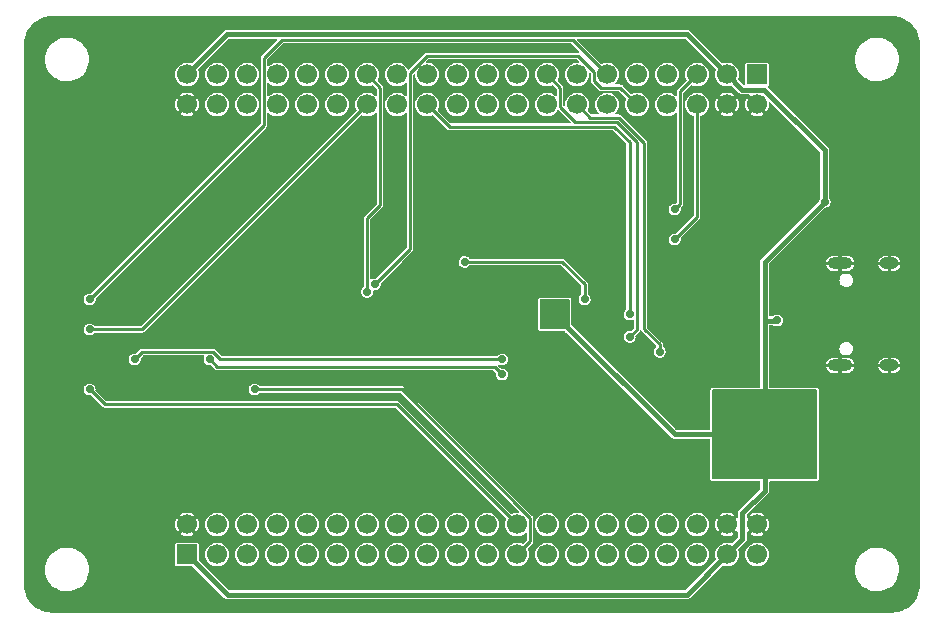
<source format=gbr>
G04 #@! TF.GenerationSoftware,KiCad,Pcbnew,6.0.1+dfsg-1*
G04 #@! TF.CreationDate,2022-01-29T09:59:11+08:00*
G04 #@! TF.ProjectId,prgstl,70726773-746c-42e6-9b69-6361645f7063,a*
G04 #@! TF.SameCoordinates,Original*
G04 #@! TF.FileFunction,Copper,L2,Bot*
G04 #@! TF.FilePolarity,Positive*
%FSLAX46Y46*%
G04 Gerber Fmt 4.6, Leading zero omitted, Abs format (unit mm)*
G04 Created by KiCad (PCBNEW 6.0.1+dfsg-1) date 2022-01-29 09:59:11*
%MOMM*%
%LPD*%
G01*
G04 APERTURE LIST*
G04 #@! TA.AperFunction,ComponentPad*
%ADD10O,2.100000X1.000000*%
G04 #@! TD*
G04 #@! TA.AperFunction,ComponentPad*
%ADD11O,1.600000X1.000000*%
G04 #@! TD*
G04 #@! TA.AperFunction,ComponentPad*
%ADD12R,1.700000X1.700000*%
G04 #@! TD*
G04 #@! TA.AperFunction,ComponentPad*
%ADD13C,1.700000*%
G04 #@! TD*
G04 #@! TA.AperFunction,ViaPad*
%ADD14C,0.700000*%
G04 #@! TD*
G04 #@! TA.AperFunction,Conductor*
%ADD15C,0.457200*%
G04 #@! TD*
G04 #@! TA.AperFunction,Conductor*
%ADD16C,0.228600*%
G04 #@! TD*
G04 APERTURE END LIST*
D10*
G04 #@! TO.P,J1,S1,SHIELD*
G04 #@! TO.N,GND*
X183560000Y-97280000D03*
D11*
X187740000Y-97280000D03*
D10*
X183560000Y-105920000D03*
D11*
X187740000Y-105920000D03*
G04 #@! TD*
D12*
G04 #@! TO.P,J2,1,3.3V*
G04 #@! TO.N,+3V3*
X128270000Y-121920000D03*
D13*
G04 #@! TO.P,J2,2,GND*
G04 #@! TO.N,GND*
X128270000Y-119380000D03*
G04 #@! TO.P,J2,3,BO0*
G04 #@! TO.N,unconnected-(J2-Pad3)*
X130810000Y-121920000D03*
G04 #@! TO.P,J2,4,NRST*
G04 #@! TO.N,T_RST*
X130810000Y-119380000D03*
G04 #@! TO.P,J2,5,PC0*
G04 #@! TO.N,unconnected-(J2-Pad5)*
X133350000Y-121920000D03*
G04 #@! TO.P,J2,6,PC1*
G04 #@! TO.N,unconnected-(J2-Pad6)*
X133350000Y-119380000D03*
G04 #@! TO.P,J2,7,PC2*
G04 #@! TO.N,unconnected-(J2-Pad7)*
X135890000Y-121920000D03*
G04 #@! TO.P,J2,8,PC3*
G04 #@! TO.N,unconnected-(J2-Pad8)*
X135890000Y-119380000D03*
G04 #@! TO.P,J2,9,PA0*
G04 #@! TO.N,unconnected-(J2-Pad9)*
X138430000Y-121920000D03*
G04 #@! TO.P,J2,10,PA1*
G04 #@! TO.N,unconnected-(J2-Pad10)*
X138430000Y-119380000D03*
G04 #@! TO.P,J2,11,PA2*
G04 #@! TO.N,USART2_TX*
X140970000Y-121920000D03*
G04 #@! TO.P,J2,12,PA3*
G04 #@! TO.N,USART2_RX*
X140970000Y-119380000D03*
G04 #@! TO.P,J2,13,PA4*
G04 #@! TO.N,unconnected-(J2-Pad13)*
X143510000Y-121920000D03*
G04 #@! TO.P,J2,14,PA5*
G04 #@! TO.N,unconnected-(J2-Pad14)*
X143510000Y-119380000D03*
G04 #@! TO.P,J2,15,PA6*
G04 #@! TO.N,unconnected-(J2-Pad15)*
X146050000Y-121920000D03*
G04 #@! TO.P,J2,16,PA7*
G04 #@! TO.N,unconnected-(J2-Pad16)*
X146050000Y-119380000D03*
G04 #@! TO.P,J2,17,PC4*
G04 #@! TO.N,unconnected-(J2-Pad17)*
X148590000Y-121920000D03*
G04 #@! TO.P,J2,18,PC5*
G04 #@! TO.N,unconnected-(J2-Pad18)*
X148590000Y-119380000D03*
G04 #@! TO.P,J2,19,PB0*
G04 #@! TO.N,unconnected-(J2-Pad19)*
X151130000Y-121920000D03*
G04 #@! TO.P,J2,20,PB1*
G04 #@! TO.N,unconnected-(J2-Pad20)*
X151130000Y-119380000D03*
G04 #@! TO.P,J2,21,PB2*
G04 #@! TO.N,unconnected-(J2-Pad21)*
X153670000Y-121920000D03*
G04 #@! TO.P,J2,22,U0*
G04 #@! TO.N,unconnected-(J2-Pad22)*
X153670000Y-119380000D03*
G04 #@! TO.P,J2,23,PB10*
G04 #@! TO.N,USART3_TX*
X156210000Y-121920000D03*
G04 #@! TO.P,J2,24,PB11*
G04 #@! TO.N,USART3_RX*
X156210000Y-119380000D03*
G04 #@! TO.P,J2,25,PB12*
G04 #@! TO.N,unconnected-(J2-Pad25)*
X158750000Y-121920000D03*
G04 #@! TO.P,J2,26,PB13*
G04 #@! TO.N,unconnected-(J2-Pad26)*
X158750000Y-119380000D03*
G04 #@! TO.P,J2,27,PB14*
G04 #@! TO.N,unconnected-(J2-Pad27)*
X161290000Y-121920000D03*
G04 #@! TO.P,J2,28,PB15*
G04 #@! TO.N,unconnected-(J2-Pad28)*
X161290000Y-119380000D03*
G04 #@! TO.P,J2,29,PC6*
G04 #@! TO.N,unconnected-(J2-Pad29)*
X163830000Y-121920000D03*
G04 #@! TO.P,J2,30,PC7*
G04 #@! TO.N,unconnected-(J2-Pad30)*
X163830000Y-119380000D03*
G04 #@! TO.P,J2,31,PC8*
G04 #@! TO.N,unconnected-(J2-Pad31)*
X166370000Y-121920000D03*
G04 #@! TO.P,J2,32,PC9*
G04 #@! TO.N,unconnected-(J2-Pad32)*
X166370000Y-119380000D03*
G04 #@! TO.P,J2,33,U1*
G04 #@! TO.N,unconnected-(J2-Pad33)*
X168910000Y-121920000D03*
G04 #@! TO.P,J2,34,U2*
G04 #@! TO.N,unconnected-(J2-Pad34)*
X168910000Y-119380000D03*
G04 #@! TO.P,J2,35,U3*
G04 #@! TO.N,unconnected-(J2-Pad35)*
X171450000Y-121920000D03*
G04 #@! TO.P,J2,36,U4*
G04 #@! TO.N,unconnected-(J2-Pad36)*
X171450000Y-119380000D03*
G04 #@! TO.P,J2,37,3.3V*
G04 #@! TO.N,+3V3*
X173990000Y-121920000D03*
G04 #@! TO.P,J2,38,GND*
G04 #@! TO.N,GND*
X173990000Y-119380000D03*
G04 #@! TO.P,J2,39,5V*
G04 #@! TO.N,+5V*
X176530000Y-121920000D03*
G04 #@! TO.P,J2,40,GND*
G04 #@! TO.N,GND*
X176530000Y-119380000D03*
D12*
G04 #@! TO.P,J2,41,5V*
G04 #@! TO.N,+5V*
X176530000Y-81280000D03*
D13*
G04 #@! TO.P,J2,42,GND*
G04 #@! TO.N,GND*
X176530000Y-83820000D03*
G04 #@! TO.P,J2,43,3.3V*
G04 #@! TO.N,+3V3*
X173990000Y-81280000D03*
G04 #@! TO.P,J2,44,GND*
G04 #@! TO.N,GND*
X173990000Y-83820000D03*
G04 #@! TO.P,J2,45,U15*
G04 #@! TO.N,P_CLK*
X171450000Y-81280000D03*
G04 #@! TO.P,J2,46,U16*
G04 #@! TO.N,P_DIO*
X171450000Y-83820000D03*
G04 #@! TO.P,J2,47,U13*
G04 #@! TO.N,unconnected-(J2-Pad47)*
X168910000Y-81280000D03*
G04 #@! TO.P,J2,48,U14*
G04 #@! TO.N,unconnected-(J2-Pad48)*
X168910000Y-83820000D03*
G04 #@! TO.P,J2,49,PA8*
G04 #@! TO.N,unconnected-(J2-Pad49)*
X166370000Y-81280000D03*
G04 #@! TO.P,J2,50,PA9*
G04 #@! TO.N,USART1_TX*
X166370000Y-83820000D03*
G04 #@! TO.P,J2,51,PA10*
G04 #@! TO.N,USART1_RX*
X163830000Y-81280000D03*
G04 #@! TO.P,J2,52,PA11*
G04 #@! TO.N,unconnected-(J2-Pad52)*
X163830000Y-83820000D03*
G04 #@! TO.P,J2,53,PA12*
G04 #@! TO.N,unconnected-(J2-Pad53)*
X161290000Y-81280000D03*
G04 #@! TO.P,J2,54,PA13*
G04 #@! TO.N,T_DIO*
X161290000Y-83820000D03*
G04 #@! TO.P,J2,55,PA14*
G04 #@! TO.N,T_CLK*
X158750000Y-81280000D03*
G04 #@! TO.P,J2,56,PA15*
G04 #@! TO.N,unconnected-(J2-Pad56)*
X158750000Y-83820000D03*
G04 #@! TO.P,J2,57,U11*
G04 #@! TO.N,unconnected-(J2-Pad57)*
X156210000Y-81280000D03*
G04 #@! TO.P,J2,58,U12*
G04 #@! TO.N,unconnected-(J2-Pad58)*
X156210000Y-83820000D03*
G04 #@! TO.P,J2,59,PC10*
G04 #@! TO.N,unconnected-(J2-Pad59)*
X153670000Y-81280000D03*
G04 #@! TO.P,J2,60,PC11*
G04 #@! TO.N,unconnected-(J2-Pad60)*
X153670000Y-83820000D03*
G04 #@! TO.P,J2,61,PC12*
G04 #@! TO.N,unconnected-(J2-Pad61)*
X151130000Y-81280000D03*
G04 #@! TO.P,J2,62,U8*
G04 #@! TO.N,unconnected-(J2-Pad62)*
X151130000Y-83820000D03*
G04 #@! TO.P,J2,63,PD2*
G04 #@! TO.N,unconnected-(J2-Pad63)*
X148590000Y-81280000D03*
G04 #@! TO.P,J2,64,PB3*
G04 #@! TO.N,T_SWO*
X148590000Y-83820000D03*
G04 #@! TO.P,J2,65,PB4*
G04 #@! TO.N,unconnected-(J2-Pad65)*
X146050000Y-81280000D03*
G04 #@! TO.P,J2,66,PB5*
G04 #@! TO.N,unconnected-(J2-Pad66)*
X146050000Y-83820000D03*
G04 #@! TO.P,J2,67,PB6*
G04 #@! TO.N,USART1_TX_ALT*
X143510000Y-81280000D03*
G04 #@! TO.P,J2,68,PB7*
G04 #@! TO.N,USART1_RX_ALT*
X143510000Y-83820000D03*
G04 #@! TO.P,J2,69,PB8*
G04 #@! TO.N,unconnected-(J2-Pad69)*
X140970000Y-81280000D03*
G04 #@! TO.P,J2,70,PB9*
G04 #@! TO.N,unconnected-(J2-Pad70)*
X140970000Y-83820000D03*
G04 #@! TO.P,J2,71,U9*
G04 #@! TO.N,unconnected-(J2-Pad71)*
X138430000Y-81280000D03*
G04 #@! TO.P,J2,72,U10*
G04 #@! TO.N,unconnected-(J2-Pad72)*
X138430000Y-83820000D03*
G04 #@! TO.P,J2,73,PC14*
G04 #@! TO.N,unconnected-(J2-Pad73)*
X135890000Y-81280000D03*
G04 #@! TO.P,J2,74,PC13*
G04 #@! TO.N,unconnected-(J2-Pad74)*
X135890000Y-83820000D03*
G04 #@! TO.P,J2,75,U7*
G04 #@! TO.N,unconnected-(J2-Pad75)*
X133350000Y-81280000D03*
G04 #@! TO.P,J2,76,PC15*
G04 #@! TO.N,unconnected-(J2-Pad76)*
X133350000Y-83820000D03*
G04 #@! TO.P,J2,77,U5*
G04 #@! TO.N,unconnected-(J2-Pad77)*
X130810000Y-81280000D03*
G04 #@! TO.P,J2,78,U6*
G04 #@! TO.N,unconnected-(J2-Pad78)*
X130810000Y-83820000D03*
G04 #@! TO.P,J2,79,3.3V*
G04 #@! TO.N,+3V3*
X128270000Y-81280000D03*
G04 #@! TO.P,J2,80,GND*
G04 #@! TO.N,GND*
X128270000Y-83820000D03*
G04 #@! TD*
D14*
G04 #@! TO.N,+3V3*
X178435000Y-109855000D03*
X177165000Y-109855000D03*
X175895000Y-109855000D03*
X175895000Y-113665000D03*
X177165000Y-113665000D03*
X178435000Y-113665000D03*
X158750000Y-100965000D03*
X178435000Y-111760000D03*
X175895000Y-111760000D03*
X177165000Y-111760000D03*
X158750000Y-102235000D03*
X160020000Y-100965000D03*
X182245000Y-92075000D03*
X160020000Y-102235000D03*
X178206400Y-102108000D03*
G04 #@! TO.N,GND*
X156210000Y-114300000D03*
X161290000Y-114300000D03*
X186690000Y-112395000D03*
X157480000Y-87630000D03*
X149860000Y-100965000D03*
X181610000Y-81280000D03*
X151765000Y-102235000D03*
X159385000Y-99695000D03*
X161290000Y-101600000D03*
X185420000Y-102870000D03*
X133985000Y-101600000D03*
X151765000Y-99695000D03*
X180975000Y-102108000D03*
X185420000Y-100330000D03*
X157480000Y-101600000D03*
X186690000Y-114935000D03*
X146685000Y-104775000D03*
X144780000Y-95885000D03*
X159385000Y-103505000D03*
X185420000Y-92075000D03*
X146050000Y-94615000D03*
X164465000Y-97790000D03*
X181610000Y-83820000D03*
X186690000Y-117475000D03*
X186690000Y-86360000D03*
X186690000Y-83820000D03*
X186690000Y-120015000D03*
X118110000Y-118745000D03*
X146685000Y-97790000D03*
X139700000Y-101600000D03*
X118110000Y-114935000D03*
G04 #@! TO.N,LED*
X151765000Y-97155000D03*
X161925000Y-100330000D03*
G04 #@! TO.N,T_DIO*
X168275000Y-104775000D03*
G04 #@! TO.N,T_SWO*
X165735000Y-101600000D03*
G04 #@! TO.N,T_CLK*
X165735000Y-103505000D03*
G04 #@! TO.N,T_RX*
X130175000Y-105410000D03*
X154940000Y-106680000D03*
G04 #@! TO.N,T_TX*
X154940000Y-105410000D03*
X123825000Y-105410000D03*
G04 #@! TO.N,USART3_TX*
X133985000Y-107950000D03*
G04 #@! TO.N,USART3_RX*
X120015000Y-107950000D03*
G04 #@! TO.N,USART1_TX*
X144145000Y-99060000D03*
G04 #@! TO.N,USART1_RX*
X120015000Y-100330000D03*
G04 #@! TO.N,USART1_TX_ALT*
X143510000Y-99695000D03*
G04 #@! TO.N,USART1_RX_ALT*
X120015000Y-102870000D03*
G04 #@! TO.N,P_CLK*
X169545000Y-92710000D03*
G04 #@! TO.N,P_DIO*
X169545000Y-95250000D03*
G04 #@! TD*
D15*
G04 #@! TO.N,+3V3*
X160020000Y-100965000D02*
X158750000Y-100965000D01*
X177165000Y-97155000D02*
X182245000Y-92075000D01*
X177165000Y-116535000D02*
X175298999Y-118401001D01*
X177120881Y-82588999D02*
X175298999Y-82588999D01*
X170560000Y-125350000D02*
X131700000Y-125350000D01*
X173990000Y-81280000D02*
X170573678Y-77863678D01*
X178199400Y-102115000D02*
X178206400Y-102108000D01*
X158750000Y-100965000D02*
X158750000Y-102235000D01*
X182245000Y-92075000D02*
X182245000Y-87713118D01*
X177165000Y-102115000D02*
X178199400Y-102115000D01*
X173990000Y-81280000D02*
X175298999Y-82588999D01*
X173990000Y-121920000D02*
X170560000Y-125350000D01*
X177165000Y-109855000D02*
X177165000Y-102115000D01*
X160020000Y-102235000D02*
X160020000Y-100965000D01*
X175298999Y-118401001D02*
X175298999Y-120611001D01*
X131686322Y-77863678D02*
X128270000Y-81280000D01*
X160020000Y-102235000D02*
X160035000Y-102235000D01*
X131700000Y-125350000D02*
X128270000Y-121920000D01*
X160035000Y-102235000D02*
X169560000Y-111760000D01*
X182245000Y-87713118D02*
X177120881Y-82588999D01*
X158750000Y-102235000D02*
X160020000Y-102235000D01*
X169560000Y-111760000D02*
X177165000Y-111760000D01*
X177165000Y-102115000D02*
X177165000Y-97155000D01*
X175298999Y-120611001D02*
X173990000Y-121920000D01*
X177165000Y-113665000D02*
X177165000Y-116535000D01*
X170573678Y-77863678D02*
X131686322Y-77863678D01*
D16*
G04 #@! TO.N,LED*
X161925000Y-99060000D02*
X160020000Y-97155000D01*
X160020000Y-97155000D02*
X151765000Y-97155000D01*
X161925000Y-100330000D02*
X161925000Y-99060000D01*
G04 #@! TO.N,T_DIO*
X168275000Y-104775000D02*
X168275000Y-104140000D01*
X162406701Y-84936701D02*
X161290000Y-83820000D01*
X166956915Y-87043085D02*
X164850531Y-84936701D01*
X168275000Y-104140000D02*
X166956915Y-102821915D01*
X164850531Y-84936701D02*
X162406701Y-84936701D01*
X166956915Y-102821915D02*
X166956915Y-87043085D01*
G04 #@! TO.N,T_SWO*
X150521278Y-85698722D02*
X150495000Y-85725000D01*
X165735000Y-101600000D02*
X165735000Y-86995000D01*
X150495000Y-85725000D02*
X148590000Y-83820000D01*
X165735000Y-86995000D02*
X164438722Y-85698722D01*
X164438722Y-85698722D02*
X150521278Y-85698722D01*
G04 #@! TO.N,T_CLK*
X164692712Y-85317712D02*
X161134994Y-85317712D01*
X159866701Y-82396701D02*
X158750000Y-81280000D01*
X159866701Y-84049419D02*
X159866701Y-82396701D01*
X165735000Y-103505000D02*
X166370000Y-102870000D01*
X161134994Y-85317712D02*
X159866701Y-84049419D01*
X166370000Y-102870000D02*
X166370000Y-86995000D01*
X166370000Y-86995000D02*
X164692712Y-85317712D01*
G04 #@! TO.N,T_RX*
X154940000Y-106680000D02*
X154305000Y-106045000D01*
X154305000Y-106045000D02*
X130810000Y-106045000D01*
X130810000Y-106045000D02*
X130175000Y-105410000D01*
G04 #@! TO.N,T_TX*
X124441702Y-104793298D02*
X123825000Y-105410000D01*
X154940000Y-105410000D02*
X131087720Y-105410000D01*
X131087720Y-105410000D02*
X130471018Y-104793298D01*
X130471018Y-104793298D02*
X124441702Y-104793298D01*
G04 #@! TO.N,USART3_TX*
X157326701Y-120803299D02*
X157326701Y-118843983D01*
X157326701Y-118843983D02*
X146432718Y-107950000D01*
X146432718Y-107950000D02*
X133985000Y-107950000D01*
X156210000Y-121920000D02*
X157326701Y-120803299D01*
G04 #@! TO.N,USART3_RX*
X146050000Y-109220000D02*
X121285000Y-109220000D01*
X156210000Y-119380000D02*
X146050000Y-109220000D01*
X121285000Y-109220000D02*
X120015000Y-107950000D01*
G04 #@! TO.N,USART1_TX*
X163293983Y-82396701D02*
X164946701Y-82396701D01*
X161362718Y-79700000D02*
X162713299Y-81050581D01*
X144145000Y-99060000D02*
X147166701Y-96038299D01*
X164946701Y-82396701D02*
X166370000Y-83820000D01*
X148591438Y-79700000D02*
X161362718Y-79700000D01*
X162713299Y-81816017D02*
X163293983Y-82396701D01*
X162713299Y-81050581D02*
X162713299Y-81816017D01*
X147166701Y-96038299D02*
X147166701Y-81124737D01*
X147166701Y-81124737D02*
X148591438Y-79700000D01*
G04 #@! TO.N,USART1_RX*
X134773299Y-85571701D02*
X134773299Y-79856701D01*
X120015000Y-100330000D02*
X134773299Y-85571701D01*
X134773299Y-79856701D02*
X136271011Y-78358989D01*
X160908989Y-78358989D02*
X163830000Y-81280000D01*
X136271011Y-78358989D02*
X160908989Y-78358989D01*
G04 #@! TO.N,USART1_TX_ALT*
X143510000Y-99695000D02*
X143510000Y-93441170D01*
X143510000Y-93441170D02*
X144626701Y-92324469D01*
X144626701Y-82396701D02*
X143510000Y-81280000D01*
X144626701Y-92324469D02*
X144626701Y-82396701D01*
G04 #@! TO.N,USART1_RX_ALT*
X124460000Y-102870000D02*
X120015000Y-102870000D01*
X143510000Y-83820000D02*
X124460000Y-102870000D01*
G04 #@! TO.N,P_CLK*
X170026701Y-82703299D02*
X171450000Y-81280000D01*
X169545000Y-92710000D02*
X170026701Y-92228299D01*
X170026701Y-92228299D02*
X170026701Y-82703299D01*
G04 #@! TO.N,P_DIO*
X171450000Y-93345000D02*
X171450000Y-83820000D01*
X169545000Y-95250000D02*
X171450000Y-93345000D01*
G04 #@! TD*
G04 #@! TA.AperFunction,Conductor*
G04 #@! TO.N,+3V3*
G36*
X181583138Y-107967593D02*
G01*
X181608858Y-108012142D01*
X181610000Y-108025200D01*
X181610000Y-115494800D01*
X181592407Y-115543138D01*
X181547858Y-115568858D01*
X181534800Y-115570000D01*
X172795200Y-115570000D01*
X172746862Y-115552407D01*
X172721142Y-115507858D01*
X172720000Y-115494800D01*
X172720000Y-108025200D01*
X172737593Y-107976862D01*
X172782142Y-107951142D01*
X172795200Y-107950000D01*
X181534800Y-107950000D01*
X181583138Y-107967593D01*
G37*
G04 #@! TD.AperFunction*
G04 #@! TD*
G04 #@! TA.AperFunction,Conductor*
G04 #@! TO.N,+3V3*
G36*
X160628138Y-100347593D02*
G01*
X160653858Y-100392142D01*
X160655000Y-100405200D01*
X160655000Y-102794800D01*
X160637407Y-102843138D01*
X160592858Y-102868858D01*
X160579800Y-102870000D01*
X158190200Y-102870000D01*
X158141862Y-102852407D01*
X158116142Y-102807858D01*
X158115000Y-102794800D01*
X158115000Y-100405200D01*
X158132593Y-100356862D01*
X158177142Y-100331142D01*
X158190200Y-100330000D01*
X160579800Y-100330000D01*
X160628138Y-100347593D01*
G37*
G04 #@! TD.AperFunction*
G04 #@! TD*
G04 #@! TA.AperFunction,Conductor*
G04 #@! TO.N,GND*
G36*
X187949495Y-76354961D02*
G01*
X187960000Y-76357776D01*
X187969565Y-76355213D01*
X187977826Y-76355213D01*
X187988565Y-76354128D01*
X188243255Y-76369534D01*
X188252270Y-76370629D01*
X188526914Y-76420960D01*
X188535731Y-76423133D01*
X188643415Y-76456688D01*
X188802315Y-76506203D01*
X188810795Y-76509419D01*
X189065426Y-76624019D01*
X189073461Y-76628236D01*
X189312430Y-76772698D01*
X189319889Y-76777847D01*
X189390524Y-76833186D01*
X189539692Y-76950052D01*
X189546489Y-76956074D01*
X189743926Y-77153511D01*
X189749948Y-77160308D01*
X189922153Y-77380111D01*
X189927302Y-77387570D01*
X190069452Y-77622713D01*
X190071763Y-77626536D01*
X190075983Y-77634577D01*
X190190579Y-77889199D01*
X190193799Y-77897690D01*
X190276867Y-78164269D01*
X190279040Y-78173086D01*
X190329371Y-78447730D01*
X190330466Y-78456745D01*
X190345872Y-78711435D01*
X190344787Y-78722174D01*
X190344787Y-78730435D01*
X190342224Y-78740000D01*
X190345039Y-78750505D01*
X190347600Y-78769962D01*
X190347600Y-124430038D01*
X190345039Y-124449495D01*
X190342224Y-124460000D01*
X190344787Y-124469565D01*
X190344787Y-124477826D01*
X190345872Y-124488565D01*
X190330466Y-124743255D01*
X190329371Y-124752270D01*
X190279040Y-125026914D01*
X190276867Y-125035731D01*
X190193799Y-125302310D01*
X190190579Y-125310801D01*
X190075983Y-125565423D01*
X190071764Y-125573461D01*
X189927302Y-125812430D01*
X189922153Y-125819889D01*
X189749948Y-126039692D01*
X189743926Y-126046489D01*
X189546489Y-126243926D01*
X189539692Y-126249948D01*
X189319889Y-126422153D01*
X189312430Y-126427302D01*
X189079161Y-126568319D01*
X189073464Y-126571763D01*
X189065426Y-126575981D01*
X188810795Y-126690581D01*
X188802315Y-126693797D01*
X188656009Y-126739387D01*
X188535731Y-126776867D01*
X188526914Y-126779040D01*
X188252270Y-126829371D01*
X188243255Y-126830466D01*
X187988565Y-126845872D01*
X187977826Y-126844787D01*
X187969565Y-126844787D01*
X187960000Y-126842224D01*
X187949495Y-126845039D01*
X187930038Y-126847600D01*
X116869962Y-126847600D01*
X116850505Y-126845039D01*
X116840000Y-126842224D01*
X116830435Y-126844787D01*
X116822174Y-126844787D01*
X116811435Y-126845872D01*
X116556745Y-126830466D01*
X116547730Y-126829371D01*
X116273086Y-126779040D01*
X116264269Y-126776867D01*
X116143991Y-126739387D01*
X115997685Y-126693797D01*
X115989205Y-126690581D01*
X115734574Y-126575981D01*
X115726536Y-126571763D01*
X115720839Y-126568319D01*
X115487570Y-126427302D01*
X115480111Y-126422153D01*
X115260308Y-126249948D01*
X115253511Y-126243926D01*
X115056074Y-126046489D01*
X115050052Y-126039692D01*
X114877847Y-125819889D01*
X114872698Y-125812430D01*
X114728236Y-125573461D01*
X114724017Y-125565423D01*
X114609421Y-125310801D01*
X114606201Y-125302310D01*
X114523133Y-125035731D01*
X114520960Y-125026914D01*
X114470629Y-124752270D01*
X114469534Y-124743255D01*
X114454128Y-124488565D01*
X114455213Y-124477826D01*
X114455213Y-124469565D01*
X114457776Y-124460000D01*
X114454961Y-124449495D01*
X114452400Y-124430038D01*
X114452400Y-123232095D01*
X116255028Y-123232095D01*
X116255287Y-123234809D01*
X116255287Y-123234813D01*
X116272840Y-123418793D01*
X116280534Y-123499431D01*
X116344364Y-123760285D01*
X116445182Y-124009192D01*
X116446557Y-124011540D01*
X116539627Y-124170491D01*
X116580875Y-124240938D01*
X116748601Y-124450669D01*
X116750595Y-124452531D01*
X116750598Y-124452535D01*
X116777672Y-124477826D01*
X116944846Y-124633991D01*
X117165499Y-124787064D01*
X117167933Y-124788275D01*
X117167940Y-124788279D01*
X117403491Y-124905463D01*
X117403495Y-124905465D01*
X117405938Y-124906680D01*
X117661126Y-124990335D01*
X117663810Y-124990801D01*
X117663814Y-124990802D01*
X117923452Y-125035883D01*
X117923456Y-125035883D01*
X117925717Y-125036276D01*
X118010567Y-125040500D01*
X118178223Y-125040500D01*
X118377846Y-125026016D01*
X118640080Y-124968120D01*
X118642622Y-124967157D01*
X118642625Y-124967156D01*
X118888664Y-124873940D01*
X118891211Y-124872975D01*
X119048674Y-124785512D01*
X119123587Y-124743901D01*
X119125976Y-124742574D01*
X119266222Y-124635542D01*
X119337294Y-124581302D01*
X119337298Y-124581298D01*
X119339458Y-124579650D01*
X119527185Y-124387614D01*
X119528790Y-124385409D01*
X119683621Y-124172695D01*
X119683622Y-124172693D01*
X119685225Y-124170491D01*
X119770089Y-124009192D01*
X119808998Y-123935237D01*
X119809000Y-123935232D01*
X119810265Y-123932828D01*
X119899688Y-123679603D01*
X119951620Y-123416122D01*
X119964972Y-123147905D01*
X119947415Y-122963878D01*
X119939725Y-122883281D01*
X119939724Y-122883278D01*
X119939466Y-122880569D01*
X119937878Y-122874077D01*
X119896033Y-122703071D01*
X119875636Y-122619715D01*
X119788831Y-122405403D01*
X119775838Y-122373326D01*
X119775837Y-122373325D01*
X119774818Y-122370808D01*
X119681786Y-122211922D01*
X119640503Y-122141415D01*
X119640501Y-122141412D01*
X119639125Y-122139062D01*
X119606489Y-122098252D01*
X119520266Y-121990436D01*
X119471399Y-121929331D01*
X119469405Y-121927469D01*
X119469402Y-121927465D01*
X119277145Y-121747869D01*
X119275154Y-121746009D01*
X119054501Y-121592936D01*
X119052067Y-121591725D01*
X119052060Y-121591721D01*
X118816509Y-121474537D01*
X118816505Y-121474535D01*
X118814062Y-121473320D01*
X118558874Y-121389665D01*
X118556190Y-121389199D01*
X118556186Y-121389198D01*
X118296548Y-121344117D01*
X118296544Y-121344117D01*
X118294283Y-121343724D01*
X118209433Y-121339500D01*
X118041777Y-121339500D01*
X117842154Y-121353984D01*
X117579920Y-121411880D01*
X117577378Y-121412843D01*
X117577375Y-121412844D01*
X117352932Y-121497878D01*
X117328789Y-121507025D01*
X117326407Y-121508348D01*
X117326405Y-121508349D01*
X117096413Y-121636099D01*
X117094024Y-121637426D01*
X117091855Y-121639081D01*
X117091854Y-121639082D01*
X116882706Y-121798698D01*
X116882702Y-121798702D01*
X116880542Y-121800350D01*
X116692815Y-121992386D01*
X116691210Y-121994591D01*
X116585650Y-122139615D01*
X116534775Y-122209509D01*
X116533508Y-122211917D01*
X116533505Y-122211922D01*
X116411002Y-122444763D01*
X116409735Y-122447172D01*
X116320312Y-122700397D01*
X116268380Y-122963878D01*
X116255028Y-123232095D01*
X114452400Y-123232095D01*
X114452400Y-120190639D01*
X127680117Y-120190639D01*
X127681391Y-120195393D01*
X127692346Y-120204718D01*
X127698359Y-120208897D01*
X127863537Y-120301211D01*
X127870250Y-120304144D01*
X128050210Y-120362616D01*
X128057358Y-120364188D01*
X128245248Y-120386593D01*
X128252581Y-120386746D01*
X128441239Y-120372230D01*
X128448447Y-120370959D01*
X128630701Y-120320073D01*
X128637534Y-120317422D01*
X128806426Y-120232109D01*
X128812612Y-120228184D01*
X128852713Y-120196853D01*
X128858443Y-120187684D01*
X128857835Y-120183361D01*
X128279377Y-119604903D01*
X128269578Y-119600334D01*
X128263587Y-119601939D01*
X127684686Y-120180840D01*
X127680117Y-120190639D01*
X114452400Y-120190639D01*
X114452400Y-119369608D01*
X127263156Y-119369608D01*
X127278990Y-119558161D01*
X127280312Y-119565363D01*
X127332470Y-119747261D01*
X127335164Y-119754063D01*
X127421657Y-119922363D01*
X127425623Y-119928518D01*
X127452905Y-119962940D01*
X127462114Y-119968605D01*
X127466520Y-119967954D01*
X128045097Y-119389377D01*
X128049272Y-119380422D01*
X128490334Y-119380422D01*
X128491939Y-119386413D01*
X129071215Y-119965689D01*
X129081014Y-119970258D01*
X129085864Y-119968959D01*
X129090664Y-119963398D01*
X129094886Y-119957412D01*
X129188354Y-119792880D01*
X129191328Y-119786200D01*
X129251059Y-119606641D01*
X129252680Y-119599507D01*
X129276593Y-119410215D01*
X129276886Y-119406020D01*
X129277221Y-119382099D01*
X129277045Y-119377907D01*
X129275871Y-119365930D01*
X129802345Y-119365930D01*
X129802653Y-119369598D01*
X129802653Y-119369601D01*
X129805889Y-119408138D01*
X129818803Y-119561919D01*
X129873015Y-119750979D01*
X129962916Y-119925908D01*
X130085083Y-120080044D01*
X130087877Y-120082422D01*
X130087878Y-120082423D01*
X130122691Y-120112051D01*
X130234862Y-120207516D01*
X130238063Y-120209305D01*
X130238066Y-120209307D01*
X130276656Y-120230874D01*
X130406547Y-120303467D01*
X130410044Y-120304603D01*
X130410048Y-120304605D01*
X130502615Y-120334681D01*
X130593600Y-120364244D01*
X130700984Y-120377049D01*
X130785237Y-120387096D01*
X130785239Y-120387096D01*
X130788895Y-120387532D01*
X130984994Y-120372443D01*
X131099061Y-120340595D01*
X131170883Y-120320542D01*
X131170885Y-120320541D01*
X131174428Y-120319552D01*
X131349981Y-120230874D01*
X131504966Y-120109786D01*
X131633480Y-119960901D01*
X131730628Y-119789890D01*
X131792710Y-119603266D01*
X131817360Y-119408138D01*
X131817622Y-119389377D01*
X131817724Y-119382099D01*
X131817724Y-119382093D01*
X131817753Y-119380000D01*
X131817124Y-119373587D01*
X131816373Y-119365930D01*
X132342345Y-119365930D01*
X132342653Y-119369598D01*
X132342653Y-119369601D01*
X132345889Y-119408138D01*
X132358803Y-119561919D01*
X132413015Y-119750979D01*
X132502916Y-119925908D01*
X132625083Y-120080044D01*
X132627877Y-120082422D01*
X132627878Y-120082423D01*
X132662691Y-120112051D01*
X132774862Y-120207516D01*
X132778063Y-120209305D01*
X132778066Y-120209307D01*
X132816656Y-120230874D01*
X132946547Y-120303467D01*
X132950044Y-120304603D01*
X132950048Y-120304605D01*
X133042615Y-120334681D01*
X133133600Y-120364244D01*
X133240984Y-120377049D01*
X133325237Y-120387096D01*
X133325239Y-120387096D01*
X133328895Y-120387532D01*
X133524994Y-120372443D01*
X133639061Y-120340595D01*
X133710883Y-120320542D01*
X133710885Y-120320541D01*
X133714428Y-120319552D01*
X133889981Y-120230874D01*
X134044966Y-120109786D01*
X134173480Y-119960901D01*
X134270628Y-119789890D01*
X134332710Y-119603266D01*
X134357360Y-119408138D01*
X134357622Y-119389377D01*
X134357724Y-119382099D01*
X134357724Y-119382093D01*
X134357753Y-119380000D01*
X134357124Y-119373587D01*
X134356373Y-119365930D01*
X134882345Y-119365930D01*
X134882653Y-119369598D01*
X134882653Y-119369601D01*
X134885889Y-119408138D01*
X134898803Y-119561919D01*
X134953015Y-119750979D01*
X135042916Y-119925908D01*
X135165083Y-120080044D01*
X135167877Y-120082422D01*
X135167878Y-120082423D01*
X135202691Y-120112051D01*
X135314862Y-120207516D01*
X135318063Y-120209305D01*
X135318066Y-120209307D01*
X135356656Y-120230874D01*
X135486547Y-120303467D01*
X135490044Y-120304603D01*
X135490048Y-120304605D01*
X135582615Y-120334681D01*
X135673600Y-120364244D01*
X135780984Y-120377049D01*
X135865237Y-120387096D01*
X135865239Y-120387096D01*
X135868895Y-120387532D01*
X136064994Y-120372443D01*
X136179061Y-120340595D01*
X136250883Y-120320542D01*
X136250885Y-120320541D01*
X136254428Y-120319552D01*
X136429981Y-120230874D01*
X136584966Y-120109786D01*
X136713480Y-119960901D01*
X136810628Y-119789890D01*
X136872710Y-119603266D01*
X136897360Y-119408138D01*
X136897622Y-119389377D01*
X136897724Y-119382099D01*
X136897724Y-119382093D01*
X136897753Y-119380000D01*
X136897124Y-119373587D01*
X136896373Y-119365930D01*
X137422345Y-119365930D01*
X137422653Y-119369598D01*
X137422653Y-119369601D01*
X137425889Y-119408138D01*
X137438803Y-119561919D01*
X137493015Y-119750979D01*
X137582916Y-119925908D01*
X137705083Y-120080044D01*
X137707877Y-120082422D01*
X137707878Y-120082423D01*
X137742691Y-120112051D01*
X137854862Y-120207516D01*
X137858063Y-120209305D01*
X137858066Y-120209307D01*
X137896656Y-120230874D01*
X138026547Y-120303467D01*
X138030044Y-120304603D01*
X138030048Y-120304605D01*
X138122615Y-120334681D01*
X138213600Y-120364244D01*
X138320984Y-120377049D01*
X138405237Y-120387096D01*
X138405239Y-120387096D01*
X138408895Y-120387532D01*
X138604994Y-120372443D01*
X138719061Y-120340595D01*
X138790883Y-120320542D01*
X138790885Y-120320541D01*
X138794428Y-120319552D01*
X138969981Y-120230874D01*
X139124966Y-120109786D01*
X139253480Y-119960901D01*
X139350628Y-119789890D01*
X139412710Y-119603266D01*
X139437360Y-119408138D01*
X139437622Y-119389377D01*
X139437724Y-119382099D01*
X139437724Y-119382093D01*
X139437753Y-119380000D01*
X139437124Y-119373587D01*
X139436373Y-119365930D01*
X139962345Y-119365930D01*
X139962653Y-119369598D01*
X139962653Y-119369601D01*
X139965889Y-119408138D01*
X139978803Y-119561919D01*
X140033015Y-119750979D01*
X140122916Y-119925908D01*
X140245083Y-120080044D01*
X140247877Y-120082422D01*
X140247878Y-120082423D01*
X140282691Y-120112051D01*
X140394862Y-120207516D01*
X140398063Y-120209305D01*
X140398066Y-120209307D01*
X140436656Y-120230874D01*
X140566547Y-120303467D01*
X140570044Y-120304603D01*
X140570048Y-120304605D01*
X140662615Y-120334681D01*
X140753600Y-120364244D01*
X140860984Y-120377049D01*
X140945237Y-120387096D01*
X140945239Y-120387096D01*
X140948895Y-120387532D01*
X141144994Y-120372443D01*
X141259061Y-120340595D01*
X141330883Y-120320542D01*
X141330885Y-120320541D01*
X141334428Y-120319552D01*
X141509981Y-120230874D01*
X141664966Y-120109786D01*
X141793480Y-119960901D01*
X141890628Y-119789890D01*
X141952710Y-119603266D01*
X141977360Y-119408138D01*
X141977622Y-119389377D01*
X141977724Y-119382099D01*
X141977724Y-119382093D01*
X141977753Y-119380000D01*
X141977124Y-119373587D01*
X141976373Y-119365930D01*
X142502345Y-119365930D01*
X142502653Y-119369598D01*
X142502653Y-119369601D01*
X142505889Y-119408138D01*
X142518803Y-119561919D01*
X142573015Y-119750979D01*
X142662916Y-119925908D01*
X142785083Y-120080044D01*
X142787877Y-120082422D01*
X142787878Y-120082423D01*
X142822691Y-120112051D01*
X142934862Y-120207516D01*
X142938063Y-120209305D01*
X142938066Y-120209307D01*
X142976656Y-120230874D01*
X143106547Y-120303467D01*
X143110044Y-120304603D01*
X143110048Y-120304605D01*
X143202615Y-120334681D01*
X143293600Y-120364244D01*
X143400984Y-120377049D01*
X143485237Y-120387096D01*
X143485239Y-120387096D01*
X143488895Y-120387532D01*
X143684994Y-120372443D01*
X143799061Y-120340595D01*
X143870883Y-120320542D01*
X143870885Y-120320541D01*
X143874428Y-120319552D01*
X144049981Y-120230874D01*
X144204966Y-120109786D01*
X144333480Y-119960901D01*
X144430628Y-119789890D01*
X144492710Y-119603266D01*
X144517360Y-119408138D01*
X144517622Y-119389377D01*
X144517724Y-119382099D01*
X144517724Y-119382093D01*
X144517753Y-119380000D01*
X144517124Y-119373587D01*
X144516373Y-119365930D01*
X145042345Y-119365930D01*
X145042653Y-119369598D01*
X145042653Y-119369601D01*
X145045889Y-119408138D01*
X145058803Y-119561919D01*
X145113015Y-119750979D01*
X145202916Y-119925908D01*
X145325083Y-120080044D01*
X145327877Y-120082422D01*
X145327878Y-120082423D01*
X145362691Y-120112051D01*
X145474862Y-120207516D01*
X145478063Y-120209305D01*
X145478066Y-120209307D01*
X145516656Y-120230874D01*
X145646547Y-120303467D01*
X145650044Y-120304603D01*
X145650048Y-120304605D01*
X145742615Y-120334681D01*
X145833600Y-120364244D01*
X145940984Y-120377049D01*
X146025237Y-120387096D01*
X146025239Y-120387096D01*
X146028895Y-120387532D01*
X146224994Y-120372443D01*
X146339061Y-120340595D01*
X146410883Y-120320542D01*
X146410885Y-120320541D01*
X146414428Y-120319552D01*
X146589981Y-120230874D01*
X146744966Y-120109786D01*
X146873480Y-119960901D01*
X146970628Y-119789890D01*
X147032710Y-119603266D01*
X147057360Y-119408138D01*
X147057622Y-119389377D01*
X147057724Y-119382099D01*
X147057724Y-119382093D01*
X147057753Y-119380000D01*
X147057124Y-119373587D01*
X147056373Y-119365930D01*
X147582345Y-119365930D01*
X147582653Y-119369598D01*
X147582653Y-119369601D01*
X147585889Y-119408138D01*
X147598803Y-119561919D01*
X147653015Y-119750979D01*
X147742916Y-119925908D01*
X147865083Y-120080044D01*
X147867877Y-120082422D01*
X147867878Y-120082423D01*
X147902691Y-120112051D01*
X148014862Y-120207516D01*
X148018063Y-120209305D01*
X148018066Y-120209307D01*
X148056656Y-120230874D01*
X148186547Y-120303467D01*
X148190044Y-120304603D01*
X148190048Y-120304605D01*
X148282615Y-120334681D01*
X148373600Y-120364244D01*
X148480984Y-120377049D01*
X148565237Y-120387096D01*
X148565239Y-120387096D01*
X148568895Y-120387532D01*
X148764994Y-120372443D01*
X148879061Y-120340595D01*
X148950883Y-120320542D01*
X148950885Y-120320541D01*
X148954428Y-120319552D01*
X149129981Y-120230874D01*
X149284966Y-120109786D01*
X149413480Y-119960901D01*
X149510628Y-119789890D01*
X149572710Y-119603266D01*
X149597360Y-119408138D01*
X149597622Y-119389377D01*
X149597724Y-119382099D01*
X149597724Y-119382093D01*
X149597753Y-119380000D01*
X149597124Y-119373587D01*
X149596373Y-119365930D01*
X150122345Y-119365930D01*
X150122653Y-119369598D01*
X150122653Y-119369601D01*
X150125889Y-119408138D01*
X150138803Y-119561919D01*
X150193015Y-119750979D01*
X150282916Y-119925908D01*
X150405083Y-120080044D01*
X150407877Y-120082422D01*
X150407878Y-120082423D01*
X150442691Y-120112051D01*
X150554862Y-120207516D01*
X150558063Y-120209305D01*
X150558066Y-120209307D01*
X150596656Y-120230874D01*
X150726547Y-120303467D01*
X150730044Y-120304603D01*
X150730048Y-120304605D01*
X150822615Y-120334681D01*
X150913600Y-120364244D01*
X151020984Y-120377049D01*
X151105237Y-120387096D01*
X151105239Y-120387096D01*
X151108895Y-120387532D01*
X151304994Y-120372443D01*
X151419061Y-120340595D01*
X151490883Y-120320542D01*
X151490885Y-120320541D01*
X151494428Y-120319552D01*
X151669981Y-120230874D01*
X151824966Y-120109786D01*
X151953480Y-119960901D01*
X152050628Y-119789890D01*
X152112710Y-119603266D01*
X152137360Y-119408138D01*
X152137622Y-119389377D01*
X152137724Y-119382099D01*
X152137724Y-119382093D01*
X152137753Y-119380000D01*
X152137124Y-119373587D01*
X152136373Y-119365930D01*
X152662345Y-119365930D01*
X152662653Y-119369598D01*
X152662653Y-119369601D01*
X152665889Y-119408138D01*
X152678803Y-119561919D01*
X152733015Y-119750979D01*
X152822916Y-119925908D01*
X152945083Y-120080044D01*
X152947877Y-120082422D01*
X152947878Y-120082423D01*
X152982691Y-120112051D01*
X153094862Y-120207516D01*
X153098063Y-120209305D01*
X153098066Y-120209307D01*
X153136656Y-120230874D01*
X153266547Y-120303467D01*
X153270044Y-120304603D01*
X153270048Y-120304605D01*
X153362615Y-120334681D01*
X153453600Y-120364244D01*
X153560984Y-120377049D01*
X153645237Y-120387096D01*
X153645239Y-120387096D01*
X153648895Y-120387532D01*
X153844994Y-120372443D01*
X153959061Y-120340595D01*
X154030883Y-120320542D01*
X154030885Y-120320541D01*
X154034428Y-120319552D01*
X154209981Y-120230874D01*
X154364966Y-120109786D01*
X154493480Y-119960901D01*
X154590628Y-119789890D01*
X154652710Y-119603266D01*
X154677360Y-119408138D01*
X154677622Y-119389377D01*
X154677724Y-119382099D01*
X154677724Y-119382093D01*
X154677753Y-119380000D01*
X154677124Y-119373587D01*
X154658921Y-119187927D01*
X154658920Y-119187922D01*
X154658561Y-119184260D01*
X154601714Y-118995975D01*
X154509379Y-118822318D01*
X154385072Y-118669903D01*
X154288693Y-118590171D01*
X154236359Y-118546877D01*
X154233528Y-118544535D01*
X154060520Y-118450990D01*
X153872637Y-118392830D01*
X153736007Y-118378470D01*
X153680690Y-118372656D01*
X153680689Y-118372656D01*
X153677035Y-118372272D01*
X153579101Y-118381184D01*
X153484824Y-118389764D01*
X153484823Y-118389764D01*
X153481166Y-118390097D01*
X153477641Y-118391134D01*
X153477638Y-118391135D01*
X153296019Y-118444589D01*
X153292489Y-118445628D01*
X153118192Y-118536748D01*
X153068915Y-118576368D01*
X152968008Y-118657499D01*
X152964912Y-118659988D01*
X152838489Y-118810653D01*
X152836718Y-118813875D01*
X152836717Y-118813876D01*
X152816172Y-118851247D01*
X152743739Y-118983004D01*
X152684269Y-119170476D01*
X152662345Y-119365930D01*
X152136373Y-119365930D01*
X152118921Y-119187927D01*
X152118920Y-119187922D01*
X152118561Y-119184260D01*
X152061714Y-118995975D01*
X151969379Y-118822318D01*
X151845072Y-118669903D01*
X151748693Y-118590171D01*
X151696359Y-118546877D01*
X151693528Y-118544535D01*
X151520520Y-118450990D01*
X151332637Y-118392830D01*
X151196007Y-118378470D01*
X151140690Y-118372656D01*
X151140689Y-118372656D01*
X151137035Y-118372272D01*
X151039101Y-118381184D01*
X150944824Y-118389764D01*
X150944823Y-118389764D01*
X150941166Y-118390097D01*
X150937641Y-118391134D01*
X150937638Y-118391135D01*
X150756019Y-118444589D01*
X150752489Y-118445628D01*
X150578192Y-118536748D01*
X150528915Y-118576368D01*
X150428008Y-118657499D01*
X150424912Y-118659988D01*
X150298489Y-118810653D01*
X150296718Y-118813875D01*
X150296717Y-118813876D01*
X150276172Y-118851247D01*
X150203739Y-118983004D01*
X150144269Y-119170476D01*
X150122345Y-119365930D01*
X149596373Y-119365930D01*
X149578921Y-119187927D01*
X149578920Y-119187922D01*
X149578561Y-119184260D01*
X149521714Y-118995975D01*
X149429379Y-118822318D01*
X149305072Y-118669903D01*
X149208693Y-118590171D01*
X149156359Y-118546877D01*
X149153528Y-118544535D01*
X148980520Y-118450990D01*
X148792637Y-118392830D01*
X148656007Y-118378470D01*
X148600690Y-118372656D01*
X148600689Y-118372656D01*
X148597035Y-118372272D01*
X148499101Y-118381184D01*
X148404824Y-118389764D01*
X148404823Y-118389764D01*
X148401166Y-118390097D01*
X148397641Y-118391134D01*
X148397638Y-118391135D01*
X148216019Y-118444589D01*
X148212489Y-118445628D01*
X148038192Y-118536748D01*
X147988915Y-118576368D01*
X147888008Y-118657499D01*
X147884912Y-118659988D01*
X147758489Y-118810653D01*
X147756718Y-118813875D01*
X147756717Y-118813876D01*
X147736172Y-118851247D01*
X147663739Y-118983004D01*
X147604269Y-119170476D01*
X147582345Y-119365930D01*
X147056373Y-119365930D01*
X147038921Y-119187927D01*
X147038920Y-119187922D01*
X147038561Y-119184260D01*
X146981714Y-118995975D01*
X146889379Y-118822318D01*
X146765072Y-118669903D01*
X146668693Y-118590171D01*
X146616359Y-118546877D01*
X146613528Y-118544535D01*
X146440520Y-118450990D01*
X146252637Y-118392830D01*
X146116007Y-118378470D01*
X146060690Y-118372656D01*
X146060689Y-118372656D01*
X146057035Y-118372272D01*
X145959101Y-118381184D01*
X145864824Y-118389764D01*
X145864823Y-118389764D01*
X145861166Y-118390097D01*
X145857641Y-118391134D01*
X145857638Y-118391135D01*
X145676019Y-118444589D01*
X145672489Y-118445628D01*
X145498192Y-118536748D01*
X145448915Y-118576368D01*
X145348008Y-118657499D01*
X145344912Y-118659988D01*
X145218489Y-118810653D01*
X145216718Y-118813875D01*
X145216717Y-118813876D01*
X145196172Y-118851247D01*
X145123739Y-118983004D01*
X145064269Y-119170476D01*
X145042345Y-119365930D01*
X144516373Y-119365930D01*
X144498921Y-119187927D01*
X144498920Y-119187922D01*
X144498561Y-119184260D01*
X144441714Y-118995975D01*
X144349379Y-118822318D01*
X144225072Y-118669903D01*
X144128693Y-118590171D01*
X144076359Y-118546877D01*
X144073528Y-118544535D01*
X143900520Y-118450990D01*
X143712637Y-118392830D01*
X143576007Y-118378470D01*
X143520690Y-118372656D01*
X143520689Y-118372656D01*
X143517035Y-118372272D01*
X143419101Y-118381184D01*
X143324824Y-118389764D01*
X143324823Y-118389764D01*
X143321166Y-118390097D01*
X143317641Y-118391134D01*
X143317638Y-118391135D01*
X143136019Y-118444589D01*
X143132489Y-118445628D01*
X142958192Y-118536748D01*
X142908915Y-118576368D01*
X142808008Y-118657499D01*
X142804912Y-118659988D01*
X142678489Y-118810653D01*
X142676718Y-118813875D01*
X142676717Y-118813876D01*
X142656172Y-118851247D01*
X142583739Y-118983004D01*
X142524269Y-119170476D01*
X142502345Y-119365930D01*
X141976373Y-119365930D01*
X141958921Y-119187927D01*
X141958920Y-119187922D01*
X141958561Y-119184260D01*
X141901714Y-118995975D01*
X141809379Y-118822318D01*
X141685072Y-118669903D01*
X141588693Y-118590171D01*
X141536359Y-118546877D01*
X141533528Y-118544535D01*
X141360520Y-118450990D01*
X141172637Y-118392830D01*
X141036007Y-118378470D01*
X140980690Y-118372656D01*
X140980689Y-118372656D01*
X140977035Y-118372272D01*
X140879101Y-118381184D01*
X140784824Y-118389764D01*
X140784823Y-118389764D01*
X140781166Y-118390097D01*
X140777641Y-118391134D01*
X140777638Y-118391135D01*
X140596019Y-118444589D01*
X140592489Y-118445628D01*
X140418192Y-118536748D01*
X140368915Y-118576368D01*
X140268008Y-118657499D01*
X140264912Y-118659988D01*
X140138489Y-118810653D01*
X140136718Y-118813875D01*
X140136717Y-118813876D01*
X140116172Y-118851247D01*
X140043739Y-118983004D01*
X139984269Y-119170476D01*
X139962345Y-119365930D01*
X139436373Y-119365930D01*
X139418921Y-119187927D01*
X139418920Y-119187922D01*
X139418561Y-119184260D01*
X139361714Y-118995975D01*
X139269379Y-118822318D01*
X139145072Y-118669903D01*
X139048693Y-118590171D01*
X138996359Y-118546877D01*
X138993528Y-118544535D01*
X138820520Y-118450990D01*
X138632637Y-118392830D01*
X138496007Y-118378470D01*
X138440690Y-118372656D01*
X138440689Y-118372656D01*
X138437035Y-118372272D01*
X138339101Y-118381184D01*
X138244824Y-118389764D01*
X138244823Y-118389764D01*
X138241166Y-118390097D01*
X138237641Y-118391134D01*
X138237638Y-118391135D01*
X138056019Y-118444589D01*
X138052489Y-118445628D01*
X137878192Y-118536748D01*
X137828915Y-118576368D01*
X137728008Y-118657499D01*
X137724912Y-118659988D01*
X137598489Y-118810653D01*
X137596718Y-118813875D01*
X137596717Y-118813876D01*
X137576172Y-118851247D01*
X137503739Y-118983004D01*
X137444269Y-119170476D01*
X137422345Y-119365930D01*
X136896373Y-119365930D01*
X136878921Y-119187927D01*
X136878920Y-119187922D01*
X136878561Y-119184260D01*
X136821714Y-118995975D01*
X136729379Y-118822318D01*
X136605072Y-118669903D01*
X136508693Y-118590171D01*
X136456359Y-118546877D01*
X136453528Y-118544535D01*
X136280520Y-118450990D01*
X136092637Y-118392830D01*
X135956007Y-118378470D01*
X135900690Y-118372656D01*
X135900689Y-118372656D01*
X135897035Y-118372272D01*
X135799101Y-118381184D01*
X135704824Y-118389764D01*
X135704823Y-118389764D01*
X135701166Y-118390097D01*
X135697641Y-118391134D01*
X135697638Y-118391135D01*
X135516019Y-118444589D01*
X135512489Y-118445628D01*
X135338192Y-118536748D01*
X135288915Y-118576368D01*
X135188008Y-118657499D01*
X135184912Y-118659988D01*
X135058489Y-118810653D01*
X135056718Y-118813875D01*
X135056717Y-118813876D01*
X135036172Y-118851247D01*
X134963739Y-118983004D01*
X134904269Y-119170476D01*
X134882345Y-119365930D01*
X134356373Y-119365930D01*
X134338921Y-119187927D01*
X134338920Y-119187922D01*
X134338561Y-119184260D01*
X134281714Y-118995975D01*
X134189379Y-118822318D01*
X134065072Y-118669903D01*
X133968693Y-118590171D01*
X133916359Y-118546877D01*
X133913528Y-118544535D01*
X133740520Y-118450990D01*
X133552637Y-118392830D01*
X133416007Y-118378470D01*
X133360690Y-118372656D01*
X133360689Y-118372656D01*
X133357035Y-118372272D01*
X133259101Y-118381184D01*
X133164824Y-118389764D01*
X133164823Y-118389764D01*
X133161166Y-118390097D01*
X133157641Y-118391134D01*
X133157638Y-118391135D01*
X132976019Y-118444589D01*
X132972489Y-118445628D01*
X132798192Y-118536748D01*
X132748915Y-118576368D01*
X132648008Y-118657499D01*
X132644912Y-118659988D01*
X132518489Y-118810653D01*
X132516718Y-118813875D01*
X132516717Y-118813876D01*
X132496172Y-118851247D01*
X132423739Y-118983004D01*
X132364269Y-119170476D01*
X132342345Y-119365930D01*
X131816373Y-119365930D01*
X131798921Y-119187927D01*
X131798920Y-119187922D01*
X131798561Y-119184260D01*
X131741714Y-118995975D01*
X131649379Y-118822318D01*
X131525072Y-118669903D01*
X131428693Y-118590171D01*
X131376359Y-118546877D01*
X131373528Y-118544535D01*
X131200520Y-118450990D01*
X131012637Y-118392830D01*
X130876007Y-118378470D01*
X130820690Y-118372656D01*
X130820689Y-118372656D01*
X130817035Y-118372272D01*
X130719101Y-118381184D01*
X130624824Y-118389764D01*
X130624823Y-118389764D01*
X130621166Y-118390097D01*
X130617641Y-118391134D01*
X130617638Y-118391135D01*
X130436019Y-118444589D01*
X130432489Y-118445628D01*
X130258192Y-118536748D01*
X130208915Y-118576368D01*
X130108008Y-118657499D01*
X130104912Y-118659988D01*
X129978489Y-118810653D01*
X129976718Y-118813875D01*
X129976717Y-118813876D01*
X129956172Y-118851247D01*
X129883739Y-118983004D01*
X129824269Y-119170476D01*
X129802345Y-119365930D01*
X129275871Y-119365930D01*
X129258427Y-119188024D01*
X129257001Y-119180828D01*
X129202312Y-118999688D01*
X129199524Y-118992922D01*
X129110687Y-118825844D01*
X129106635Y-118819745D01*
X129087679Y-118796503D01*
X129078393Y-118790968D01*
X129073816Y-118791710D01*
X128494903Y-119370623D01*
X128490334Y-119380422D01*
X128049272Y-119380422D01*
X128049666Y-119379578D01*
X128048061Y-119373587D01*
X127469500Y-118795026D01*
X127459701Y-118790457D01*
X127455041Y-118791705D01*
X127441269Y-118808119D01*
X127437131Y-118814162D01*
X127345975Y-118979975D01*
X127343088Y-118986711D01*
X127285874Y-119167074D01*
X127284351Y-119174239D01*
X127263259Y-119362275D01*
X127263156Y-119369608D01*
X114452400Y-119369608D01*
X114452400Y-118571876D01*
X127681199Y-118571876D01*
X127681894Y-118576368D01*
X128260623Y-119155097D01*
X128270422Y-119159666D01*
X128276413Y-119158061D01*
X128854667Y-118579807D01*
X128859236Y-118570008D01*
X128858012Y-118565440D01*
X128836077Y-118547293D01*
X128830018Y-118543206D01*
X128663557Y-118453201D01*
X128656813Y-118450366D01*
X128476047Y-118394410D01*
X128468880Y-118392939D01*
X128280687Y-118373159D01*
X128273374Y-118373108D01*
X128084918Y-118390258D01*
X128077732Y-118391629D01*
X127896208Y-118445055D01*
X127889421Y-118447797D01*
X127721718Y-118535469D01*
X127715607Y-118539469D01*
X127686798Y-118562631D01*
X127681199Y-118571876D01*
X114452400Y-118571876D01*
X114452400Y-107943793D01*
X119506967Y-107943793D01*
X119507661Y-107949100D01*
X119507661Y-107949103D01*
X119515767Y-108011087D01*
X119525645Y-108086630D01*
X119583662Y-108218484D01*
X119587107Y-108222582D01*
X119587108Y-108222584D01*
X119640923Y-108286604D01*
X119676354Y-108328755D01*
X119796270Y-108408577D01*
X119933769Y-108451535D01*
X120007871Y-108452893D01*
X120072436Y-108454077D01*
X120072438Y-108454077D01*
X120077798Y-108454175D01*
X120085024Y-108452205D01*
X120085593Y-108452050D01*
X120087463Y-108452205D01*
X120088284Y-108452103D01*
X120088305Y-108452275D01*
X120136856Y-108456308D01*
X120158549Y-108471427D01*
X121072210Y-109385087D01*
X121081562Y-109396482D01*
X121092359Y-109412641D01*
X121156557Y-109455536D01*
X121180743Y-109471697D01*
X121285000Y-109492435D01*
X121292264Y-109490990D01*
X121292265Y-109490990D01*
X121304054Y-109488645D01*
X121318725Y-109487200D01*
X145908174Y-109487200D01*
X145956512Y-109504793D01*
X145961348Y-109509226D01*
X155297517Y-118845395D01*
X155319257Y-118892015D01*
X155310243Y-118934794D01*
X155283739Y-118983004D01*
X155224269Y-119170476D01*
X155202345Y-119365930D01*
X155202653Y-119369598D01*
X155202653Y-119369601D01*
X155205889Y-119408138D01*
X155218803Y-119561919D01*
X155273015Y-119750979D01*
X155362916Y-119925908D01*
X155485083Y-120080044D01*
X155487877Y-120082422D01*
X155487878Y-120082423D01*
X155522691Y-120112051D01*
X155634862Y-120207516D01*
X155638063Y-120209305D01*
X155638066Y-120209307D01*
X155676656Y-120230874D01*
X155806547Y-120303467D01*
X155810044Y-120304603D01*
X155810048Y-120304605D01*
X155902615Y-120334681D01*
X155993600Y-120364244D01*
X156100984Y-120377049D01*
X156185237Y-120387096D01*
X156185239Y-120387096D01*
X156188895Y-120387532D01*
X156384994Y-120372443D01*
X156499061Y-120340595D01*
X156570883Y-120320542D01*
X156570885Y-120320541D01*
X156574428Y-120319552D01*
X156749981Y-120230874D01*
X156904966Y-120109786D01*
X156927375Y-120083825D01*
X156972278Y-120058729D01*
X157022807Y-120068368D01*
X157055318Y-120108231D01*
X157059501Y-120132962D01*
X157059501Y-120661473D01*
X157041908Y-120709811D01*
X157037475Y-120714647D01*
X156744401Y-121007721D01*
X156697781Y-121029461D01*
X156655463Y-121020698D01*
X156600520Y-120990990D01*
X156412637Y-120932830D01*
X156269832Y-120917821D01*
X156220690Y-120912656D01*
X156220689Y-120912656D01*
X156217035Y-120912272D01*
X156119100Y-120921185D01*
X156024824Y-120929764D01*
X156024823Y-120929764D01*
X156021166Y-120930097D01*
X156017641Y-120931134D01*
X156017638Y-120931135D01*
X155836019Y-120984589D01*
X155832489Y-120985628D01*
X155658192Y-121076748D01*
X155504912Y-121199988D01*
X155378489Y-121350653D01*
X155376718Y-121353875D01*
X155376717Y-121353876D01*
X155344829Y-121411880D01*
X155283739Y-121523004D01*
X155224269Y-121710476D01*
X155202345Y-121905930D01*
X155202653Y-121909598D01*
X155202653Y-121909601D01*
X155205889Y-121948138D01*
X155218803Y-122101919D01*
X155273015Y-122290979D01*
X155362916Y-122465908D01*
X155485083Y-122620044D01*
X155487877Y-122622422D01*
X155487878Y-122622423D01*
X155522691Y-122652051D01*
X155634862Y-122747516D01*
X155638063Y-122749305D01*
X155638066Y-122749307D01*
X155676656Y-122770874D01*
X155806547Y-122843467D01*
X155810044Y-122844603D01*
X155810048Y-122844605D01*
X155900755Y-122874077D01*
X155993600Y-122904244D01*
X156100984Y-122917049D01*
X156185237Y-122927096D01*
X156185239Y-122927096D01*
X156188895Y-122927532D01*
X156384994Y-122912443D01*
X156508627Y-122877924D01*
X156570883Y-122860542D01*
X156570885Y-122860541D01*
X156574428Y-122859552D01*
X156714723Y-122788684D01*
X156746697Y-122772533D01*
X156746698Y-122772532D01*
X156749981Y-122770874D01*
X156904966Y-122649786D01*
X157033480Y-122500901D01*
X157062546Y-122449736D01*
X157128810Y-122333091D01*
X157128812Y-122333088D01*
X157130628Y-122329890D01*
X157192710Y-122143266D01*
X157217360Y-121948138D01*
X157217753Y-121920000D01*
X157217548Y-121917907D01*
X157216374Y-121905930D01*
X157742345Y-121905930D01*
X157742653Y-121909598D01*
X157742653Y-121909601D01*
X157745889Y-121948138D01*
X157758803Y-122101919D01*
X157813015Y-122290979D01*
X157902916Y-122465908D01*
X158025083Y-122620044D01*
X158027877Y-122622422D01*
X158027878Y-122622423D01*
X158062691Y-122652051D01*
X158174862Y-122747516D01*
X158178063Y-122749305D01*
X158178066Y-122749307D01*
X158216656Y-122770874D01*
X158346547Y-122843467D01*
X158350044Y-122844603D01*
X158350048Y-122844605D01*
X158440755Y-122874077D01*
X158533600Y-122904244D01*
X158640984Y-122917049D01*
X158725237Y-122927096D01*
X158725239Y-122927096D01*
X158728895Y-122927532D01*
X158924994Y-122912443D01*
X159048627Y-122877924D01*
X159110883Y-122860542D01*
X159110885Y-122860541D01*
X159114428Y-122859552D01*
X159254723Y-122788684D01*
X159286697Y-122772533D01*
X159286698Y-122772532D01*
X159289981Y-122770874D01*
X159444966Y-122649786D01*
X159573480Y-122500901D01*
X159602546Y-122449736D01*
X159668810Y-122333091D01*
X159668812Y-122333088D01*
X159670628Y-122329890D01*
X159732710Y-122143266D01*
X159757360Y-121948138D01*
X159757753Y-121920000D01*
X159757548Y-121917907D01*
X159756374Y-121905930D01*
X160282345Y-121905930D01*
X160282653Y-121909598D01*
X160282653Y-121909601D01*
X160285889Y-121948138D01*
X160298803Y-122101919D01*
X160353015Y-122290979D01*
X160442916Y-122465908D01*
X160565083Y-122620044D01*
X160567877Y-122622422D01*
X160567878Y-122622423D01*
X160602691Y-122652051D01*
X160714862Y-122747516D01*
X160718063Y-122749305D01*
X160718066Y-122749307D01*
X160756656Y-122770874D01*
X160886547Y-122843467D01*
X160890044Y-122844603D01*
X160890048Y-122844605D01*
X160980755Y-122874077D01*
X161073600Y-122904244D01*
X161180984Y-122917049D01*
X161265237Y-122927096D01*
X161265239Y-122927096D01*
X161268895Y-122927532D01*
X161464994Y-122912443D01*
X161588627Y-122877924D01*
X161650883Y-122860542D01*
X161650885Y-122860541D01*
X161654428Y-122859552D01*
X161794723Y-122788684D01*
X161826697Y-122772533D01*
X161826698Y-122772532D01*
X161829981Y-122770874D01*
X161984966Y-122649786D01*
X162113480Y-122500901D01*
X162142546Y-122449736D01*
X162208810Y-122333091D01*
X162208812Y-122333088D01*
X162210628Y-122329890D01*
X162272710Y-122143266D01*
X162297360Y-121948138D01*
X162297753Y-121920000D01*
X162297548Y-121917907D01*
X162296374Y-121905930D01*
X162822345Y-121905930D01*
X162822653Y-121909598D01*
X162822653Y-121909601D01*
X162825889Y-121948138D01*
X162838803Y-122101919D01*
X162893015Y-122290979D01*
X162982916Y-122465908D01*
X163105083Y-122620044D01*
X163107877Y-122622422D01*
X163107878Y-122622423D01*
X163142691Y-122652051D01*
X163254862Y-122747516D01*
X163258063Y-122749305D01*
X163258066Y-122749307D01*
X163296656Y-122770874D01*
X163426547Y-122843467D01*
X163430044Y-122844603D01*
X163430048Y-122844605D01*
X163520755Y-122874077D01*
X163613600Y-122904244D01*
X163720984Y-122917049D01*
X163805237Y-122927096D01*
X163805239Y-122927096D01*
X163808895Y-122927532D01*
X164004994Y-122912443D01*
X164128627Y-122877924D01*
X164190883Y-122860542D01*
X164190885Y-122860541D01*
X164194428Y-122859552D01*
X164334723Y-122788684D01*
X164366697Y-122772533D01*
X164366698Y-122772532D01*
X164369981Y-122770874D01*
X164524966Y-122649786D01*
X164653480Y-122500901D01*
X164682546Y-122449736D01*
X164748810Y-122333091D01*
X164748812Y-122333088D01*
X164750628Y-122329890D01*
X164812710Y-122143266D01*
X164837360Y-121948138D01*
X164837753Y-121920000D01*
X164837548Y-121917907D01*
X164836374Y-121905930D01*
X165362345Y-121905930D01*
X165362653Y-121909598D01*
X165362653Y-121909601D01*
X165365889Y-121948138D01*
X165378803Y-122101919D01*
X165433015Y-122290979D01*
X165522916Y-122465908D01*
X165645083Y-122620044D01*
X165647877Y-122622422D01*
X165647878Y-122622423D01*
X165682691Y-122652051D01*
X165794862Y-122747516D01*
X165798063Y-122749305D01*
X165798066Y-122749307D01*
X165836656Y-122770874D01*
X165966547Y-122843467D01*
X165970044Y-122844603D01*
X165970048Y-122844605D01*
X166060755Y-122874077D01*
X166153600Y-122904244D01*
X166260984Y-122917049D01*
X166345237Y-122927096D01*
X166345239Y-122927096D01*
X166348895Y-122927532D01*
X166544994Y-122912443D01*
X166668627Y-122877924D01*
X166730883Y-122860542D01*
X166730885Y-122860541D01*
X166734428Y-122859552D01*
X166874723Y-122788684D01*
X166906697Y-122772533D01*
X166906698Y-122772532D01*
X166909981Y-122770874D01*
X167064966Y-122649786D01*
X167193480Y-122500901D01*
X167222546Y-122449736D01*
X167288810Y-122333091D01*
X167288812Y-122333088D01*
X167290628Y-122329890D01*
X167352710Y-122143266D01*
X167377360Y-121948138D01*
X167377753Y-121920000D01*
X167377548Y-121917907D01*
X167376374Y-121905930D01*
X167902345Y-121905930D01*
X167902653Y-121909598D01*
X167902653Y-121909601D01*
X167905889Y-121948138D01*
X167918803Y-122101919D01*
X167973015Y-122290979D01*
X168062916Y-122465908D01*
X168185083Y-122620044D01*
X168187877Y-122622422D01*
X168187878Y-122622423D01*
X168222691Y-122652051D01*
X168334862Y-122747516D01*
X168338063Y-122749305D01*
X168338066Y-122749307D01*
X168376656Y-122770874D01*
X168506547Y-122843467D01*
X168510044Y-122844603D01*
X168510048Y-122844605D01*
X168600755Y-122874077D01*
X168693600Y-122904244D01*
X168800984Y-122917049D01*
X168885237Y-122927096D01*
X168885239Y-122927096D01*
X168888895Y-122927532D01*
X169084994Y-122912443D01*
X169208627Y-122877924D01*
X169270883Y-122860542D01*
X169270885Y-122860541D01*
X169274428Y-122859552D01*
X169414723Y-122788684D01*
X169446697Y-122772533D01*
X169446698Y-122772532D01*
X169449981Y-122770874D01*
X169604966Y-122649786D01*
X169733480Y-122500901D01*
X169762546Y-122449736D01*
X169828810Y-122333091D01*
X169828812Y-122333088D01*
X169830628Y-122329890D01*
X169892710Y-122143266D01*
X169917360Y-121948138D01*
X169917753Y-121920000D01*
X169917548Y-121917907D01*
X169916374Y-121905930D01*
X170442345Y-121905930D01*
X170442653Y-121909598D01*
X170442653Y-121909601D01*
X170445889Y-121948138D01*
X170458803Y-122101919D01*
X170513015Y-122290979D01*
X170602916Y-122465908D01*
X170725083Y-122620044D01*
X170727877Y-122622422D01*
X170727878Y-122622423D01*
X170762691Y-122652051D01*
X170874862Y-122747516D01*
X170878063Y-122749305D01*
X170878066Y-122749307D01*
X170916656Y-122770874D01*
X171046547Y-122843467D01*
X171050044Y-122844603D01*
X171050048Y-122844605D01*
X171140755Y-122874077D01*
X171233600Y-122904244D01*
X171340984Y-122917049D01*
X171425237Y-122927096D01*
X171425239Y-122927096D01*
X171428895Y-122927532D01*
X171624994Y-122912443D01*
X171748627Y-122877924D01*
X171810883Y-122860542D01*
X171810885Y-122860541D01*
X171814428Y-122859552D01*
X171954723Y-122788684D01*
X171986697Y-122772533D01*
X171986698Y-122772532D01*
X171989981Y-122770874D01*
X172144966Y-122649786D01*
X172273480Y-122500901D01*
X172302546Y-122449736D01*
X172368810Y-122333091D01*
X172368812Y-122333088D01*
X172370628Y-122329890D01*
X172432710Y-122143266D01*
X172457360Y-121948138D01*
X172457753Y-121920000D01*
X172457548Y-121917907D01*
X172438921Y-121727927D01*
X172438920Y-121727922D01*
X172438561Y-121724260D01*
X172381714Y-121535975D01*
X172289379Y-121362318D01*
X172165072Y-121209903D01*
X172013528Y-121084535D01*
X171840520Y-120990990D01*
X171652637Y-120932830D01*
X171509832Y-120917821D01*
X171460690Y-120912656D01*
X171460689Y-120912656D01*
X171457035Y-120912272D01*
X171359100Y-120921185D01*
X171264824Y-120929764D01*
X171264823Y-120929764D01*
X171261166Y-120930097D01*
X171257641Y-120931134D01*
X171257638Y-120931135D01*
X171076019Y-120984589D01*
X171072489Y-120985628D01*
X170898192Y-121076748D01*
X170744912Y-121199988D01*
X170618489Y-121350653D01*
X170616718Y-121353875D01*
X170616717Y-121353876D01*
X170584829Y-121411880D01*
X170523739Y-121523004D01*
X170464269Y-121710476D01*
X170442345Y-121905930D01*
X169916374Y-121905930D01*
X169898921Y-121727927D01*
X169898920Y-121727922D01*
X169898561Y-121724260D01*
X169841714Y-121535975D01*
X169749379Y-121362318D01*
X169625072Y-121209903D01*
X169473528Y-121084535D01*
X169300520Y-120990990D01*
X169112637Y-120932830D01*
X168969832Y-120917821D01*
X168920690Y-120912656D01*
X168920689Y-120912656D01*
X168917035Y-120912272D01*
X168819100Y-120921185D01*
X168724824Y-120929764D01*
X168724823Y-120929764D01*
X168721166Y-120930097D01*
X168717641Y-120931134D01*
X168717638Y-120931135D01*
X168536019Y-120984589D01*
X168532489Y-120985628D01*
X168358192Y-121076748D01*
X168204912Y-121199988D01*
X168078489Y-121350653D01*
X168076718Y-121353875D01*
X168076717Y-121353876D01*
X168044829Y-121411880D01*
X167983739Y-121523004D01*
X167924269Y-121710476D01*
X167902345Y-121905930D01*
X167376374Y-121905930D01*
X167358921Y-121727927D01*
X167358920Y-121727922D01*
X167358561Y-121724260D01*
X167301714Y-121535975D01*
X167209379Y-121362318D01*
X167085072Y-121209903D01*
X166933528Y-121084535D01*
X166760520Y-120990990D01*
X166572637Y-120932830D01*
X166429832Y-120917821D01*
X166380690Y-120912656D01*
X166380689Y-120912656D01*
X166377035Y-120912272D01*
X166279100Y-120921185D01*
X166184824Y-120929764D01*
X166184823Y-120929764D01*
X166181166Y-120930097D01*
X166177641Y-120931134D01*
X166177638Y-120931135D01*
X165996019Y-120984589D01*
X165992489Y-120985628D01*
X165818192Y-121076748D01*
X165664912Y-121199988D01*
X165538489Y-121350653D01*
X165536718Y-121353875D01*
X165536717Y-121353876D01*
X165504829Y-121411880D01*
X165443739Y-121523004D01*
X165384269Y-121710476D01*
X165362345Y-121905930D01*
X164836374Y-121905930D01*
X164818921Y-121727927D01*
X164818920Y-121727922D01*
X164818561Y-121724260D01*
X164761714Y-121535975D01*
X164669379Y-121362318D01*
X164545072Y-121209903D01*
X164393528Y-121084535D01*
X164220520Y-120990990D01*
X164032637Y-120932830D01*
X163889832Y-120917821D01*
X163840690Y-120912656D01*
X163840689Y-120912656D01*
X163837035Y-120912272D01*
X163739100Y-120921185D01*
X163644824Y-120929764D01*
X163644823Y-120929764D01*
X163641166Y-120930097D01*
X163637641Y-120931134D01*
X163637638Y-120931135D01*
X163456019Y-120984589D01*
X163452489Y-120985628D01*
X163278192Y-121076748D01*
X163124912Y-121199988D01*
X162998489Y-121350653D01*
X162996718Y-121353875D01*
X162996717Y-121353876D01*
X162964829Y-121411880D01*
X162903739Y-121523004D01*
X162844269Y-121710476D01*
X162822345Y-121905930D01*
X162296374Y-121905930D01*
X162278921Y-121727927D01*
X162278920Y-121727922D01*
X162278561Y-121724260D01*
X162221714Y-121535975D01*
X162129379Y-121362318D01*
X162005072Y-121209903D01*
X161853528Y-121084535D01*
X161680520Y-120990990D01*
X161492637Y-120932830D01*
X161349832Y-120917821D01*
X161300690Y-120912656D01*
X161300689Y-120912656D01*
X161297035Y-120912272D01*
X161199100Y-120921185D01*
X161104824Y-120929764D01*
X161104823Y-120929764D01*
X161101166Y-120930097D01*
X161097641Y-120931134D01*
X161097638Y-120931135D01*
X160916019Y-120984589D01*
X160912489Y-120985628D01*
X160738192Y-121076748D01*
X160584912Y-121199988D01*
X160458489Y-121350653D01*
X160456718Y-121353875D01*
X160456717Y-121353876D01*
X160424829Y-121411880D01*
X160363739Y-121523004D01*
X160304269Y-121710476D01*
X160282345Y-121905930D01*
X159756374Y-121905930D01*
X159738921Y-121727927D01*
X159738920Y-121727922D01*
X159738561Y-121724260D01*
X159681714Y-121535975D01*
X159589379Y-121362318D01*
X159465072Y-121209903D01*
X159313528Y-121084535D01*
X159140520Y-120990990D01*
X158952637Y-120932830D01*
X158809832Y-120917821D01*
X158760690Y-120912656D01*
X158760689Y-120912656D01*
X158757035Y-120912272D01*
X158659100Y-120921185D01*
X158564824Y-120929764D01*
X158564823Y-120929764D01*
X158561166Y-120930097D01*
X158557641Y-120931134D01*
X158557638Y-120931135D01*
X158376019Y-120984589D01*
X158372489Y-120985628D01*
X158198192Y-121076748D01*
X158044912Y-121199988D01*
X157918489Y-121350653D01*
X157916718Y-121353875D01*
X157916717Y-121353876D01*
X157884829Y-121411880D01*
X157823739Y-121523004D01*
X157764269Y-121710476D01*
X157742345Y-121905930D01*
X157216374Y-121905930D01*
X157198921Y-121727927D01*
X157198920Y-121727922D01*
X157198561Y-121724260D01*
X157141714Y-121535975D01*
X157108890Y-121474241D01*
X157101731Y-121423303D01*
X157122114Y-121385764D01*
X157491791Y-121016087D01*
X157503187Y-121006734D01*
X157507005Y-121004183D01*
X157519342Y-120995940D01*
X157578398Y-120907555D01*
X157590233Y-120848058D01*
X157599137Y-120803299D01*
X157595346Y-120784241D01*
X157593901Y-120769570D01*
X157593901Y-119392372D01*
X157601796Y-119370681D01*
X157597690Y-119364501D01*
X157737961Y-119364501D01*
X157739766Y-119366652D01*
X157744037Y-119386079D01*
X157758803Y-119561919D01*
X157813015Y-119750979D01*
X157902916Y-119925908D01*
X158025083Y-120080044D01*
X158027877Y-120082422D01*
X158027878Y-120082423D01*
X158062691Y-120112051D01*
X158174862Y-120207516D01*
X158178063Y-120209305D01*
X158178066Y-120209307D01*
X158216656Y-120230874D01*
X158346547Y-120303467D01*
X158350044Y-120304603D01*
X158350048Y-120304605D01*
X158442615Y-120334681D01*
X158533600Y-120364244D01*
X158640984Y-120377049D01*
X158725237Y-120387096D01*
X158725239Y-120387096D01*
X158728895Y-120387532D01*
X158924994Y-120372443D01*
X159039061Y-120340595D01*
X159110883Y-120320542D01*
X159110885Y-120320541D01*
X159114428Y-120319552D01*
X159289981Y-120230874D01*
X159444966Y-120109786D01*
X159573480Y-119960901D01*
X159670628Y-119789890D01*
X159732710Y-119603266D01*
X159757360Y-119408138D01*
X159757622Y-119389377D01*
X159757724Y-119382099D01*
X159757724Y-119382093D01*
X159757753Y-119380000D01*
X159757124Y-119373587D01*
X159756373Y-119365930D01*
X160282345Y-119365930D01*
X160282653Y-119369598D01*
X160282653Y-119369601D01*
X160285889Y-119408138D01*
X160298803Y-119561919D01*
X160353015Y-119750979D01*
X160442916Y-119925908D01*
X160565083Y-120080044D01*
X160567877Y-120082422D01*
X160567878Y-120082423D01*
X160602691Y-120112051D01*
X160714862Y-120207516D01*
X160718063Y-120209305D01*
X160718066Y-120209307D01*
X160756656Y-120230874D01*
X160886547Y-120303467D01*
X160890044Y-120304603D01*
X160890048Y-120304605D01*
X160982615Y-120334681D01*
X161073600Y-120364244D01*
X161180984Y-120377049D01*
X161265237Y-120387096D01*
X161265239Y-120387096D01*
X161268895Y-120387532D01*
X161464994Y-120372443D01*
X161579061Y-120340595D01*
X161650883Y-120320542D01*
X161650885Y-120320541D01*
X161654428Y-120319552D01*
X161829981Y-120230874D01*
X161984966Y-120109786D01*
X162113480Y-119960901D01*
X162210628Y-119789890D01*
X162272710Y-119603266D01*
X162297360Y-119408138D01*
X162297622Y-119389377D01*
X162297724Y-119382099D01*
X162297724Y-119382093D01*
X162297753Y-119380000D01*
X162297124Y-119373587D01*
X162296373Y-119365930D01*
X162822345Y-119365930D01*
X162822653Y-119369598D01*
X162822653Y-119369601D01*
X162825889Y-119408138D01*
X162838803Y-119561919D01*
X162893015Y-119750979D01*
X162982916Y-119925908D01*
X163105083Y-120080044D01*
X163107877Y-120082422D01*
X163107878Y-120082423D01*
X163142691Y-120112051D01*
X163254862Y-120207516D01*
X163258063Y-120209305D01*
X163258066Y-120209307D01*
X163296656Y-120230874D01*
X163426547Y-120303467D01*
X163430044Y-120304603D01*
X163430048Y-120304605D01*
X163522615Y-120334681D01*
X163613600Y-120364244D01*
X163720984Y-120377049D01*
X163805237Y-120387096D01*
X163805239Y-120387096D01*
X163808895Y-120387532D01*
X164004994Y-120372443D01*
X164119061Y-120340595D01*
X164190883Y-120320542D01*
X164190885Y-120320541D01*
X164194428Y-120319552D01*
X164369981Y-120230874D01*
X164524966Y-120109786D01*
X164653480Y-119960901D01*
X164750628Y-119789890D01*
X164812710Y-119603266D01*
X164837360Y-119408138D01*
X164837622Y-119389377D01*
X164837724Y-119382099D01*
X164837724Y-119382093D01*
X164837753Y-119380000D01*
X164837124Y-119373587D01*
X164836373Y-119365930D01*
X165362345Y-119365930D01*
X165362653Y-119369598D01*
X165362653Y-119369601D01*
X165365889Y-119408138D01*
X165378803Y-119561919D01*
X165433015Y-119750979D01*
X165522916Y-119925908D01*
X165645083Y-120080044D01*
X165647877Y-120082422D01*
X165647878Y-120082423D01*
X165682691Y-120112051D01*
X165794862Y-120207516D01*
X165798063Y-120209305D01*
X165798066Y-120209307D01*
X165836656Y-120230874D01*
X165966547Y-120303467D01*
X165970044Y-120304603D01*
X165970048Y-120304605D01*
X166062615Y-120334681D01*
X166153600Y-120364244D01*
X166260984Y-120377049D01*
X166345237Y-120387096D01*
X166345239Y-120387096D01*
X166348895Y-120387532D01*
X166544994Y-120372443D01*
X166659061Y-120340595D01*
X166730883Y-120320542D01*
X166730885Y-120320541D01*
X166734428Y-120319552D01*
X166909981Y-120230874D01*
X167064966Y-120109786D01*
X167193480Y-119960901D01*
X167290628Y-119789890D01*
X167352710Y-119603266D01*
X167377360Y-119408138D01*
X167377622Y-119389377D01*
X167377724Y-119382099D01*
X167377724Y-119382093D01*
X167377753Y-119380000D01*
X167377124Y-119373587D01*
X167376373Y-119365930D01*
X167902345Y-119365930D01*
X167902653Y-119369598D01*
X167902653Y-119369601D01*
X167905889Y-119408138D01*
X167918803Y-119561919D01*
X167973015Y-119750979D01*
X168062916Y-119925908D01*
X168185083Y-120080044D01*
X168187877Y-120082422D01*
X168187878Y-120082423D01*
X168222691Y-120112051D01*
X168334862Y-120207516D01*
X168338063Y-120209305D01*
X168338066Y-120209307D01*
X168376656Y-120230874D01*
X168506547Y-120303467D01*
X168510044Y-120304603D01*
X168510048Y-120304605D01*
X168602615Y-120334681D01*
X168693600Y-120364244D01*
X168800984Y-120377049D01*
X168885237Y-120387096D01*
X168885239Y-120387096D01*
X168888895Y-120387532D01*
X169084994Y-120372443D01*
X169199061Y-120340595D01*
X169270883Y-120320542D01*
X169270885Y-120320541D01*
X169274428Y-120319552D01*
X169449981Y-120230874D01*
X169604966Y-120109786D01*
X169733480Y-119960901D01*
X169830628Y-119789890D01*
X169892710Y-119603266D01*
X169917360Y-119408138D01*
X169917622Y-119389377D01*
X169917724Y-119382099D01*
X169917724Y-119382093D01*
X169917753Y-119380000D01*
X169917124Y-119373587D01*
X169916373Y-119365930D01*
X170442345Y-119365930D01*
X170442653Y-119369598D01*
X170442653Y-119369601D01*
X170445889Y-119408138D01*
X170458803Y-119561919D01*
X170513015Y-119750979D01*
X170602916Y-119925908D01*
X170725083Y-120080044D01*
X170727877Y-120082422D01*
X170727878Y-120082423D01*
X170762691Y-120112051D01*
X170874862Y-120207516D01*
X170878063Y-120209305D01*
X170878066Y-120209307D01*
X170916656Y-120230874D01*
X171046547Y-120303467D01*
X171050044Y-120304603D01*
X171050048Y-120304605D01*
X171142615Y-120334681D01*
X171233600Y-120364244D01*
X171340984Y-120377049D01*
X171425237Y-120387096D01*
X171425239Y-120387096D01*
X171428895Y-120387532D01*
X171624994Y-120372443D01*
X171739061Y-120340595D01*
X171810883Y-120320542D01*
X171810885Y-120320541D01*
X171814428Y-120319552D01*
X171989981Y-120230874D01*
X172041479Y-120190639D01*
X173400117Y-120190639D01*
X173401391Y-120195393D01*
X173412346Y-120204718D01*
X173418359Y-120208897D01*
X173583537Y-120301211D01*
X173590250Y-120304144D01*
X173770210Y-120362616D01*
X173777358Y-120364188D01*
X173965248Y-120386593D01*
X173972581Y-120386746D01*
X174161239Y-120372230D01*
X174168447Y-120370959D01*
X174350701Y-120320073D01*
X174357534Y-120317422D01*
X174526426Y-120232109D01*
X174532612Y-120228184D01*
X174572713Y-120196853D01*
X174578443Y-120187684D01*
X174577835Y-120183361D01*
X173999377Y-119604903D01*
X173989578Y-119600334D01*
X173983587Y-119601939D01*
X173404686Y-120180840D01*
X173400117Y-120190639D01*
X172041479Y-120190639D01*
X172144966Y-120109786D01*
X172273480Y-119960901D01*
X172370628Y-119789890D01*
X172432710Y-119603266D01*
X172457360Y-119408138D01*
X172457622Y-119389377D01*
X172457724Y-119382099D01*
X172457724Y-119382093D01*
X172457753Y-119380000D01*
X172457124Y-119373587D01*
X172456734Y-119369608D01*
X172983156Y-119369608D01*
X172998990Y-119558161D01*
X173000312Y-119565363D01*
X173052470Y-119747261D01*
X173055164Y-119754063D01*
X173141657Y-119922363D01*
X173145623Y-119928518D01*
X173172905Y-119962940D01*
X173182114Y-119968605D01*
X173186520Y-119967954D01*
X173765097Y-119389377D01*
X173769666Y-119379578D01*
X173768061Y-119373587D01*
X173189500Y-118795026D01*
X173179701Y-118790457D01*
X173175041Y-118791705D01*
X173161269Y-118808119D01*
X173157131Y-118814162D01*
X173065975Y-118979975D01*
X173063088Y-118986711D01*
X173005874Y-119167074D01*
X173004351Y-119174239D01*
X172983259Y-119362275D01*
X172983156Y-119369608D01*
X172456734Y-119369608D01*
X172438921Y-119187927D01*
X172438920Y-119187922D01*
X172438561Y-119184260D01*
X172381714Y-118995975D01*
X172289379Y-118822318D01*
X172165072Y-118669903D01*
X172068693Y-118590171D01*
X172046578Y-118571876D01*
X173401199Y-118571876D01*
X173401894Y-118576368D01*
X173980623Y-119155097D01*
X173990422Y-119159666D01*
X173996413Y-119158061D01*
X174574667Y-118579807D01*
X174579236Y-118570008D01*
X174578012Y-118565440D01*
X174556077Y-118547293D01*
X174550018Y-118543206D01*
X174383557Y-118453201D01*
X174376813Y-118450366D01*
X174196047Y-118394410D01*
X174188880Y-118392939D01*
X174000687Y-118373159D01*
X173993374Y-118373108D01*
X173804918Y-118390258D01*
X173797732Y-118391629D01*
X173616208Y-118445055D01*
X173609421Y-118447797D01*
X173441718Y-118535469D01*
X173435607Y-118539469D01*
X173406798Y-118562631D01*
X173401199Y-118571876D01*
X172046578Y-118571876D01*
X172016359Y-118546877D01*
X172013528Y-118544535D01*
X171840520Y-118450990D01*
X171652637Y-118392830D01*
X171516007Y-118378470D01*
X171460690Y-118372656D01*
X171460689Y-118372656D01*
X171457035Y-118372272D01*
X171359101Y-118381184D01*
X171264824Y-118389764D01*
X171264823Y-118389764D01*
X171261166Y-118390097D01*
X171257641Y-118391134D01*
X171257638Y-118391135D01*
X171076019Y-118444589D01*
X171072489Y-118445628D01*
X170898192Y-118536748D01*
X170848915Y-118576368D01*
X170748008Y-118657499D01*
X170744912Y-118659988D01*
X170618489Y-118810653D01*
X170616718Y-118813875D01*
X170616717Y-118813876D01*
X170596172Y-118851247D01*
X170523739Y-118983004D01*
X170464269Y-119170476D01*
X170442345Y-119365930D01*
X169916373Y-119365930D01*
X169898921Y-119187927D01*
X169898920Y-119187922D01*
X169898561Y-119184260D01*
X169841714Y-118995975D01*
X169749379Y-118822318D01*
X169625072Y-118669903D01*
X169528693Y-118590171D01*
X169476359Y-118546877D01*
X169473528Y-118544535D01*
X169300520Y-118450990D01*
X169112637Y-118392830D01*
X168976007Y-118378470D01*
X168920690Y-118372656D01*
X168920689Y-118372656D01*
X168917035Y-118372272D01*
X168819101Y-118381184D01*
X168724824Y-118389764D01*
X168724823Y-118389764D01*
X168721166Y-118390097D01*
X168717641Y-118391134D01*
X168717638Y-118391135D01*
X168536019Y-118444589D01*
X168532489Y-118445628D01*
X168358192Y-118536748D01*
X168308915Y-118576368D01*
X168208008Y-118657499D01*
X168204912Y-118659988D01*
X168078489Y-118810653D01*
X168076718Y-118813875D01*
X168076717Y-118813876D01*
X168056172Y-118851247D01*
X167983739Y-118983004D01*
X167924269Y-119170476D01*
X167902345Y-119365930D01*
X167376373Y-119365930D01*
X167358921Y-119187927D01*
X167358920Y-119187922D01*
X167358561Y-119184260D01*
X167301714Y-118995975D01*
X167209379Y-118822318D01*
X167085072Y-118669903D01*
X166988693Y-118590171D01*
X166936359Y-118546877D01*
X166933528Y-118544535D01*
X166760520Y-118450990D01*
X166572637Y-118392830D01*
X166436007Y-118378470D01*
X166380690Y-118372656D01*
X166380689Y-118372656D01*
X166377035Y-118372272D01*
X166279101Y-118381184D01*
X166184824Y-118389764D01*
X166184823Y-118389764D01*
X166181166Y-118390097D01*
X166177641Y-118391134D01*
X166177638Y-118391135D01*
X165996019Y-118444589D01*
X165992489Y-118445628D01*
X165818192Y-118536748D01*
X165768915Y-118576368D01*
X165668008Y-118657499D01*
X165664912Y-118659988D01*
X165538489Y-118810653D01*
X165536718Y-118813875D01*
X165536717Y-118813876D01*
X165516172Y-118851247D01*
X165443739Y-118983004D01*
X165384269Y-119170476D01*
X165362345Y-119365930D01*
X164836373Y-119365930D01*
X164818921Y-119187927D01*
X164818920Y-119187922D01*
X164818561Y-119184260D01*
X164761714Y-118995975D01*
X164669379Y-118822318D01*
X164545072Y-118669903D01*
X164448693Y-118590171D01*
X164396359Y-118546877D01*
X164393528Y-118544535D01*
X164220520Y-118450990D01*
X164032637Y-118392830D01*
X163896007Y-118378470D01*
X163840690Y-118372656D01*
X163840689Y-118372656D01*
X163837035Y-118372272D01*
X163739101Y-118381184D01*
X163644824Y-118389764D01*
X163644823Y-118389764D01*
X163641166Y-118390097D01*
X163637641Y-118391134D01*
X163637638Y-118391135D01*
X163456019Y-118444589D01*
X163452489Y-118445628D01*
X163278192Y-118536748D01*
X163228915Y-118576368D01*
X163128008Y-118657499D01*
X163124912Y-118659988D01*
X162998489Y-118810653D01*
X162996718Y-118813875D01*
X162996717Y-118813876D01*
X162976172Y-118851247D01*
X162903739Y-118983004D01*
X162844269Y-119170476D01*
X162822345Y-119365930D01*
X162296373Y-119365930D01*
X162278921Y-119187927D01*
X162278920Y-119187922D01*
X162278561Y-119184260D01*
X162221714Y-118995975D01*
X162129379Y-118822318D01*
X162005072Y-118669903D01*
X161908693Y-118590171D01*
X161856359Y-118546877D01*
X161853528Y-118544535D01*
X161680520Y-118450990D01*
X161492637Y-118392830D01*
X161356007Y-118378470D01*
X161300690Y-118372656D01*
X161300689Y-118372656D01*
X161297035Y-118372272D01*
X161199101Y-118381184D01*
X161104824Y-118389764D01*
X161104823Y-118389764D01*
X161101166Y-118390097D01*
X161097641Y-118391134D01*
X161097638Y-118391135D01*
X160916019Y-118444589D01*
X160912489Y-118445628D01*
X160738192Y-118536748D01*
X160688915Y-118576368D01*
X160588008Y-118657499D01*
X160584912Y-118659988D01*
X160458489Y-118810653D01*
X160456718Y-118813875D01*
X160456717Y-118813876D01*
X160436172Y-118851247D01*
X160363739Y-118983004D01*
X160304269Y-119170476D01*
X160282345Y-119365930D01*
X159756373Y-119365930D01*
X159738921Y-119187927D01*
X159738920Y-119187922D01*
X159738561Y-119184260D01*
X159681714Y-118995975D01*
X159589379Y-118822318D01*
X159465072Y-118669903D01*
X159368693Y-118590171D01*
X159316359Y-118546877D01*
X159313528Y-118544535D01*
X159140520Y-118450990D01*
X158952637Y-118392830D01*
X158816007Y-118378470D01*
X158760690Y-118372656D01*
X158760689Y-118372656D01*
X158757035Y-118372272D01*
X158659101Y-118381184D01*
X158564824Y-118389764D01*
X158564823Y-118389764D01*
X158561166Y-118390097D01*
X158557641Y-118391134D01*
X158557638Y-118391135D01*
X158376019Y-118444589D01*
X158372489Y-118445628D01*
X158198192Y-118536748D01*
X158148915Y-118576368D01*
X158048008Y-118657499D01*
X158044912Y-118659988D01*
X157918489Y-118810653D01*
X157916718Y-118813875D01*
X157916717Y-118813876D01*
X157896172Y-118851247D01*
X157823739Y-118983004D01*
X157764269Y-119170476D01*
X157763859Y-119174134D01*
X157743832Y-119352673D01*
X157737961Y-119364501D01*
X157597690Y-119364501D01*
X157596010Y-119361973D01*
X157593901Y-119344290D01*
X157593901Y-118877712D01*
X157595346Y-118863041D01*
X157597692Y-118851247D01*
X157599137Y-118843983D01*
X157578398Y-118739727D01*
X157574285Y-118733571D01*
X157574284Y-118733569D01*
X157548584Y-118695107D01*
X157523456Y-118657499D01*
X157519342Y-118651342D01*
X157503186Y-118640547D01*
X157491791Y-118631195D01*
X146645506Y-107784910D01*
X146636153Y-107773514D01*
X146629472Y-107763515D01*
X146625359Y-107757359D01*
X146619202Y-107753245D01*
X146590466Y-107734045D01*
X146590464Y-107734044D01*
X146573038Y-107722400D01*
X146536975Y-107698303D01*
X146432718Y-107677564D01*
X146425454Y-107679009D01*
X146413660Y-107681355D01*
X146398989Y-107682800D01*
X134453125Y-107682800D01*
X134404787Y-107665207D01*
X134396156Y-107656688D01*
X134322487Y-107571190D01*
X134322484Y-107571187D01*
X134318993Y-107567136D01*
X134314502Y-107564225D01*
X134202604Y-107491697D01*
X134202603Y-107491697D01*
X134198111Y-107488785D01*
X134121912Y-107465997D01*
X134065232Y-107449045D01*
X134065229Y-107449045D01*
X134060098Y-107447510D01*
X134054743Y-107447477D01*
X134054741Y-107447477D01*
X133989524Y-107447079D01*
X133916047Y-107446630D01*
X133910897Y-107448102D01*
X133910896Y-107448102D01*
X133846793Y-107466423D01*
X133777539Y-107486215D01*
X133773013Y-107489071D01*
X133773010Y-107489072D01*
X133660237Y-107560227D01*
X133655709Y-107563084D01*
X133648550Y-107571190D01*
X133563897Y-107667041D01*
X133563895Y-107667044D01*
X133560351Y-107671057D01*
X133555614Y-107681147D01*
X133501475Y-107796458D01*
X133499129Y-107801454D01*
X133476967Y-107943793D01*
X133477661Y-107949100D01*
X133477661Y-107949103D01*
X133485767Y-108011087D01*
X133495645Y-108086630D01*
X133553662Y-108218484D01*
X133557107Y-108222582D01*
X133557108Y-108222584D01*
X133610923Y-108286604D01*
X133646354Y-108328755D01*
X133766270Y-108408577D01*
X133903769Y-108451535D01*
X133977871Y-108452893D01*
X134042436Y-108454077D01*
X134042438Y-108454077D01*
X134047798Y-108454175D01*
X134052969Y-108452765D01*
X134052971Y-108452765D01*
X134128695Y-108432120D01*
X134186779Y-108416285D01*
X134239871Y-108383686D01*
X134304970Y-108343716D01*
X134304973Y-108343714D01*
X134309539Y-108340910D01*
X134399128Y-108241934D01*
X134444608Y-108217905D01*
X134454879Y-108217200D01*
X146290892Y-108217200D01*
X146339230Y-108234793D01*
X146344066Y-108239226D01*
X156357498Y-118252658D01*
X156379238Y-118299278D01*
X156365924Y-118348965D01*
X156323787Y-118378470D01*
X156296464Y-118380620D01*
X156220691Y-118372656D01*
X156220688Y-118372656D01*
X156217035Y-118372272D01*
X156119101Y-118381184D01*
X156024824Y-118389764D01*
X156024823Y-118389764D01*
X156021166Y-118390097D01*
X156017641Y-118391134D01*
X156017638Y-118391135D01*
X155836018Y-118444589D01*
X155836015Y-118444590D01*
X155832489Y-118445628D01*
X155829230Y-118447332D01*
X155829227Y-118447333D01*
X155763906Y-118481482D01*
X155712918Y-118488286D01*
X155675892Y-118468014D01*
X146262788Y-109054910D01*
X146253435Y-109043514D01*
X146246754Y-109033515D01*
X146242641Y-109027359D01*
X146236484Y-109023245D01*
X146207748Y-109004045D01*
X146207746Y-109004044D01*
X146154257Y-108968303D01*
X146050000Y-108947564D01*
X146042736Y-108949009D01*
X146030942Y-108951355D01*
X146016271Y-108952800D01*
X121426825Y-108952800D01*
X121378487Y-108935207D01*
X121373651Y-108930774D01*
X120533396Y-108090518D01*
X120511656Y-108043898D01*
X120512412Y-108024868D01*
X120514590Y-108011922D01*
X120522919Y-107962413D01*
X120523071Y-107950000D01*
X120522659Y-107947120D01*
X120503409Y-107812704D01*
X120503408Y-107812700D01*
X120502649Y-107807401D01*
X120498976Y-107799321D01*
X120454917Y-107702419D01*
X120443026Y-107676266D01*
X120438538Y-107671057D01*
X120352487Y-107571190D01*
X120352484Y-107571187D01*
X120348993Y-107567136D01*
X120344502Y-107564225D01*
X120232604Y-107491697D01*
X120232603Y-107491697D01*
X120228111Y-107488785D01*
X120151912Y-107465997D01*
X120095232Y-107449045D01*
X120095229Y-107449045D01*
X120090098Y-107447510D01*
X120084743Y-107447477D01*
X120084741Y-107447477D01*
X120019524Y-107447079D01*
X119946047Y-107446630D01*
X119940897Y-107448102D01*
X119940896Y-107448102D01*
X119876793Y-107466423D01*
X119807539Y-107486215D01*
X119803013Y-107489071D01*
X119803010Y-107489072D01*
X119690237Y-107560227D01*
X119685709Y-107563084D01*
X119678550Y-107571190D01*
X119593897Y-107667041D01*
X119593895Y-107667044D01*
X119590351Y-107671057D01*
X119585614Y-107681147D01*
X119531475Y-107796458D01*
X119529129Y-107801454D01*
X119506967Y-107943793D01*
X114452400Y-107943793D01*
X114452400Y-105403793D01*
X123316967Y-105403793D01*
X123317661Y-105409100D01*
X123317661Y-105409103D01*
X123325784Y-105471220D01*
X123335645Y-105546630D01*
X123366850Y-105617549D01*
X123386276Y-105661697D01*
X123393662Y-105678484D01*
X123486354Y-105788755D01*
X123508830Y-105803716D01*
X123601807Y-105865606D01*
X123606270Y-105868577D01*
X123743769Y-105911535D01*
X123817871Y-105912893D01*
X123882436Y-105914077D01*
X123882438Y-105914077D01*
X123887798Y-105914175D01*
X123892969Y-105912765D01*
X123892971Y-105912765D01*
X123968695Y-105892120D01*
X124026779Y-105876285D01*
X124113458Y-105823064D01*
X124144970Y-105803716D01*
X124144973Y-105803714D01*
X124149539Y-105800910D01*
X124246210Y-105694110D01*
X124251795Y-105682584D01*
X124306682Y-105569296D01*
X124306682Y-105569295D01*
X124309020Y-105564470D01*
X124332919Y-105422413D01*
X124333071Y-105410000D01*
X124332183Y-105403793D01*
X124322094Y-105333353D01*
X124332657Y-105283009D01*
X124343360Y-105269518D01*
X124530354Y-105082524D01*
X124576974Y-105060784D01*
X124583528Y-105060498D01*
X129665096Y-105060498D01*
X129713434Y-105078091D01*
X129739154Y-105122640D01*
X129733167Y-105167657D01*
X129689129Y-105261454D01*
X129688305Y-105266744D01*
X129688305Y-105266745D01*
X129686760Y-105276669D01*
X129666967Y-105403793D01*
X129667661Y-105409100D01*
X129667661Y-105409103D01*
X129675784Y-105471220D01*
X129685645Y-105546630D01*
X129716850Y-105617549D01*
X129736276Y-105661697D01*
X129743662Y-105678484D01*
X129836354Y-105788755D01*
X129858830Y-105803716D01*
X129951807Y-105865606D01*
X129956270Y-105868577D01*
X130093769Y-105911535D01*
X130167871Y-105912893D01*
X130232436Y-105914077D01*
X130232438Y-105914077D01*
X130237798Y-105914175D01*
X130245024Y-105912205D01*
X130245593Y-105912050D01*
X130247463Y-105912205D01*
X130248284Y-105912103D01*
X130248305Y-105912275D01*
X130296856Y-105916308D01*
X130318549Y-105931427D01*
X130597212Y-106210090D01*
X130606564Y-106221485D01*
X130617359Y-106237641D01*
X130639671Y-106252549D01*
X130705744Y-106296697D01*
X130713004Y-106298141D01*
X130713006Y-106298142D01*
X130802736Y-106315991D01*
X130810000Y-106317436D01*
X130817264Y-106315991D01*
X130829058Y-106313645D01*
X130843729Y-106312200D01*
X154163174Y-106312200D01*
X154211512Y-106329793D01*
X154216348Y-106334226D01*
X154421659Y-106539537D01*
X154443399Y-106586157D01*
X154442790Y-106604280D01*
X154431967Y-106673793D01*
X154432661Y-106679100D01*
X154432661Y-106679103D01*
X154433159Y-106682909D01*
X154450645Y-106816630D01*
X154508662Y-106948484D01*
X154601354Y-107058755D01*
X154721270Y-107138577D01*
X154858769Y-107181535D01*
X154932871Y-107182893D01*
X154997436Y-107184077D01*
X154997438Y-107184077D01*
X155002798Y-107184175D01*
X155007969Y-107182765D01*
X155007971Y-107182765D01*
X155083695Y-107162120D01*
X155141779Y-107146285D01*
X155194871Y-107113686D01*
X155259970Y-107073716D01*
X155259973Y-107073714D01*
X155264539Y-107070910D01*
X155361210Y-106964110D01*
X155366795Y-106952584D01*
X155421682Y-106839296D01*
X155421682Y-106839295D01*
X155424020Y-106834470D01*
X155447919Y-106692413D01*
X155448071Y-106680000D01*
X155447659Y-106677120D01*
X155428409Y-106542704D01*
X155428408Y-106542700D01*
X155427649Y-106537401D01*
X155368026Y-106406266D01*
X155364528Y-106402206D01*
X155277487Y-106301190D01*
X155277484Y-106301187D01*
X155273993Y-106297136D01*
X155241373Y-106275993D01*
X155157604Y-106221697D01*
X155157603Y-106221697D01*
X155153111Y-106218785D01*
X155075192Y-106195482D01*
X155020232Y-106179045D01*
X155020229Y-106179045D01*
X155015098Y-106177510D01*
X155009743Y-106177477D01*
X155009741Y-106177477D01*
X154944524Y-106177079D01*
X154871047Y-106176630D01*
X154865895Y-106178102D01*
X154860591Y-106178829D01*
X154860255Y-106176377D01*
X154818300Y-106173399D01*
X154795784Y-106157906D01*
X154613871Y-105975993D01*
X154592131Y-105929373D01*
X154605445Y-105879686D01*
X154647582Y-105850181D01*
X154698826Y-105854665D01*
X154708715Y-105860220D01*
X154721270Y-105868577D01*
X154858769Y-105911535D01*
X154932871Y-105912893D01*
X154997436Y-105914077D01*
X154997438Y-105914077D01*
X155002798Y-105914175D01*
X155007969Y-105912765D01*
X155007971Y-105912765D01*
X155083695Y-105892120D01*
X155141779Y-105876285D01*
X155228458Y-105823064D01*
X155259970Y-105803716D01*
X155259973Y-105803714D01*
X155264539Y-105800910D01*
X155361210Y-105694110D01*
X155366795Y-105682584D01*
X155421682Y-105569296D01*
X155421682Y-105569295D01*
X155424020Y-105564470D01*
X155447919Y-105422413D01*
X155448071Y-105410000D01*
X155447659Y-105407120D01*
X155428409Y-105272704D01*
X155428408Y-105272700D01*
X155427649Y-105267401D01*
X155416416Y-105242694D01*
X155370997Y-105142800D01*
X155368026Y-105136266D01*
X155363538Y-105131057D01*
X155277487Y-105031190D01*
X155277484Y-105031187D01*
X155273993Y-105027136D01*
X155269502Y-105024225D01*
X155157604Y-104951697D01*
X155157603Y-104951697D01*
X155153111Y-104948785D01*
X155070852Y-104924184D01*
X155020232Y-104909045D01*
X155020229Y-104909045D01*
X155015098Y-104907510D01*
X155009743Y-104907477D01*
X155009741Y-104907477D01*
X154944524Y-104907079D01*
X154871047Y-104906630D01*
X154865897Y-104908102D01*
X154865896Y-104908102D01*
X154801793Y-104926423D01*
X154732539Y-104946215D01*
X154728013Y-104949071D01*
X154728010Y-104949072D01*
X154655882Y-104994582D01*
X154610709Y-105023084D01*
X154587995Y-105048803D01*
X154527430Y-105117380D01*
X154482245Y-105141964D01*
X154471065Y-105142800D01*
X131229546Y-105142800D01*
X131181208Y-105125207D01*
X131176372Y-105120774D01*
X130683806Y-104628208D01*
X130674453Y-104616812D01*
X130667772Y-104606813D01*
X130663659Y-104600657D01*
X130604852Y-104561364D01*
X130575275Y-104541601D01*
X130471018Y-104520862D01*
X130463754Y-104522307D01*
X130451960Y-104524653D01*
X130437289Y-104526098D01*
X124475427Y-104526098D01*
X124460756Y-104524653D01*
X124448967Y-104522308D01*
X124448966Y-104522308D01*
X124441702Y-104520863D01*
X124434437Y-104522308D01*
X124344709Y-104540156D01*
X124337445Y-104541601D01*
X124307868Y-104561364D01*
X124249061Y-104600657D01*
X124244948Y-104606813D01*
X124238267Y-104616812D01*
X124228914Y-104628208D01*
X123969309Y-104887813D01*
X123922689Y-104909553D01*
X123905135Y-104909017D01*
X123900098Y-104907510D01*
X123894746Y-104907477D01*
X123894744Y-104907477D01*
X123827370Y-104907066D01*
X123756047Y-104906630D01*
X123750897Y-104908102D01*
X123750896Y-104908102D01*
X123686793Y-104926423D01*
X123617539Y-104946215D01*
X123613013Y-104949071D01*
X123613010Y-104949072D01*
X123540882Y-104994582D01*
X123495709Y-105023084D01*
X123478732Y-105042307D01*
X123403897Y-105127041D01*
X123403895Y-105127044D01*
X123400351Y-105131057D01*
X123395614Y-105141147D01*
X123351467Y-105235176D01*
X123339129Y-105261454D01*
X123338305Y-105266744D01*
X123338305Y-105266745D01*
X123336760Y-105276669D01*
X123316967Y-105403793D01*
X114452400Y-105403793D01*
X114452400Y-102863793D01*
X119506967Y-102863793D01*
X119507661Y-102869100D01*
X119507661Y-102869103D01*
X119515124Y-102926172D01*
X119525645Y-103006630D01*
X119552100Y-103066753D01*
X119576452Y-103122097D01*
X119583662Y-103138484D01*
X119587107Y-103142582D01*
X119587108Y-103142584D01*
X119640923Y-103206604D01*
X119676354Y-103248755D01*
X119796270Y-103328577D01*
X119933769Y-103371535D01*
X120007871Y-103372893D01*
X120072436Y-103374077D01*
X120072438Y-103374077D01*
X120077798Y-103374175D01*
X120082969Y-103372765D01*
X120082971Y-103372765D01*
X120160574Y-103351608D01*
X120216779Y-103336285D01*
X120269871Y-103303686D01*
X120334970Y-103263716D01*
X120334973Y-103263714D01*
X120339539Y-103260910D01*
X120429128Y-103161934D01*
X120474608Y-103137905D01*
X120484879Y-103137200D01*
X124426271Y-103137200D01*
X124440942Y-103138645D01*
X124460000Y-103142436D01*
X124467264Y-103140991D01*
X124556993Y-103123142D01*
X124564257Y-103121697D01*
X124630329Y-103077549D01*
X124652641Y-103062641D01*
X124663436Y-103046485D01*
X124672788Y-103035090D01*
X142975153Y-84732725D01*
X143021773Y-84710985D01*
X143065014Y-84720255D01*
X143106547Y-84743467D01*
X143110044Y-84744603D01*
X143110048Y-84744605D01*
X143202615Y-84774681D01*
X143293600Y-84804244D01*
X143400984Y-84817049D01*
X143485237Y-84827096D01*
X143485239Y-84827096D01*
X143488895Y-84827532D01*
X143684994Y-84812443D01*
X143832176Y-84771349D01*
X143870883Y-84760542D01*
X143870885Y-84760541D01*
X143874428Y-84759552D01*
X144049981Y-84670874D01*
X144204966Y-84549786D01*
X144227375Y-84523825D01*
X144272278Y-84498729D01*
X144322807Y-84508368D01*
X144355318Y-84548231D01*
X144359501Y-84572962D01*
X144359501Y-92182643D01*
X144341908Y-92230981D01*
X144337475Y-92235817D01*
X143344910Y-93228382D01*
X143333515Y-93237734D01*
X143317359Y-93248529D01*
X143313245Y-93254686D01*
X143313244Y-93254687D01*
X143302452Y-93270839D01*
X143302451Y-93270841D01*
X143265634Y-93325942D01*
X143258303Y-93336913D01*
X143237564Y-93441170D01*
X143240182Y-93454331D01*
X143241355Y-93460228D01*
X143242800Y-93474899D01*
X143242800Y-99227437D01*
X143225207Y-99275775D01*
X143207728Y-99291035D01*
X143185241Y-99305223D01*
X143185234Y-99305229D01*
X143180709Y-99308084D01*
X143177164Y-99312097D01*
X143177165Y-99312097D01*
X143088897Y-99412041D01*
X143088895Y-99412044D01*
X143085351Y-99416057D01*
X143024129Y-99546454D01*
X143001967Y-99688793D01*
X143002661Y-99694100D01*
X143002661Y-99694103D01*
X143003159Y-99697909D01*
X143020645Y-99831630D01*
X143052448Y-99903907D01*
X143073253Y-99951190D01*
X143078662Y-99963484D01*
X143171354Y-100073755D01*
X143291270Y-100153577D01*
X143428769Y-100196535D01*
X143502871Y-100197893D01*
X143567436Y-100199077D01*
X143567438Y-100199077D01*
X143572798Y-100199175D01*
X143577969Y-100197765D01*
X143577971Y-100197765D01*
X143655574Y-100176608D01*
X143711779Y-100161285D01*
X143764871Y-100128686D01*
X143829970Y-100088716D01*
X143829973Y-100088714D01*
X143834539Y-100085910D01*
X143856954Y-100061147D01*
X143927612Y-99983085D01*
X143931210Y-99979110D01*
X143936795Y-99967584D01*
X143991682Y-99854296D01*
X143991682Y-99854295D01*
X143994020Y-99849470D01*
X144017919Y-99707413D01*
X144018071Y-99695000D01*
X144011313Y-99647808D01*
X144021876Y-99597467D01*
X144062328Y-99565692D01*
X144087130Y-99561963D01*
X144137132Y-99562880D01*
X144202436Y-99564077D01*
X144202438Y-99564077D01*
X144207798Y-99564175D01*
X144212969Y-99562765D01*
X144212971Y-99562765D01*
X144300250Y-99538970D01*
X144346779Y-99526285D01*
X144399871Y-99493686D01*
X144464970Y-99453716D01*
X144464973Y-99453714D01*
X144469539Y-99450910D01*
X144566210Y-99344110D01*
X144583665Y-99308084D01*
X144626682Y-99219296D01*
X144626682Y-99219295D01*
X144629020Y-99214470D01*
X144652919Y-99072413D01*
X144653071Y-99060000D01*
X144644512Y-99000233D01*
X144642094Y-98983353D01*
X144652657Y-98933009D01*
X144663360Y-98919518D01*
X146434085Y-97148793D01*
X151256967Y-97148793D01*
X151275645Y-97291630D01*
X151333662Y-97423484D01*
X151337107Y-97427582D01*
X151337108Y-97427584D01*
X151379958Y-97478560D01*
X151426354Y-97533755D01*
X151546270Y-97613577D01*
X151683769Y-97656535D01*
X151757871Y-97657893D01*
X151822436Y-97659077D01*
X151822438Y-97659077D01*
X151827798Y-97659175D01*
X151832969Y-97657765D01*
X151832971Y-97657765D01*
X151912830Y-97635993D01*
X151966779Y-97621285D01*
X152019871Y-97588686D01*
X152084970Y-97548716D01*
X152084973Y-97548714D01*
X152089539Y-97545910D01*
X152179128Y-97446934D01*
X152224608Y-97422905D01*
X152234879Y-97422200D01*
X159878174Y-97422200D01*
X159926512Y-97439793D01*
X159931348Y-97444226D01*
X161635774Y-99148652D01*
X161657514Y-99195272D01*
X161657800Y-99201826D01*
X161657800Y-99862437D01*
X161640207Y-99910775D01*
X161622728Y-99926035D01*
X161600241Y-99940223D01*
X161600234Y-99940229D01*
X161595709Y-99943084D01*
X161578732Y-99962307D01*
X161503897Y-100047041D01*
X161503895Y-100047044D01*
X161500351Y-100051057D01*
X161495614Y-100061147D01*
X161451467Y-100155176D01*
X161439129Y-100181454D01*
X161438305Y-100186744D01*
X161438305Y-100186745D01*
X161436589Y-100197765D01*
X161416967Y-100323793D01*
X161417661Y-100329100D01*
X161417661Y-100329103D01*
X161425767Y-100391087D01*
X161435645Y-100466630D01*
X161493662Y-100598484D01*
X161586354Y-100708755D01*
X161706270Y-100788577D01*
X161843769Y-100831535D01*
X161917871Y-100832893D01*
X161982436Y-100834077D01*
X161982438Y-100834077D01*
X161987798Y-100834175D01*
X161992969Y-100832765D01*
X161992971Y-100832765D01*
X162068695Y-100812120D01*
X162126779Y-100796285D01*
X162179871Y-100763686D01*
X162244970Y-100723716D01*
X162244973Y-100723714D01*
X162249539Y-100720910D01*
X162346210Y-100614110D01*
X162351795Y-100602584D01*
X162406682Y-100489296D01*
X162406682Y-100489295D01*
X162409020Y-100484470D01*
X162432919Y-100342413D01*
X162433071Y-100330000D01*
X162432659Y-100327120D01*
X162413409Y-100192704D01*
X162413408Y-100192700D01*
X162412649Y-100187401D01*
X162408976Y-100179321D01*
X162355245Y-100061147D01*
X162353026Y-100056266D01*
X162348538Y-100051057D01*
X162262487Y-99951190D01*
X162262484Y-99951187D01*
X162258993Y-99947136D01*
X162226498Y-99926074D01*
X162195505Y-99885019D01*
X162192200Y-99862970D01*
X162192200Y-99093729D01*
X162193645Y-99079058D01*
X162195991Y-99067264D01*
X162197436Y-99060000D01*
X162176697Y-98955744D01*
X162176696Y-98955743D01*
X162117641Y-98867359D01*
X162101485Y-98856564D01*
X162090090Y-98847212D01*
X160232788Y-96989910D01*
X160223435Y-96978514D01*
X160216756Y-96968518D01*
X160212641Y-96962359D01*
X160146167Y-96917943D01*
X160124257Y-96903303D01*
X160116995Y-96901858D01*
X160116994Y-96901858D01*
X160027264Y-96884009D01*
X160020000Y-96882564D01*
X160012736Y-96884009D01*
X160000942Y-96886355D01*
X159986271Y-96887800D01*
X152233125Y-96887800D01*
X152184787Y-96870207D01*
X152176156Y-96861688D01*
X152175375Y-96860781D01*
X152121156Y-96797857D01*
X152102487Y-96776190D01*
X152102484Y-96776187D01*
X152098993Y-96772136D01*
X152094502Y-96769225D01*
X151982604Y-96696697D01*
X151982603Y-96696697D01*
X151978111Y-96693785D01*
X151889940Y-96667416D01*
X151845232Y-96654045D01*
X151845229Y-96654045D01*
X151840098Y-96652510D01*
X151834743Y-96652477D01*
X151834741Y-96652477D01*
X151769524Y-96652079D01*
X151696047Y-96651630D01*
X151690897Y-96653102D01*
X151690896Y-96653102D01*
X151640812Y-96667416D01*
X151557539Y-96691215D01*
X151553013Y-96694071D01*
X151553010Y-96694072D01*
X151462397Y-96751245D01*
X151435709Y-96768084D01*
X151428550Y-96776190D01*
X151343897Y-96872041D01*
X151343895Y-96872044D01*
X151340351Y-96876057D01*
X151279129Y-97006454D01*
X151256967Y-97148793D01*
X146434085Y-97148793D01*
X147331791Y-96251087D01*
X147343187Y-96241734D01*
X147353186Y-96235053D01*
X147359342Y-96230940D01*
X147418398Y-96142555D01*
X147439137Y-96038299D01*
X147435346Y-96019241D01*
X147433901Y-96004570D01*
X147433901Y-83832372D01*
X147441796Y-83810681D01*
X147437690Y-83804501D01*
X147577961Y-83804501D01*
X147579766Y-83806652D01*
X147584037Y-83826079D01*
X147598803Y-84001919D01*
X147653015Y-84190979D01*
X147742916Y-84365908D01*
X147865083Y-84520044D01*
X147867877Y-84522422D01*
X147867878Y-84522423D01*
X147902691Y-84552051D01*
X148014862Y-84647516D01*
X148018063Y-84649305D01*
X148018066Y-84649307D01*
X148056656Y-84670874D01*
X148186547Y-84743467D01*
X148190044Y-84744603D01*
X148190048Y-84744605D01*
X148282615Y-84774681D01*
X148373600Y-84804244D01*
X148480984Y-84817049D01*
X148565237Y-84827096D01*
X148565239Y-84827096D01*
X148568895Y-84827532D01*
X148764994Y-84812443D01*
X148857199Y-84786699D01*
X148950891Y-84760540D01*
X148950895Y-84760538D01*
X148954428Y-84759552D01*
X148957707Y-84757896D01*
X148957714Y-84757893D01*
X149036889Y-84717899D01*
X149087967Y-84711808D01*
X149123969Y-84731847D01*
X150282209Y-85890087D01*
X150291562Y-85901482D01*
X150302359Y-85917641D01*
X150390743Y-85976697D01*
X150398005Y-85978142D01*
X150398006Y-85978142D01*
X150487736Y-85995991D01*
X150495000Y-85997436D01*
X150599257Y-85976697D01*
X150605411Y-85972585D01*
X150607678Y-85971646D01*
X150636454Y-85965922D01*
X164296896Y-85965922D01*
X164345234Y-85983515D01*
X164350070Y-85987948D01*
X165445774Y-87083652D01*
X165467514Y-87130272D01*
X165467800Y-87136826D01*
X165467800Y-101132437D01*
X165450207Y-101180775D01*
X165432728Y-101196035D01*
X165410241Y-101210223D01*
X165410234Y-101210229D01*
X165405709Y-101213084D01*
X165388732Y-101232307D01*
X165313897Y-101317041D01*
X165313895Y-101317044D01*
X165310351Y-101321057D01*
X165249129Y-101451454D01*
X165226967Y-101593793D01*
X165227661Y-101599100D01*
X165227661Y-101599103D01*
X165228700Y-101607045D01*
X165245645Y-101736630D01*
X165303662Y-101868484D01*
X165396354Y-101978755D01*
X165516270Y-102058577D01*
X165653769Y-102101535D01*
X165727871Y-102102893D01*
X165792436Y-102104077D01*
X165792438Y-102104077D01*
X165797798Y-102104175D01*
X165802969Y-102102765D01*
X165802971Y-102102765D01*
X165878695Y-102082120D01*
X165936779Y-102066285D01*
X165988253Y-102034680D01*
X166038650Y-102024380D01*
X166083878Y-102048885D01*
X166102800Y-102098764D01*
X166102800Y-102728174D01*
X166085207Y-102776512D01*
X166080774Y-102781348D01*
X165879309Y-102982813D01*
X165832689Y-103004553D01*
X165815135Y-103004017D01*
X165810098Y-103002510D01*
X165804746Y-103002477D01*
X165804744Y-103002477D01*
X165737370Y-103002066D01*
X165666047Y-103001630D01*
X165660897Y-103003102D01*
X165660896Y-103003102D01*
X165596793Y-103021423D01*
X165527539Y-103041215D01*
X165523013Y-103044071D01*
X165523010Y-103044072D01*
X165410237Y-103115227D01*
X165405709Y-103118084D01*
X165388826Y-103137200D01*
X165313897Y-103222041D01*
X165313895Y-103222044D01*
X165310351Y-103226057D01*
X165308075Y-103230905D01*
X165261467Y-103330176D01*
X165249129Y-103356454D01*
X165248305Y-103361744D01*
X165248305Y-103361745D01*
X165246589Y-103372765D01*
X165226967Y-103498793D01*
X165227661Y-103504100D01*
X165227661Y-103504103D01*
X165228159Y-103507909D01*
X165245645Y-103641630D01*
X165303662Y-103773484D01*
X165396354Y-103883755D01*
X165516270Y-103963577D01*
X165653769Y-104006535D01*
X165727871Y-104007893D01*
X165792436Y-104009077D01*
X165792438Y-104009077D01*
X165797798Y-104009175D01*
X165802969Y-104007765D01*
X165802971Y-104007765D01*
X165884939Y-103985418D01*
X165936779Y-103971285D01*
X166008559Y-103927212D01*
X166054970Y-103898716D01*
X166054973Y-103898714D01*
X166059539Y-103895910D01*
X166156210Y-103789110D01*
X166161795Y-103777584D01*
X166216682Y-103664296D01*
X166216682Y-103664295D01*
X166219020Y-103659470D01*
X166242919Y-103517413D01*
X166243071Y-103505000D01*
X166242183Y-103498793D01*
X166232094Y-103428353D01*
X166242657Y-103378009D01*
X166253360Y-103364518D01*
X166535090Y-103082788D01*
X166546486Y-103073435D01*
X166556485Y-103066754D01*
X166562641Y-103062641D01*
X166616995Y-102981293D01*
X166658478Y-102950875D01*
X166709808Y-102954239D01*
X166742049Y-102981293D01*
X166757230Y-103004013D01*
X166764274Y-103014556D01*
X166770430Y-103018669D01*
X166780429Y-103025350D01*
X166791825Y-103034703D01*
X167985774Y-104228652D01*
X168007514Y-104275272D01*
X168007800Y-104281826D01*
X168007800Y-104307437D01*
X167990207Y-104355775D01*
X167972728Y-104371035D01*
X167950241Y-104385223D01*
X167950234Y-104385229D01*
X167945709Y-104388084D01*
X167938550Y-104396190D01*
X167853897Y-104492041D01*
X167853895Y-104492044D01*
X167850351Y-104496057D01*
X167838027Y-104522307D01*
X167798351Y-104606813D01*
X167789129Y-104626454D01*
X167766967Y-104768793D01*
X167767661Y-104774100D01*
X167767661Y-104774103D01*
X167767868Y-104775684D01*
X167785645Y-104911630D01*
X167800215Y-104944743D01*
X167838253Y-105031190D01*
X167843662Y-105043484D01*
X167847107Y-105047582D01*
X167847108Y-105047584D01*
X167858204Y-105060784D01*
X167936354Y-105153755D01*
X168056270Y-105233577D01*
X168193769Y-105276535D01*
X168267871Y-105277893D01*
X168332436Y-105279077D01*
X168332438Y-105279077D01*
X168337798Y-105279175D01*
X168342969Y-105277765D01*
X168342971Y-105277765D01*
X168420574Y-105256608D01*
X168476779Y-105241285D01*
X168529871Y-105208686D01*
X168594970Y-105168716D01*
X168594973Y-105168714D01*
X168599539Y-105165910D01*
X168621954Y-105141147D01*
X168692612Y-105063085D01*
X168696210Y-105059110D01*
X168699980Y-105051330D01*
X168756682Y-104934296D01*
X168756682Y-104934295D01*
X168759020Y-104929470D01*
X168782919Y-104787413D01*
X168783071Y-104775000D01*
X168782659Y-104772120D01*
X168763409Y-104637704D01*
X168763408Y-104637700D01*
X168762649Y-104632401D01*
X168755562Y-104616812D01*
X168705245Y-104506147D01*
X168703026Y-104501266D01*
X168697527Y-104494884D01*
X168612487Y-104396190D01*
X168612484Y-104396187D01*
X168608993Y-104392136D01*
X168576498Y-104371074D01*
X168545505Y-104330019D01*
X168542200Y-104307970D01*
X168542200Y-104173729D01*
X168543645Y-104159058D01*
X168545991Y-104147264D01*
X168547436Y-104140000D01*
X168535411Y-104079549D01*
X168528142Y-104043006D01*
X168528141Y-104043004D01*
X168526697Y-104035744D01*
X168494330Y-103987302D01*
X168479546Y-103965176D01*
X168471755Y-103953516D01*
X168467641Y-103947359D01*
X168451485Y-103936564D01*
X168440090Y-103927212D01*
X167246141Y-102733263D01*
X167224401Y-102686643D01*
X167224115Y-102680089D01*
X167224115Y-95243793D01*
X169036967Y-95243793D01*
X169037661Y-95249100D01*
X169037661Y-95249103D01*
X169038159Y-95252909D01*
X169055645Y-95386630D01*
X169113662Y-95518484D01*
X169206354Y-95628755D01*
X169326270Y-95708577D01*
X169463769Y-95751535D01*
X169537871Y-95752893D01*
X169602436Y-95754077D01*
X169602438Y-95754077D01*
X169607798Y-95754175D01*
X169612969Y-95752765D01*
X169612971Y-95752765D01*
X169688695Y-95732120D01*
X169746779Y-95716285D01*
X169799871Y-95683686D01*
X169864970Y-95643716D01*
X169864973Y-95643714D01*
X169869539Y-95640910D01*
X169966210Y-95534110D01*
X169971795Y-95522584D01*
X170026682Y-95409296D01*
X170026682Y-95409295D01*
X170029020Y-95404470D01*
X170052919Y-95262413D01*
X170053071Y-95250000D01*
X170052183Y-95243793D01*
X170042094Y-95173353D01*
X170052657Y-95123009D01*
X170063360Y-95109518D01*
X171615090Y-93557788D01*
X171626486Y-93548435D01*
X171636485Y-93541754D01*
X171642641Y-93537641D01*
X171701697Y-93449256D01*
X171703305Y-93441170D01*
X171722436Y-93345000D01*
X171718645Y-93325942D01*
X171717200Y-93311271D01*
X171717200Y-84843779D01*
X171734793Y-84795441D01*
X171772177Y-84771349D01*
X171810883Y-84760542D01*
X171810885Y-84760541D01*
X171814428Y-84759552D01*
X171989981Y-84670874D01*
X172041479Y-84630639D01*
X173400117Y-84630639D01*
X173401391Y-84635393D01*
X173412346Y-84644718D01*
X173418359Y-84648897D01*
X173583537Y-84741211D01*
X173590250Y-84744144D01*
X173770210Y-84802616D01*
X173777358Y-84804188D01*
X173965248Y-84826593D01*
X173972581Y-84826746D01*
X174161239Y-84812230D01*
X174168447Y-84810959D01*
X174350701Y-84760073D01*
X174357534Y-84757422D01*
X174526426Y-84672109D01*
X174532612Y-84668184D01*
X174572713Y-84636853D01*
X174576596Y-84630639D01*
X175940117Y-84630639D01*
X175941391Y-84635393D01*
X175952346Y-84644718D01*
X175958359Y-84648897D01*
X176123537Y-84741211D01*
X176130250Y-84744144D01*
X176310210Y-84802616D01*
X176317358Y-84804188D01*
X176505248Y-84826593D01*
X176512581Y-84826746D01*
X176701239Y-84812230D01*
X176708447Y-84810959D01*
X176890701Y-84760073D01*
X176897534Y-84757422D01*
X177066426Y-84672109D01*
X177072612Y-84668184D01*
X177112713Y-84636853D01*
X177118443Y-84627684D01*
X177117835Y-84623361D01*
X176539377Y-84044903D01*
X176529578Y-84040334D01*
X176523587Y-84041939D01*
X175944686Y-84620840D01*
X175940117Y-84630639D01*
X174576596Y-84630639D01*
X174578443Y-84627684D01*
X174577835Y-84623361D01*
X173999377Y-84044903D01*
X173989578Y-84040334D01*
X173983587Y-84041939D01*
X173404686Y-84620840D01*
X173400117Y-84630639D01*
X172041479Y-84630639D01*
X172144966Y-84549786D01*
X172273480Y-84400901D01*
X172330492Y-84300542D01*
X172368810Y-84233091D01*
X172368812Y-84233088D01*
X172370628Y-84229890D01*
X172432710Y-84043266D01*
X172457360Y-83848138D01*
X172457622Y-83829377D01*
X172457724Y-83822099D01*
X172457724Y-83822093D01*
X172457753Y-83820000D01*
X172457124Y-83813587D01*
X172456734Y-83809608D01*
X172983156Y-83809608D01*
X172998990Y-83998161D01*
X173000312Y-84005363D01*
X173052470Y-84187261D01*
X173055164Y-84194063D01*
X173141657Y-84362363D01*
X173145623Y-84368518D01*
X173172905Y-84402940D01*
X173182114Y-84408605D01*
X173186520Y-84407954D01*
X173765097Y-83829377D01*
X173769272Y-83820422D01*
X174210334Y-83820422D01*
X174211939Y-83826413D01*
X174791215Y-84405689D01*
X174801014Y-84410258D01*
X174805864Y-84408959D01*
X174810664Y-84403398D01*
X174814886Y-84397412D01*
X174908354Y-84232880D01*
X174911328Y-84226200D01*
X174971059Y-84046641D01*
X174972680Y-84039507D01*
X174996593Y-83850215D01*
X174996886Y-83846020D01*
X174997221Y-83822099D01*
X174997045Y-83817907D01*
X174996231Y-83809608D01*
X175523156Y-83809608D01*
X175538990Y-83998161D01*
X175540312Y-84005363D01*
X175592470Y-84187261D01*
X175595164Y-84194063D01*
X175681657Y-84362363D01*
X175685623Y-84368518D01*
X175712905Y-84402940D01*
X175722114Y-84408605D01*
X175726520Y-84407954D01*
X176305097Y-83829377D01*
X176309666Y-83819578D01*
X176308061Y-83813587D01*
X175729500Y-83235026D01*
X175719701Y-83230457D01*
X175715041Y-83231705D01*
X175701269Y-83248119D01*
X175697131Y-83254162D01*
X175605975Y-83419975D01*
X175603088Y-83426711D01*
X175545874Y-83607074D01*
X175544351Y-83614239D01*
X175523259Y-83802275D01*
X175523156Y-83809608D01*
X174996231Y-83809608D01*
X174978427Y-83628024D01*
X174977001Y-83620828D01*
X174922312Y-83439688D01*
X174919524Y-83432922D01*
X174830687Y-83265844D01*
X174826635Y-83259745D01*
X174807679Y-83236503D01*
X174798393Y-83230968D01*
X174793816Y-83231710D01*
X174214903Y-83810623D01*
X174210334Y-83820422D01*
X173769272Y-83820422D01*
X173769666Y-83819578D01*
X173768061Y-83813587D01*
X173189500Y-83235026D01*
X173179701Y-83230457D01*
X173175041Y-83231705D01*
X173161269Y-83248119D01*
X173157131Y-83254162D01*
X173065975Y-83419975D01*
X173063088Y-83426711D01*
X173005874Y-83607074D01*
X173004351Y-83614239D01*
X172983259Y-83802275D01*
X172983156Y-83809608D01*
X172456734Y-83809608D01*
X172438921Y-83627927D01*
X172438920Y-83627922D01*
X172438561Y-83624260D01*
X172381714Y-83435975D01*
X172289379Y-83262318D01*
X172165072Y-83109903D01*
X172046578Y-83011876D01*
X173401199Y-83011876D01*
X173401894Y-83016368D01*
X173980623Y-83595097D01*
X173990422Y-83599666D01*
X173996413Y-83598061D01*
X174574667Y-83019807D01*
X174579236Y-83010008D01*
X174578012Y-83005440D01*
X174556077Y-82987293D01*
X174550018Y-82983206D01*
X174383557Y-82893201D01*
X174376813Y-82890366D01*
X174196047Y-82834410D01*
X174188880Y-82832939D01*
X174000687Y-82813159D01*
X173993374Y-82813108D01*
X173804918Y-82830258D01*
X173797732Y-82831629D01*
X173616208Y-82885055D01*
X173609421Y-82887797D01*
X173441718Y-82975469D01*
X173435607Y-82979469D01*
X173406798Y-83002631D01*
X173401199Y-83011876D01*
X172046578Y-83011876D01*
X172013528Y-82984535D01*
X171840520Y-82890990D01*
X171652637Y-82832830D01*
X171529766Y-82819916D01*
X171460690Y-82812656D01*
X171460689Y-82812656D01*
X171457035Y-82812272D01*
X171359101Y-82821184D01*
X171264824Y-82829764D01*
X171264823Y-82829764D01*
X171261166Y-82830097D01*
X171257641Y-82831134D01*
X171257638Y-82831135D01*
X171076019Y-82884589D01*
X171072489Y-82885628D01*
X170898192Y-82976748D01*
X170744912Y-83099988D01*
X170618489Y-83250653D01*
X170616718Y-83253875D01*
X170616717Y-83253876D01*
X170577441Y-83325319D01*
X170523739Y-83423004D01*
X170464269Y-83610476D01*
X170445702Y-83776003D01*
X170443832Y-83792673D01*
X170437961Y-83804501D01*
X170439766Y-83806652D01*
X170444037Y-83826079D01*
X170458803Y-84001919D01*
X170513015Y-84190979D01*
X170602916Y-84365908D01*
X170725083Y-84520044D01*
X170727877Y-84522422D01*
X170727878Y-84522423D01*
X170762691Y-84552051D01*
X170874862Y-84647516D01*
X170878063Y-84649305D01*
X170878066Y-84649307D01*
X170916656Y-84670874D01*
X171046547Y-84743467D01*
X171050048Y-84744604D01*
X171050049Y-84744605D01*
X171130838Y-84770855D01*
X171171373Y-84802524D01*
X171182800Y-84842374D01*
X171182800Y-93203174D01*
X171165207Y-93251512D01*
X171160774Y-93256348D01*
X169689309Y-94727813D01*
X169642689Y-94749553D01*
X169625135Y-94749017D01*
X169620098Y-94747510D01*
X169614746Y-94747477D01*
X169614744Y-94747477D01*
X169547370Y-94747066D01*
X169476047Y-94746630D01*
X169470897Y-94748102D01*
X169470896Y-94748102D01*
X169465819Y-94749553D01*
X169337539Y-94786215D01*
X169333013Y-94789071D01*
X169333010Y-94789072D01*
X169220237Y-94860227D01*
X169215709Y-94863084D01*
X169212164Y-94867097D01*
X169212165Y-94867097D01*
X169123897Y-94967041D01*
X169123895Y-94967044D01*
X169120351Y-94971057D01*
X169059129Y-95101454D01*
X169036967Y-95243793D01*
X167224115Y-95243793D01*
X167224115Y-87076814D01*
X167225560Y-87062143D01*
X167227906Y-87050349D01*
X167229351Y-87043085D01*
X167208612Y-86938829D01*
X167164464Y-86872756D01*
X167149556Y-86850444D01*
X167133400Y-86839649D01*
X167122005Y-86830297D01*
X165063319Y-84771611D01*
X165053966Y-84760215D01*
X165047285Y-84750216D01*
X165043172Y-84744060D01*
X165037015Y-84739946D01*
X165008279Y-84720746D01*
X165008277Y-84720745D01*
X164993670Y-84710985D01*
X164954788Y-84685004D01*
X164850531Y-84664265D01*
X164843267Y-84665710D01*
X164831473Y-84668056D01*
X164816802Y-84669501D01*
X164585882Y-84669501D01*
X164537544Y-84651908D01*
X164511824Y-84607359D01*
X164520757Y-84556701D01*
X164528956Y-84545164D01*
X164645403Y-84410258D01*
X164653480Y-84400901D01*
X164710492Y-84300542D01*
X164748810Y-84233091D01*
X164748812Y-84233088D01*
X164750628Y-84229890D01*
X164812710Y-84043266D01*
X164837360Y-83848138D01*
X164837622Y-83829377D01*
X164837724Y-83822099D01*
X164837724Y-83822093D01*
X164837753Y-83820000D01*
X164837124Y-83813587D01*
X164818921Y-83627927D01*
X164818920Y-83627922D01*
X164818561Y-83624260D01*
X164761714Y-83435975D01*
X164669379Y-83262318D01*
X164545072Y-83109903D01*
X164393528Y-82984535D01*
X164220520Y-82890990D01*
X164032637Y-82832830D01*
X163852420Y-82813889D01*
X163839586Y-82807629D01*
X163837040Y-82809766D01*
X163818135Y-82813992D01*
X163644824Y-82829764D01*
X163644823Y-82829764D01*
X163641166Y-82830097D01*
X163637641Y-82831134D01*
X163637638Y-82831135D01*
X163456019Y-82884589D01*
X163452489Y-82885628D01*
X163278192Y-82976748D01*
X163124912Y-83099988D01*
X162998489Y-83250653D01*
X162996718Y-83253875D01*
X162996717Y-83253876D01*
X162957441Y-83325319D01*
X162903739Y-83423004D01*
X162844269Y-83610476D01*
X162822345Y-83805930D01*
X162822653Y-83809598D01*
X162822653Y-83809601D01*
X162831432Y-83914146D01*
X162838803Y-84001919D01*
X162893015Y-84190979D01*
X162982916Y-84365908D01*
X163105083Y-84520044D01*
X163107877Y-84522422D01*
X163107878Y-84522423D01*
X163125045Y-84537033D01*
X163150453Y-84581760D01*
X163141167Y-84632355D01*
X163101532Y-84665144D01*
X163076306Y-84669501D01*
X162548527Y-84669501D01*
X162500189Y-84651908D01*
X162495353Y-84647475D01*
X162203004Y-84355126D01*
X162181264Y-84308506D01*
X162190792Y-84264808D01*
X162208810Y-84233091D01*
X162208811Y-84233088D01*
X162210628Y-84229890D01*
X162272710Y-84043266D01*
X162297360Y-83848138D01*
X162297622Y-83829377D01*
X162297724Y-83822099D01*
X162297724Y-83822093D01*
X162297753Y-83820000D01*
X162297124Y-83813587D01*
X162278921Y-83627927D01*
X162278920Y-83627922D01*
X162278561Y-83624260D01*
X162221714Y-83435975D01*
X162129379Y-83262318D01*
X162005072Y-83109903D01*
X161853528Y-82984535D01*
X161680520Y-82890990D01*
X161492637Y-82832830D01*
X161369766Y-82819916D01*
X161300690Y-82812656D01*
X161300689Y-82812656D01*
X161297035Y-82812272D01*
X161199101Y-82821184D01*
X161104824Y-82829764D01*
X161104823Y-82829764D01*
X161101166Y-82830097D01*
X161097641Y-82831134D01*
X161097638Y-82831135D01*
X160916019Y-82884589D01*
X160912489Y-82885628D01*
X160738192Y-82976748D01*
X160584912Y-83099988D01*
X160458489Y-83250653D01*
X160456718Y-83253875D01*
X160456717Y-83253876D01*
X160417441Y-83325319D01*
X160363739Y-83423004D01*
X160304269Y-83610476D01*
X160285702Y-83776003D01*
X160283832Y-83792673D01*
X160277961Y-83804501D01*
X160279766Y-83806652D01*
X160284037Y-83826079D01*
X160290933Y-83908195D01*
X160277447Y-83957835D01*
X160235207Y-83987193D01*
X160183979Y-83982531D01*
X160162823Y-83967662D01*
X160155927Y-83960766D01*
X160134187Y-83914146D01*
X160133901Y-83907592D01*
X160133901Y-83832372D01*
X160141796Y-83810681D01*
X160136010Y-83801973D01*
X160133901Y-83784290D01*
X160133901Y-82430430D01*
X160135346Y-82415759D01*
X160137692Y-82403965D01*
X160139137Y-82396701D01*
X160118398Y-82292445D01*
X160074250Y-82226372D01*
X160059342Y-82204060D01*
X160043186Y-82193265D01*
X160031791Y-82183913D01*
X159663004Y-81815126D01*
X159641264Y-81768506D01*
X159650792Y-81724808D01*
X159668810Y-81693091D01*
X159668811Y-81693088D01*
X159670628Y-81689890D01*
X159732710Y-81503266D01*
X159757360Y-81308138D01*
X159757753Y-81280000D01*
X159756838Y-81270669D01*
X159738921Y-81087927D01*
X159738920Y-81087922D01*
X159738561Y-81084260D01*
X159681714Y-80895975D01*
X159589379Y-80722318D01*
X159465072Y-80569903D01*
X159313528Y-80444535D01*
X159140520Y-80350990D01*
X158952637Y-80292830D01*
X158809832Y-80277821D01*
X158760690Y-80272656D01*
X158760689Y-80272656D01*
X158757035Y-80272272D01*
X158659101Y-80281184D01*
X158564824Y-80289764D01*
X158564823Y-80289764D01*
X158561166Y-80290097D01*
X158557641Y-80291134D01*
X158557638Y-80291135D01*
X158376019Y-80344589D01*
X158372489Y-80345628D01*
X158198192Y-80436748D01*
X158044912Y-80559988D01*
X157918489Y-80710653D01*
X157823739Y-80883004D01*
X157764269Y-81070476D01*
X157742345Y-81265930D01*
X157742653Y-81269598D01*
X157742653Y-81269601D01*
X157753574Y-81399650D01*
X157758803Y-81461919D01*
X157813015Y-81650979D01*
X157902916Y-81825908D01*
X158025083Y-81980044D01*
X158027877Y-81982422D01*
X158027878Y-81982423D01*
X158062691Y-82012051D01*
X158174862Y-82107516D01*
X158178063Y-82109305D01*
X158178066Y-82109307D01*
X158216656Y-82130874D01*
X158346547Y-82203467D01*
X158350044Y-82204603D01*
X158350048Y-82204605D01*
X158440755Y-82234077D01*
X158533600Y-82264244D01*
X158640984Y-82277049D01*
X158725237Y-82287096D01*
X158725239Y-82287096D01*
X158728895Y-82287532D01*
X158924994Y-82272443D01*
X159025630Y-82244345D01*
X159110891Y-82220540D01*
X159110895Y-82220538D01*
X159114428Y-82219552D01*
X159117707Y-82217896D01*
X159117714Y-82217893D01*
X159196889Y-82177899D01*
X159247967Y-82171808D01*
X159283969Y-82191847D01*
X159577475Y-82485353D01*
X159599215Y-82531973D01*
X159599501Y-82538527D01*
X159599501Y-83063542D01*
X159581908Y-83111880D01*
X159537359Y-83137600D01*
X159486701Y-83128667D01*
X159470486Y-83114870D01*
X159469989Y-83115364D01*
X159467398Y-83112755D01*
X159465072Y-83109903D01*
X159313528Y-82984535D01*
X159140520Y-82890990D01*
X158952637Y-82832830D01*
X158829766Y-82819916D01*
X158760690Y-82812656D01*
X158760689Y-82812656D01*
X158757035Y-82812272D01*
X158659101Y-82821184D01*
X158564824Y-82829764D01*
X158564823Y-82829764D01*
X158561166Y-82830097D01*
X158557641Y-82831134D01*
X158557638Y-82831135D01*
X158376019Y-82884589D01*
X158372489Y-82885628D01*
X158198192Y-82976748D01*
X158044912Y-83099988D01*
X157918489Y-83250653D01*
X157916718Y-83253875D01*
X157916717Y-83253876D01*
X157877441Y-83325319D01*
X157823739Y-83423004D01*
X157764269Y-83610476D01*
X157742345Y-83805930D01*
X157742653Y-83809598D01*
X157742653Y-83809601D01*
X157751432Y-83914146D01*
X157758803Y-84001919D01*
X157813015Y-84190979D01*
X157902916Y-84365908D01*
X158025083Y-84520044D01*
X158027877Y-84522422D01*
X158027878Y-84522423D01*
X158062691Y-84552051D01*
X158174862Y-84647516D01*
X158178063Y-84649305D01*
X158178066Y-84649307D01*
X158216656Y-84670874D01*
X158346547Y-84743467D01*
X158350044Y-84744603D01*
X158350048Y-84744605D01*
X158442615Y-84774681D01*
X158533600Y-84804244D01*
X158640984Y-84817049D01*
X158725237Y-84827096D01*
X158725239Y-84827096D01*
X158728895Y-84827532D01*
X158924994Y-84812443D01*
X159072176Y-84771349D01*
X159110883Y-84760542D01*
X159110885Y-84760541D01*
X159114428Y-84759552D01*
X159289981Y-84670874D01*
X159444966Y-84549786D01*
X159573480Y-84400901D01*
X159621386Y-84316571D01*
X159660560Y-84283232D01*
X159711998Y-84282873D01*
X159739946Y-84300542D01*
X160283184Y-84843779D01*
X160742553Y-85303148D01*
X160764293Y-85349768D01*
X160750979Y-85399455D01*
X160708842Y-85428960D01*
X160689379Y-85431522D01*
X150610548Y-85431522D01*
X150562210Y-85413929D01*
X150557374Y-85409496D01*
X149503004Y-84355126D01*
X149481264Y-84308506D01*
X149490792Y-84264808D01*
X149508810Y-84233091D01*
X149508811Y-84233088D01*
X149510628Y-84229890D01*
X149572710Y-84043266D01*
X149597360Y-83848138D01*
X149597622Y-83829377D01*
X149597724Y-83822099D01*
X149597724Y-83822093D01*
X149597753Y-83820000D01*
X149597124Y-83813587D01*
X149596373Y-83805930D01*
X150122345Y-83805930D01*
X150122653Y-83809598D01*
X150122653Y-83809601D01*
X150131432Y-83914146D01*
X150138803Y-84001919D01*
X150193015Y-84190979D01*
X150282916Y-84365908D01*
X150405083Y-84520044D01*
X150407877Y-84522422D01*
X150407878Y-84522423D01*
X150442691Y-84552051D01*
X150554862Y-84647516D01*
X150558063Y-84649305D01*
X150558066Y-84649307D01*
X150596656Y-84670874D01*
X150726547Y-84743467D01*
X150730044Y-84744603D01*
X150730048Y-84744605D01*
X150822615Y-84774681D01*
X150913600Y-84804244D01*
X151020984Y-84817049D01*
X151105237Y-84827096D01*
X151105239Y-84827096D01*
X151108895Y-84827532D01*
X151304994Y-84812443D01*
X151452176Y-84771349D01*
X151490883Y-84760542D01*
X151490885Y-84760541D01*
X151494428Y-84759552D01*
X151669981Y-84670874D01*
X151824966Y-84549786D01*
X151953480Y-84400901D01*
X152010492Y-84300542D01*
X152048810Y-84233091D01*
X152048812Y-84233088D01*
X152050628Y-84229890D01*
X152112710Y-84043266D01*
X152137360Y-83848138D01*
X152137622Y-83829377D01*
X152137724Y-83822099D01*
X152137724Y-83822093D01*
X152137753Y-83820000D01*
X152137124Y-83813587D01*
X152136373Y-83805930D01*
X152662345Y-83805930D01*
X152662653Y-83809598D01*
X152662653Y-83809601D01*
X152671432Y-83914146D01*
X152678803Y-84001919D01*
X152733015Y-84190979D01*
X152822916Y-84365908D01*
X152945083Y-84520044D01*
X152947877Y-84522422D01*
X152947878Y-84522423D01*
X152982691Y-84552051D01*
X153094862Y-84647516D01*
X153098063Y-84649305D01*
X153098066Y-84649307D01*
X153136656Y-84670874D01*
X153266547Y-84743467D01*
X153270044Y-84744603D01*
X153270048Y-84744605D01*
X153362615Y-84774681D01*
X153453600Y-84804244D01*
X153560984Y-84817049D01*
X153645237Y-84827096D01*
X153645239Y-84827096D01*
X153648895Y-84827532D01*
X153844994Y-84812443D01*
X153992176Y-84771349D01*
X154030883Y-84760542D01*
X154030885Y-84760541D01*
X154034428Y-84759552D01*
X154209981Y-84670874D01*
X154364966Y-84549786D01*
X154493480Y-84400901D01*
X154550492Y-84300542D01*
X154588810Y-84233091D01*
X154588812Y-84233088D01*
X154590628Y-84229890D01*
X154652710Y-84043266D01*
X154677360Y-83848138D01*
X154677622Y-83829377D01*
X154677724Y-83822099D01*
X154677724Y-83822093D01*
X154677753Y-83820000D01*
X154677124Y-83813587D01*
X154676373Y-83805930D01*
X155202345Y-83805930D01*
X155202653Y-83809598D01*
X155202653Y-83809601D01*
X155211432Y-83914146D01*
X155218803Y-84001919D01*
X155273015Y-84190979D01*
X155362916Y-84365908D01*
X155485083Y-84520044D01*
X155487877Y-84522422D01*
X155487878Y-84522423D01*
X155522691Y-84552051D01*
X155634862Y-84647516D01*
X155638063Y-84649305D01*
X155638066Y-84649307D01*
X155676656Y-84670874D01*
X155806547Y-84743467D01*
X155810044Y-84744603D01*
X155810048Y-84744605D01*
X155902615Y-84774681D01*
X155993600Y-84804244D01*
X156100984Y-84817049D01*
X156185237Y-84827096D01*
X156185239Y-84827096D01*
X156188895Y-84827532D01*
X156384994Y-84812443D01*
X156532176Y-84771349D01*
X156570883Y-84760542D01*
X156570885Y-84760541D01*
X156574428Y-84759552D01*
X156749981Y-84670874D01*
X156904966Y-84549786D01*
X157033480Y-84400901D01*
X157090492Y-84300542D01*
X157128810Y-84233091D01*
X157128812Y-84233088D01*
X157130628Y-84229890D01*
X157192710Y-84043266D01*
X157217360Y-83848138D01*
X157217622Y-83829377D01*
X157217724Y-83822099D01*
X157217724Y-83822093D01*
X157217753Y-83820000D01*
X157217124Y-83813587D01*
X157198921Y-83627927D01*
X157198920Y-83627922D01*
X157198561Y-83624260D01*
X157141714Y-83435975D01*
X157049379Y-83262318D01*
X156925072Y-83109903D01*
X156773528Y-82984535D01*
X156600520Y-82890990D01*
X156412637Y-82832830D01*
X156289766Y-82819916D01*
X156220690Y-82812656D01*
X156220689Y-82812656D01*
X156217035Y-82812272D01*
X156119101Y-82821184D01*
X156024824Y-82829764D01*
X156024823Y-82829764D01*
X156021166Y-82830097D01*
X156017641Y-82831134D01*
X156017638Y-82831135D01*
X155836019Y-82884589D01*
X155832489Y-82885628D01*
X155658192Y-82976748D01*
X155504912Y-83099988D01*
X155378489Y-83250653D01*
X155376718Y-83253875D01*
X155376717Y-83253876D01*
X155337441Y-83325319D01*
X155283739Y-83423004D01*
X155224269Y-83610476D01*
X155202345Y-83805930D01*
X154676373Y-83805930D01*
X154658921Y-83627927D01*
X154658920Y-83627922D01*
X154658561Y-83624260D01*
X154601714Y-83435975D01*
X154509379Y-83262318D01*
X154385072Y-83109903D01*
X154233528Y-82984535D01*
X154060520Y-82890990D01*
X153872637Y-82832830D01*
X153749766Y-82819916D01*
X153680690Y-82812656D01*
X153680689Y-82812656D01*
X153677035Y-82812272D01*
X153579101Y-82821184D01*
X153484824Y-82829764D01*
X153484823Y-82829764D01*
X153481166Y-82830097D01*
X153477641Y-82831134D01*
X153477638Y-82831135D01*
X153296019Y-82884589D01*
X153292489Y-82885628D01*
X153118192Y-82976748D01*
X152964912Y-83099988D01*
X152838489Y-83250653D01*
X152836718Y-83253875D01*
X152836717Y-83253876D01*
X152797441Y-83325319D01*
X152743739Y-83423004D01*
X152684269Y-83610476D01*
X152662345Y-83805930D01*
X152136373Y-83805930D01*
X152118921Y-83627927D01*
X152118920Y-83627922D01*
X152118561Y-83624260D01*
X152061714Y-83435975D01*
X151969379Y-83262318D01*
X151845072Y-83109903D01*
X151693528Y-82984535D01*
X151520520Y-82890990D01*
X151332637Y-82832830D01*
X151209766Y-82819916D01*
X151140690Y-82812656D01*
X151140689Y-82812656D01*
X151137035Y-82812272D01*
X151039101Y-82821184D01*
X150944824Y-82829764D01*
X150944823Y-82829764D01*
X150941166Y-82830097D01*
X150937641Y-82831134D01*
X150937638Y-82831135D01*
X150756019Y-82884589D01*
X150752489Y-82885628D01*
X150578192Y-82976748D01*
X150424912Y-83099988D01*
X150298489Y-83250653D01*
X150296718Y-83253875D01*
X150296717Y-83253876D01*
X150257441Y-83325319D01*
X150203739Y-83423004D01*
X150144269Y-83610476D01*
X150122345Y-83805930D01*
X149596373Y-83805930D01*
X149578921Y-83627927D01*
X149578920Y-83627922D01*
X149578561Y-83624260D01*
X149521714Y-83435975D01*
X149429379Y-83262318D01*
X149305072Y-83109903D01*
X149153528Y-82984535D01*
X148980520Y-82890990D01*
X148792637Y-82832830D01*
X148669766Y-82819916D01*
X148600690Y-82812656D01*
X148600689Y-82812656D01*
X148597035Y-82812272D01*
X148499101Y-82821184D01*
X148404824Y-82829764D01*
X148404823Y-82829764D01*
X148401166Y-82830097D01*
X148397641Y-82831134D01*
X148397638Y-82831135D01*
X148216019Y-82884589D01*
X148212489Y-82885628D01*
X148038192Y-82976748D01*
X147884912Y-83099988D01*
X147758489Y-83250653D01*
X147756718Y-83253875D01*
X147756717Y-83253876D01*
X147717441Y-83325319D01*
X147663739Y-83423004D01*
X147604269Y-83610476D01*
X147585702Y-83776003D01*
X147583832Y-83792673D01*
X147577961Y-83804501D01*
X147437690Y-83804501D01*
X147436010Y-83801973D01*
X147433901Y-83784290D01*
X147433901Y-81292372D01*
X147451494Y-81244034D01*
X147496043Y-81218314D01*
X147546701Y-81227247D01*
X147579766Y-81266652D01*
X147584037Y-81286079D01*
X147598803Y-81461919D01*
X147653015Y-81650979D01*
X147742916Y-81825908D01*
X147865083Y-81980044D01*
X147867877Y-81982422D01*
X147867878Y-81982423D01*
X147902691Y-82012051D01*
X148014862Y-82107516D01*
X148018063Y-82109305D01*
X148018066Y-82109307D01*
X148056656Y-82130874D01*
X148186547Y-82203467D01*
X148190044Y-82204603D01*
X148190048Y-82204605D01*
X148280755Y-82234077D01*
X148373600Y-82264244D01*
X148480984Y-82277049D01*
X148565237Y-82287096D01*
X148565239Y-82287096D01*
X148568895Y-82287532D01*
X148764994Y-82272443D01*
X148880354Y-82240234D01*
X148950883Y-82220542D01*
X148950885Y-82220541D01*
X148954428Y-82219552D01*
X149094727Y-82148682D01*
X149126697Y-82132533D01*
X149126698Y-82132532D01*
X149129981Y-82130874D01*
X149284966Y-82009786D01*
X149413480Y-81860901D01*
X149442206Y-81810335D01*
X149508810Y-81693091D01*
X149508812Y-81693088D01*
X149510628Y-81689890D01*
X149572710Y-81503266D01*
X149597360Y-81308138D01*
X149597753Y-81280000D01*
X149596838Y-81270669D01*
X149596373Y-81265930D01*
X150122345Y-81265930D01*
X150122653Y-81269598D01*
X150122653Y-81269601D01*
X150133574Y-81399650D01*
X150138803Y-81461919D01*
X150193015Y-81650979D01*
X150282916Y-81825908D01*
X150405083Y-81980044D01*
X150407877Y-81982422D01*
X150407878Y-81982423D01*
X150442691Y-82012051D01*
X150554862Y-82107516D01*
X150558063Y-82109305D01*
X150558066Y-82109307D01*
X150596656Y-82130874D01*
X150726547Y-82203467D01*
X150730044Y-82204603D01*
X150730048Y-82204605D01*
X150820755Y-82234077D01*
X150913600Y-82264244D01*
X151020984Y-82277049D01*
X151105237Y-82287096D01*
X151105239Y-82287096D01*
X151108895Y-82287532D01*
X151304994Y-82272443D01*
X151420354Y-82240234D01*
X151490883Y-82220542D01*
X151490885Y-82220541D01*
X151494428Y-82219552D01*
X151634727Y-82148682D01*
X151666697Y-82132533D01*
X151666698Y-82132532D01*
X151669981Y-82130874D01*
X151824966Y-82009786D01*
X151953480Y-81860901D01*
X151982206Y-81810335D01*
X152048810Y-81693091D01*
X152048812Y-81693088D01*
X152050628Y-81689890D01*
X152112710Y-81503266D01*
X152137360Y-81308138D01*
X152137753Y-81280000D01*
X152136838Y-81270669D01*
X152136373Y-81265930D01*
X152662345Y-81265930D01*
X152662653Y-81269598D01*
X152662653Y-81269601D01*
X152673574Y-81399650D01*
X152678803Y-81461919D01*
X152733015Y-81650979D01*
X152822916Y-81825908D01*
X152945083Y-81980044D01*
X152947877Y-81982422D01*
X152947878Y-81982423D01*
X152982691Y-82012051D01*
X153094862Y-82107516D01*
X153098063Y-82109305D01*
X153098066Y-82109307D01*
X153136656Y-82130874D01*
X153266547Y-82203467D01*
X153270044Y-82204603D01*
X153270048Y-82204605D01*
X153360755Y-82234077D01*
X153453600Y-82264244D01*
X153560984Y-82277049D01*
X153645237Y-82287096D01*
X153645239Y-82287096D01*
X153648895Y-82287532D01*
X153844994Y-82272443D01*
X153960354Y-82240234D01*
X154030883Y-82220542D01*
X154030885Y-82220541D01*
X154034428Y-82219552D01*
X154174727Y-82148682D01*
X154206697Y-82132533D01*
X154206698Y-82132532D01*
X154209981Y-82130874D01*
X154364966Y-82009786D01*
X154493480Y-81860901D01*
X154522206Y-81810335D01*
X154588810Y-81693091D01*
X154588812Y-81693088D01*
X154590628Y-81689890D01*
X154652710Y-81503266D01*
X154677360Y-81308138D01*
X154677753Y-81280000D01*
X154676838Y-81270669D01*
X154676373Y-81265930D01*
X155202345Y-81265930D01*
X155202653Y-81269598D01*
X155202653Y-81269601D01*
X155213574Y-81399650D01*
X155218803Y-81461919D01*
X155273015Y-81650979D01*
X155362916Y-81825908D01*
X155485083Y-81980044D01*
X155487877Y-81982422D01*
X155487878Y-81982423D01*
X155522691Y-82012051D01*
X155634862Y-82107516D01*
X155638063Y-82109305D01*
X155638066Y-82109307D01*
X155676656Y-82130874D01*
X155806547Y-82203467D01*
X155810044Y-82204603D01*
X155810048Y-82204605D01*
X155900755Y-82234077D01*
X155993600Y-82264244D01*
X156100984Y-82277049D01*
X156185237Y-82287096D01*
X156185239Y-82287096D01*
X156188895Y-82287532D01*
X156384994Y-82272443D01*
X156500354Y-82240234D01*
X156570883Y-82220542D01*
X156570885Y-82220541D01*
X156574428Y-82219552D01*
X156714727Y-82148682D01*
X156746697Y-82132533D01*
X156746698Y-82132532D01*
X156749981Y-82130874D01*
X156904966Y-82009786D01*
X157033480Y-81860901D01*
X157062206Y-81810335D01*
X157128810Y-81693091D01*
X157128812Y-81693088D01*
X157130628Y-81689890D01*
X157192710Y-81503266D01*
X157217360Y-81308138D01*
X157217753Y-81280000D01*
X157216838Y-81270669D01*
X157198921Y-81087927D01*
X157198920Y-81087922D01*
X157198561Y-81084260D01*
X157141714Y-80895975D01*
X157049379Y-80722318D01*
X156925072Y-80569903D01*
X156773528Y-80444535D01*
X156600520Y-80350990D01*
X156412637Y-80292830D01*
X156269832Y-80277821D01*
X156220690Y-80272656D01*
X156220689Y-80272656D01*
X156217035Y-80272272D01*
X156119101Y-80281184D01*
X156024824Y-80289764D01*
X156024823Y-80289764D01*
X156021166Y-80290097D01*
X156017641Y-80291134D01*
X156017638Y-80291135D01*
X155836019Y-80344589D01*
X155832489Y-80345628D01*
X155658192Y-80436748D01*
X155504912Y-80559988D01*
X155378489Y-80710653D01*
X155283739Y-80883004D01*
X155224269Y-81070476D01*
X155202345Y-81265930D01*
X154676373Y-81265930D01*
X154658921Y-81087927D01*
X154658920Y-81087922D01*
X154658561Y-81084260D01*
X154601714Y-80895975D01*
X154509379Y-80722318D01*
X154385072Y-80569903D01*
X154233528Y-80444535D01*
X154060520Y-80350990D01*
X153872637Y-80292830D01*
X153729832Y-80277821D01*
X153680690Y-80272656D01*
X153680689Y-80272656D01*
X153677035Y-80272272D01*
X153579101Y-80281184D01*
X153484824Y-80289764D01*
X153484823Y-80289764D01*
X153481166Y-80290097D01*
X153477641Y-80291134D01*
X153477638Y-80291135D01*
X153296019Y-80344589D01*
X153292489Y-80345628D01*
X153118192Y-80436748D01*
X152964912Y-80559988D01*
X152838489Y-80710653D01*
X152743739Y-80883004D01*
X152684269Y-81070476D01*
X152662345Y-81265930D01*
X152136373Y-81265930D01*
X152118921Y-81087927D01*
X152118920Y-81087922D01*
X152118561Y-81084260D01*
X152061714Y-80895975D01*
X151969379Y-80722318D01*
X151845072Y-80569903D01*
X151693528Y-80444535D01*
X151520520Y-80350990D01*
X151332637Y-80292830D01*
X151189832Y-80277821D01*
X151140690Y-80272656D01*
X151140689Y-80272656D01*
X151137035Y-80272272D01*
X151039101Y-80281184D01*
X150944824Y-80289764D01*
X150944823Y-80289764D01*
X150941166Y-80290097D01*
X150937641Y-80291134D01*
X150937638Y-80291135D01*
X150756019Y-80344589D01*
X150752489Y-80345628D01*
X150578192Y-80436748D01*
X150424912Y-80559988D01*
X150298489Y-80710653D01*
X150203739Y-80883004D01*
X150144269Y-81070476D01*
X150122345Y-81265930D01*
X149596373Y-81265930D01*
X149578921Y-81087927D01*
X149578920Y-81087922D01*
X149578561Y-81084260D01*
X149521714Y-80895975D01*
X149429379Y-80722318D01*
X149305072Y-80569903D01*
X149153528Y-80444535D01*
X148980520Y-80350990D01*
X148792637Y-80292830D01*
X148649832Y-80277821D01*
X148600690Y-80272656D01*
X148600689Y-80272656D01*
X148597035Y-80272272D01*
X148587816Y-80273111D01*
X148583903Y-80273467D01*
X148534170Y-80260326D01*
X148504519Y-80218292D01*
X148508823Y-80167033D01*
X148523914Y-80145402D01*
X148680090Y-79989226D01*
X148726710Y-79967486D01*
X148733264Y-79967200D01*
X161220892Y-79967200D01*
X161269230Y-79984793D01*
X161274066Y-79989226D01*
X161437498Y-80152658D01*
X161459238Y-80199278D01*
X161445924Y-80248965D01*
X161403787Y-80278470D01*
X161376464Y-80280620D01*
X161300691Y-80272656D01*
X161300688Y-80272656D01*
X161297035Y-80272272D01*
X161199101Y-80281184D01*
X161104824Y-80289764D01*
X161104823Y-80289764D01*
X161101166Y-80290097D01*
X161097641Y-80291134D01*
X161097638Y-80291135D01*
X160916019Y-80344589D01*
X160912489Y-80345628D01*
X160738192Y-80436748D01*
X160584912Y-80559988D01*
X160458489Y-80710653D01*
X160363739Y-80883004D01*
X160304269Y-81070476D01*
X160282345Y-81265930D01*
X160282653Y-81269598D01*
X160282653Y-81269601D01*
X160293574Y-81399650D01*
X160298803Y-81461919D01*
X160353015Y-81650979D01*
X160442916Y-81825908D01*
X160565083Y-81980044D01*
X160567877Y-81982422D01*
X160567878Y-81982423D01*
X160602691Y-82012051D01*
X160714862Y-82107516D01*
X160718063Y-82109305D01*
X160718066Y-82109307D01*
X160756656Y-82130874D01*
X160886547Y-82203467D01*
X160890044Y-82204603D01*
X160890048Y-82204605D01*
X160980755Y-82234077D01*
X161073600Y-82264244D01*
X161180984Y-82277049D01*
X161265237Y-82287096D01*
X161265239Y-82287096D01*
X161268895Y-82287532D01*
X161464994Y-82272443D01*
X161580354Y-82240234D01*
X161650883Y-82220542D01*
X161650885Y-82220541D01*
X161654428Y-82219552D01*
X161794727Y-82148682D01*
X161826697Y-82132533D01*
X161826698Y-82132532D01*
X161829981Y-82130874D01*
X161984966Y-82009786D01*
X162113480Y-81860901D01*
X162142206Y-81810335D01*
X162208810Y-81693091D01*
X162208812Y-81693088D01*
X162210628Y-81689890D01*
X162272710Y-81503266D01*
X162296292Y-81316592D01*
X162309103Y-81291665D01*
X162300234Y-81281095D01*
X162296058Y-81262713D01*
X162293382Y-81235415D01*
X162289213Y-81192900D01*
X162302006Y-81143076D01*
X162343831Y-81113132D01*
X162395120Y-81117079D01*
X162417228Y-81132388D01*
X162424073Y-81139233D01*
X162445813Y-81185853D01*
X162446099Y-81192407D01*
X162446099Y-81255375D01*
X162432869Y-81291727D01*
X162444230Y-81309356D01*
X162446099Y-81326017D01*
X162446099Y-81782288D01*
X162444654Y-81796959D01*
X162440863Y-81816017D01*
X162461602Y-81920274D01*
X162497343Y-81973763D01*
X162520658Y-82008658D01*
X162536817Y-82019455D01*
X162548212Y-82028808D01*
X163081193Y-82561788D01*
X163090545Y-82573183D01*
X163101342Y-82589342D01*
X163165540Y-82632237D01*
X163189726Y-82648398D01*
X163293983Y-82669136D01*
X163301247Y-82667691D01*
X163301248Y-82667691D01*
X163313037Y-82665346D01*
X163327708Y-82663901D01*
X163811320Y-82663901D01*
X163833455Y-82671957D01*
X163842087Y-82666135D01*
X163860280Y-82663901D01*
X164804875Y-82663901D01*
X164853213Y-82681494D01*
X164858049Y-82685927D01*
X165457517Y-83285395D01*
X165479257Y-83332015D01*
X165470243Y-83374794D01*
X165443739Y-83423004D01*
X165384269Y-83610476D01*
X165362345Y-83805930D01*
X165362653Y-83809598D01*
X165362653Y-83809601D01*
X165371432Y-83914146D01*
X165378803Y-84001919D01*
X165433015Y-84190979D01*
X165522916Y-84365908D01*
X165645083Y-84520044D01*
X165647877Y-84522422D01*
X165647878Y-84522423D01*
X165682691Y-84552051D01*
X165794862Y-84647516D01*
X165798063Y-84649305D01*
X165798066Y-84649307D01*
X165836656Y-84670874D01*
X165966547Y-84743467D01*
X165970044Y-84744603D01*
X165970048Y-84744605D01*
X166062615Y-84774681D01*
X166153600Y-84804244D01*
X166260984Y-84817049D01*
X166345237Y-84827096D01*
X166345239Y-84827096D01*
X166348895Y-84827532D01*
X166544994Y-84812443D01*
X166692176Y-84771349D01*
X166730883Y-84760542D01*
X166730885Y-84760541D01*
X166734428Y-84759552D01*
X166909981Y-84670874D01*
X167064966Y-84549786D01*
X167193480Y-84400901D01*
X167250492Y-84300542D01*
X167288810Y-84233091D01*
X167288812Y-84233088D01*
X167290628Y-84229890D01*
X167352710Y-84043266D01*
X167377360Y-83848138D01*
X167377622Y-83829377D01*
X167377724Y-83822099D01*
X167377724Y-83822093D01*
X167377753Y-83820000D01*
X167377124Y-83813587D01*
X167376373Y-83805930D01*
X167902345Y-83805930D01*
X167902653Y-83809598D01*
X167902653Y-83809601D01*
X167911432Y-83914146D01*
X167918803Y-84001919D01*
X167973015Y-84190979D01*
X168062916Y-84365908D01*
X168185083Y-84520044D01*
X168187877Y-84522422D01*
X168187878Y-84522423D01*
X168222691Y-84552051D01*
X168334862Y-84647516D01*
X168338063Y-84649305D01*
X168338066Y-84649307D01*
X168376656Y-84670874D01*
X168506547Y-84743467D01*
X168510044Y-84744603D01*
X168510048Y-84744605D01*
X168602615Y-84774681D01*
X168693600Y-84804244D01*
X168800984Y-84817049D01*
X168885237Y-84827096D01*
X168885239Y-84827096D01*
X168888895Y-84827532D01*
X169084994Y-84812443D01*
X169232176Y-84771349D01*
X169270883Y-84760542D01*
X169270885Y-84760541D01*
X169274428Y-84759552D01*
X169449981Y-84670874D01*
X169604966Y-84549786D01*
X169627375Y-84523825D01*
X169672278Y-84498729D01*
X169722807Y-84508368D01*
X169755318Y-84548231D01*
X169759501Y-84572962D01*
X169759501Y-92086473D01*
X169741908Y-92134811D01*
X169737475Y-92139647D01*
X169689309Y-92187813D01*
X169642689Y-92209553D01*
X169625135Y-92209017D01*
X169620098Y-92207510D01*
X169614746Y-92207477D01*
X169614744Y-92207477D01*
X169547370Y-92207066D01*
X169476047Y-92206630D01*
X169470897Y-92208102D01*
X169470896Y-92208102D01*
X169406793Y-92226422D01*
X169337539Y-92246215D01*
X169333013Y-92249071D01*
X169333010Y-92249072D01*
X169243719Y-92305411D01*
X169215709Y-92323084D01*
X169212164Y-92327097D01*
X169212165Y-92327097D01*
X169123897Y-92427041D01*
X169123895Y-92427044D01*
X169120351Y-92431057D01*
X169118075Y-92435905D01*
X169070490Y-92537257D01*
X169059129Y-92561454D01*
X169036967Y-92703793D01*
X169037661Y-92709100D01*
X169037661Y-92709103D01*
X169038159Y-92712909D01*
X169055645Y-92846630D01*
X169113662Y-92978484D01*
X169206354Y-93088755D01*
X169326270Y-93168577D01*
X169463769Y-93211535D01*
X169537871Y-93212893D01*
X169602436Y-93214077D01*
X169602438Y-93214077D01*
X169607798Y-93214175D01*
X169612969Y-93212765D01*
X169612971Y-93212765D01*
X169688695Y-93192120D01*
X169746779Y-93176285D01*
X169799871Y-93143686D01*
X169864970Y-93103716D01*
X169864973Y-93103714D01*
X169869539Y-93100910D01*
X169966210Y-92994110D01*
X169971795Y-92982584D01*
X170026682Y-92869296D01*
X170026682Y-92869295D01*
X170029020Y-92864470D01*
X170052919Y-92722413D01*
X170053071Y-92710000D01*
X170052183Y-92703793D01*
X170042094Y-92633353D01*
X170052657Y-92583009D01*
X170063360Y-92569518D01*
X170191791Y-92441087D01*
X170203187Y-92431734D01*
X170204200Y-92431057D01*
X170219342Y-92420940D01*
X170271096Y-92343484D01*
X170278398Y-92332556D01*
X170280851Y-92320227D01*
X170297691Y-92235564D01*
X170299136Y-92228299D01*
X170295346Y-92209245D01*
X170293901Y-92194574D01*
X170293901Y-83832372D01*
X170301796Y-83810681D01*
X170296010Y-83801973D01*
X170293901Y-83784290D01*
X170293901Y-82845125D01*
X170311494Y-82796787D01*
X170315927Y-82791951D01*
X170915153Y-82192725D01*
X170961773Y-82170985D01*
X171005014Y-82180255D01*
X171011559Y-82183913D01*
X171046547Y-82203467D01*
X171050044Y-82204603D01*
X171050048Y-82204605D01*
X171140755Y-82234077D01*
X171233600Y-82264244D01*
X171340984Y-82277049D01*
X171425237Y-82287096D01*
X171425239Y-82287096D01*
X171428895Y-82287532D01*
X171624994Y-82272443D01*
X171740354Y-82240234D01*
X171810883Y-82220542D01*
X171810885Y-82220541D01*
X171814428Y-82219552D01*
X171954727Y-82148682D01*
X171986697Y-82132533D01*
X171986698Y-82132532D01*
X171989981Y-82130874D01*
X172144966Y-82009786D01*
X172273480Y-81860901D01*
X172302206Y-81810335D01*
X172368810Y-81693091D01*
X172368812Y-81693088D01*
X172370628Y-81689890D01*
X172432710Y-81503266D01*
X172457360Y-81308138D01*
X172457753Y-81280000D01*
X172456838Y-81270669D01*
X172438921Y-81087927D01*
X172438920Y-81087922D01*
X172438561Y-81084260D01*
X172381714Y-80895975D01*
X172289379Y-80722318D01*
X172165072Y-80569903D01*
X172013528Y-80444535D01*
X171840520Y-80350990D01*
X171652637Y-80292830D01*
X171509832Y-80277821D01*
X171460690Y-80272656D01*
X171460689Y-80272656D01*
X171457035Y-80272272D01*
X171359101Y-80281184D01*
X171264824Y-80289764D01*
X171264823Y-80289764D01*
X171261166Y-80290097D01*
X171257641Y-80291134D01*
X171257638Y-80291135D01*
X171076019Y-80344589D01*
X171072489Y-80345628D01*
X170898192Y-80436748D01*
X170744912Y-80559988D01*
X170618489Y-80710653D01*
X170523739Y-80883004D01*
X170464269Y-81070476D01*
X170442345Y-81265930D01*
X170442653Y-81269598D01*
X170442653Y-81269601D01*
X170453574Y-81399650D01*
X170458803Y-81461919D01*
X170513015Y-81650979D01*
X170551813Y-81726473D01*
X170558260Y-81777505D01*
X170538103Y-81814019D01*
X169861611Y-82490511D01*
X169850216Y-82499863D01*
X169834060Y-82510658D01*
X169829946Y-82516815D01*
X169829945Y-82516816D01*
X169819153Y-82532968D01*
X169819152Y-82532970D01*
X169785599Y-82583186D01*
X169775004Y-82599042D01*
X169754265Y-82703299D01*
X169755710Y-82710563D01*
X169758056Y-82722357D01*
X169759501Y-82737028D01*
X169759501Y-83063542D01*
X169741908Y-83111880D01*
X169697359Y-83137600D01*
X169646701Y-83128667D01*
X169630486Y-83114870D01*
X169629989Y-83115364D01*
X169627398Y-83112755D01*
X169625072Y-83109903D01*
X169473528Y-82984535D01*
X169300520Y-82890990D01*
X169112637Y-82832830D01*
X168989766Y-82819916D01*
X168920690Y-82812656D01*
X168920689Y-82812656D01*
X168917035Y-82812272D01*
X168819101Y-82821184D01*
X168724824Y-82829764D01*
X168724823Y-82829764D01*
X168721166Y-82830097D01*
X168717641Y-82831134D01*
X168717638Y-82831135D01*
X168536019Y-82884589D01*
X168532489Y-82885628D01*
X168358192Y-82976748D01*
X168204912Y-83099988D01*
X168078489Y-83250653D01*
X168076718Y-83253875D01*
X168076717Y-83253876D01*
X168037441Y-83325319D01*
X167983739Y-83423004D01*
X167924269Y-83610476D01*
X167902345Y-83805930D01*
X167376373Y-83805930D01*
X167358921Y-83627927D01*
X167358920Y-83627922D01*
X167358561Y-83624260D01*
X167301714Y-83435975D01*
X167209379Y-83262318D01*
X167085072Y-83109903D01*
X166933528Y-82984535D01*
X166760520Y-82890990D01*
X166572637Y-82832830D01*
X166449766Y-82819916D01*
X166380690Y-82812656D01*
X166380689Y-82812656D01*
X166377035Y-82812272D01*
X166279101Y-82821184D01*
X166184824Y-82829764D01*
X166184823Y-82829764D01*
X166181166Y-82830097D01*
X166177641Y-82831134D01*
X166177638Y-82831135D01*
X165996018Y-82884589D01*
X165996015Y-82884590D01*
X165992489Y-82885628D01*
X165989230Y-82887332D01*
X165989227Y-82887333D01*
X165923906Y-82921482D01*
X165872918Y-82928286D01*
X165835892Y-82908014D01*
X165159489Y-82231611D01*
X165150136Y-82220215D01*
X165143455Y-82210216D01*
X165139342Y-82204060D01*
X165133185Y-82199946D01*
X165104449Y-82180746D01*
X165104447Y-82180745D01*
X165089840Y-82170985D01*
X165050958Y-82145004D01*
X164946701Y-82124265D01*
X164939437Y-82125710D01*
X164927643Y-82128056D01*
X164912972Y-82129501D01*
X164585882Y-82129501D01*
X164537544Y-82111908D01*
X164511824Y-82067359D01*
X164520757Y-82016701D01*
X164528956Y-82005164D01*
X164651074Y-81863688D01*
X164653480Y-81860901D01*
X164682206Y-81810335D01*
X164748810Y-81693091D01*
X164748812Y-81693088D01*
X164750628Y-81689890D01*
X164812710Y-81503266D01*
X164837360Y-81308138D01*
X164837753Y-81280000D01*
X164836838Y-81270669D01*
X164836373Y-81265930D01*
X165362345Y-81265930D01*
X165362653Y-81269598D01*
X165362653Y-81269601D01*
X165373574Y-81399650D01*
X165378803Y-81461919D01*
X165433015Y-81650979D01*
X165522916Y-81825908D01*
X165645083Y-81980044D01*
X165647877Y-81982422D01*
X165647878Y-81982423D01*
X165682691Y-82012051D01*
X165794862Y-82107516D01*
X165798063Y-82109305D01*
X165798066Y-82109307D01*
X165836656Y-82130874D01*
X165966547Y-82203467D01*
X165970044Y-82204603D01*
X165970048Y-82204605D01*
X166060755Y-82234077D01*
X166153600Y-82264244D01*
X166260984Y-82277049D01*
X166345237Y-82287096D01*
X166345239Y-82287096D01*
X166348895Y-82287532D01*
X166544994Y-82272443D01*
X166660354Y-82240234D01*
X166730883Y-82220542D01*
X166730885Y-82220541D01*
X166734428Y-82219552D01*
X166874727Y-82148682D01*
X166906697Y-82132533D01*
X166906698Y-82132532D01*
X166909981Y-82130874D01*
X167064966Y-82009786D01*
X167193480Y-81860901D01*
X167222206Y-81810335D01*
X167288810Y-81693091D01*
X167288812Y-81693088D01*
X167290628Y-81689890D01*
X167352710Y-81503266D01*
X167377360Y-81308138D01*
X167377753Y-81280000D01*
X167376838Y-81270669D01*
X167376373Y-81265930D01*
X167902345Y-81265930D01*
X167902653Y-81269598D01*
X167902653Y-81269601D01*
X167913574Y-81399650D01*
X167918803Y-81461919D01*
X167973015Y-81650979D01*
X168062916Y-81825908D01*
X168185083Y-81980044D01*
X168187877Y-81982422D01*
X168187878Y-81982423D01*
X168222691Y-82012051D01*
X168334862Y-82107516D01*
X168338063Y-82109305D01*
X168338066Y-82109307D01*
X168376656Y-82130874D01*
X168506547Y-82203467D01*
X168510044Y-82204603D01*
X168510048Y-82204605D01*
X168600755Y-82234077D01*
X168693600Y-82264244D01*
X168800984Y-82277049D01*
X168885237Y-82287096D01*
X168885239Y-82287096D01*
X168888895Y-82287532D01*
X169084994Y-82272443D01*
X169200354Y-82240234D01*
X169270883Y-82220542D01*
X169270885Y-82220541D01*
X169274428Y-82219552D01*
X169414727Y-82148682D01*
X169446697Y-82132533D01*
X169446698Y-82132532D01*
X169449981Y-82130874D01*
X169604966Y-82009786D01*
X169733480Y-81860901D01*
X169762206Y-81810335D01*
X169828810Y-81693091D01*
X169828812Y-81693088D01*
X169830628Y-81689890D01*
X169892710Y-81503266D01*
X169917360Y-81308138D01*
X169917753Y-81280000D01*
X169916838Y-81270669D01*
X169898921Y-81087927D01*
X169898920Y-81087922D01*
X169898561Y-81084260D01*
X169841714Y-80895975D01*
X169749379Y-80722318D01*
X169625072Y-80569903D01*
X169473528Y-80444535D01*
X169300520Y-80350990D01*
X169112637Y-80292830D01*
X168969832Y-80277821D01*
X168920690Y-80272656D01*
X168920689Y-80272656D01*
X168917035Y-80272272D01*
X168819101Y-80281184D01*
X168724824Y-80289764D01*
X168724823Y-80289764D01*
X168721166Y-80290097D01*
X168717641Y-80291134D01*
X168717638Y-80291135D01*
X168536019Y-80344589D01*
X168532489Y-80345628D01*
X168358192Y-80436748D01*
X168204912Y-80559988D01*
X168078489Y-80710653D01*
X167983739Y-80883004D01*
X167924269Y-81070476D01*
X167902345Y-81265930D01*
X167376373Y-81265930D01*
X167358921Y-81087927D01*
X167358920Y-81087922D01*
X167358561Y-81084260D01*
X167301714Y-80895975D01*
X167209379Y-80722318D01*
X167085072Y-80569903D01*
X166933528Y-80444535D01*
X166760520Y-80350990D01*
X166572637Y-80292830D01*
X166429832Y-80277821D01*
X166380690Y-80272656D01*
X166380689Y-80272656D01*
X166377035Y-80272272D01*
X166279101Y-80281184D01*
X166184824Y-80289764D01*
X166184823Y-80289764D01*
X166181166Y-80290097D01*
X166177641Y-80291134D01*
X166177638Y-80291135D01*
X165996019Y-80344589D01*
X165992489Y-80345628D01*
X165818192Y-80436748D01*
X165664912Y-80559988D01*
X165538489Y-80710653D01*
X165443739Y-80883004D01*
X165384269Y-81070476D01*
X165362345Y-81265930D01*
X164836373Y-81265930D01*
X164818921Y-81087927D01*
X164818920Y-81087922D01*
X164818561Y-81084260D01*
X164761714Y-80895975D01*
X164669379Y-80722318D01*
X164545072Y-80569903D01*
X164393528Y-80444535D01*
X164220520Y-80350990D01*
X164032637Y-80292830D01*
X163889832Y-80277821D01*
X163840690Y-80272656D01*
X163840689Y-80272656D01*
X163837035Y-80272272D01*
X163739101Y-80281184D01*
X163644824Y-80289764D01*
X163644823Y-80289764D01*
X163641166Y-80290097D01*
X163637641Y-80291134D01*
X163637638Y-80291135D01*
X163456018Y-80344589D01*
X163456015Y-80344590D01*
X163452489Y-80345628D01*
X163449230Y-80347332D01*
X163449227Y-80347333D01*
X163383906Y-80381482D01*
X163332918Y-80388286D01*
X163295892Y-80368014D01*
X161301430Y-78373552D01*
X161279690Y-78326932D01*
X161293004Y-78277245D01*
X161335141Y-78247740D01*
X161354604Y-78245178D01*
X170384508Y-78245178D01*
X170432846Y-78262771D01*
X170437682Y-78267204D01*
X173028938Y-80858460D01*
X173050678Y-80905080D01*
X173047444Y-80934372D01*
X173004269Y-81070476D01*
X172982345Y-81265930D01*
X172982653Y-81269598D01*
X172982653Y-81269601D01*
X172993574Y-81399650D01*
X172998803Y-81461919D01*
X173053015Y-81650979D01*
X173142916Y-81825908D01*
X173265083Y-81980044D01*
X173267877Y-81982422D01*
X173267878Y-81982423D01*
X173302691Y-82012051D01*
X173414862Y-82107516D01*
X173418063Y-82109305D01*
X173418066Y-82109307D01*
X173456656Y-82130874D01*
X173586547Y-82203467D01*
X173590044Y-82204603D01*
X173590048Y-82204605D01*
X173680755Y-82234077D01*
X173773600Y-82264244D01*
X173880984Y-82277049D01*
X173965237Y-82287096D01*
X173965239Y-82287096D01*
X173968895Y-82287532D01*
X174164994Y-82272443D01*
X174265630Y-82244345D01*
X174339935Y-82223599D01*
X174391224Y-82227546D01*
X174413332Y-82242855D01*
X174994779Y-82824301D01*
X175004781Y-82836685D01*
X175012928Y-82849303D01*
X175017807Y-82853149D01*
X175041824Y-82872083D01*
X175048442Y-82877965D01*
X175051647Y-82881170D01*
X175054173Y-82882975D01*
X175054174Y-82882976D01*
X175068420Y-82893157D01*
X175071251Y-82895283D01*
X175107786Y-82924085D01*
X175107792Y-82924088D01*
X175112669Y-82927933D01*
X175118530Y-82929991D01*
X175120869Y-82931277D01*
X175121116Y-82931432D01*
X175121402Y-82931552D01*
X175123781Y-82932718D01*
X175128841Y-82936333D01*
X175179367Y-82951443D01*
X175182694Y-82952523D01*
X175232501Y-82970015D01*
X175238090Y-82970499D01*
X175239189Y-82970499D01*
X175244617Y-82970958D01*
X175250523Y-82972724D01*
X175256734Y-82972480D01*
X175256735Y-82972480D01*
X175305669Y-82970557D01*
X175308622Y-82970499D01*
X175870339Y-82970499D01*
X175918677Y-82988092D01*
X175927763Y-83004219D01*
X175930701Y-83002013D01*
X175940231Y-83014705D01*
X177331215Y-84405689D01*
X177341014Y-84410258D01*
X177345864Y-84408959D01*
X177350664Y-84403398D01*
X177354886Y-84397412D01*
X177448354Y-84232880D01*
X177451328Y-84226200D01*
X177511059Y-84046641D01*
X177512680Y-84039507D01*
X177536593Y-83850215D01*
X177536886Y-83846020D01*
X177537221Y-83822099D01*
X177537045Y-83817907D01*
X177527838Y-83724005D01*
X177540631Y-83674181D01*
X177582457Y-83644237D01*
X177633745Y-83648184D01*
X177655853Y-83663493D01*
X181841474Y-87849114D01*
X181863214Y-87895734D01*
X181863500Y-87902288D01*
X181863500Y-91718747D01*
X181844665Y-91768526D01*
X181820351Y-91796057D01*
X181759129Y-91926454D01*
X181758305Y-91931744D01*
X181758305Y-91931745D01*
X181745405Y-92014599D01*
X181724274Y-92056204D01*
X176929697Y-96850780D01*
X176917315Y-96860781D01*
X176904696Y-96868929D01*
X176900848Y-96873810D01*
X176881916Y-96897825D01*
X176876034Y-96904443D01*
X176872829Y-96907648D01*
X176871027Y-96910170D01*
X176860843Y-96924421D01*
X176858715Y-96927255D01*
X176826066Y-96968670D01*
X176824008Y-96974531D01*
X176822720Y-96976873D01*
X176822567Y-96977116D01*
X176822450Y-96977396D01*
X176821279Y-96979786D01*
X176817666Y-96984843D01*
X176815885Y-96990799D01*
X176802560Y-97035354D01*
X176801467Y-97038718D01*
X176783984Y-97088502D01*
X176783500Y-97094091D01*
X176783500Y-97095190D01*
X176783041Y-97100618D01*
X176781275Y-97106524D01*
X176781519Y-97112735D01*
X176781519Y-97112736D01*
X176783442Y-97161670D01*
X176783500Y-97164623D01*
X176783500Y-102094948D01*
X176783220Y-102101437D01*
X176779417Y-102145346D01*
X176780915Y-102151376D01*
X176780915Y-102151378D01*
X176781282Y-102152854D01*
X176783500Y-102170983D01*
X176783500Y-107722400D01*
X176765907Y-107770738D01*
X176721358Y-107796458D01*
X176708300Y-107797600D01*
X172795200Y-107797600D01*
X172794429Y-107797634D01*
X172794411Y-107797634D01*
X172784300Y-107798075D01*
X172781922Y-107798179D01*
X172768864Y-107799321D01*
X172764948Y-107800556D01*
X172764946Y-107800556D01*
X172709856Y-107817925D01*
X172709854Y-107817926D01*
X172705943Y-107819159D01*
X172702391Y-107821210D01*
X172702388Y-107821211D01*
X172691998Y-107827210D01*
X172661394Y-107844879D01*
X172639631Y-107860118D01*
X172635859Y-107865505D01*
X172635857Y-107865507D01*
X172609777Y-107902754D01*
X172594383Y-107924740D01*
X172576790Y-107973078D01*
X172576220Y-107976308D01*
X172576220Y-107976310D01*
X172568169Y-108021970D01*
X172568169Y-108021976D01*
X172567600Y-108025200D01*
X172567600Y-111303300D01*
X172550007Y-111351638D01*
X172505458Y-111377358D01*
X172492400Y-111378500D01*
X169749170Y-111378500D01*
X169700832Y-111360907D01*
X169695996Y-111356474D01*
X160829426Y-102489903D01*
X160807686Y-102443283D01*
X160807400Y-102436729D01*
X160807400Y-100405200D01*
X160806821Y-100391922D01*
X160805679Y-100378864D01*
X160796576Y-100349991D01*
X160787075Y-100319856D01*
X160787074Y-100319854D01*
X160785841Y-100315943D01*
X160777043Y-100300703D01*
X160760939Y-100272811D01*
X160760121Y-100271394D01*
X160744882Y-100249631D01*
X160739495Y-100245859D01*
X160739493Y-100245857D01*
X160684297Y-100207210D01*
X160680260Y-100204383D01*
X160631922Y-100186790D01*
X160628692Y-100186220D01*
X160628690Y-100186220D01*
X160583030Y-100178169D01*
X160583024Y-100178169D01*
X160579800Y-100177600D01*
X158190200Y-100177600D01*
X158189429Y-100177634D01*
X158189411Y-100177634D01*
X158179300Y-100178075D01*
X158176922Y-100178179D01*
X158163864Y-100179321D01*
X158159948Y-100180556D01*
X158159946Y-100180556D01*
X158104856Y-100197925D01*
X158104854Y-100197926D01*
X158100943Y-100199159D01*
X158097391Y-100201210D01*
X158097388Y-100201211D01*
X158086998Y-100207210D01*
X158056394Y-100224879D01*
X158034631Y-100240118D01*
X158030859Y-100245505D01*
X158030857Y-100245507D01*
X158004777Y-100282754D01*
X157989383Y-100304740D01*
X157971790Y-100353078D01*
X157971220Y-100356308D01*
X157971220Y-100356310D01*
X157963169Y-100401970D01*
X157963169Y-100401976D01*
X157962600Y-100405200D01*
X157962600Y-102794800D01*
X157962634Y-102795571D01*
X157962634Y-102795589D01*
X157963075Y-102805700D01*
X157963179Y-102808078D01*
X157964321Y-102821136D01*
X157984159Y-102884057D01*
X158009879Y-102928606D01*
X158025118Y-102950369D01*
X158030505Y-102954141D01*
X158030507Y-102954143D01*
X158059233Y-102974256D01*
X158089740Y-102995617D01*
X158138078Y-103013210D01*
X158141308Y-103013780D01*
X158141310Y-103013780D01*
X158186970Y-103021831D01*
X158186976Y-103021831D01*
X158190200Y-103022400D01*
X160251730Y-103022400D01*
X160300068Y-103039993D01*
X160304904Y-103044426D01*
X169255780Y-111995303D01*
X169265781Y-112007685D01*
X169273929Y-112020304D01*
X169278810Y-112024152D01*
X169302825Y-112043084D01*
X169309443Y-112048966D01*
X169312648Y-112052171D01*
X169315174Y-112053976D01*
X169315175Y-112053977D01*
X169329421Y-112064158D01*
X169332252Y-112066284D01*
X169368787Y-112095086D01*
X169368793Y-112095089D01*
X169373670Y-112098934D01*
X169379531Y-112100992D01*
X169381870Y-112102278D01*
X169382117Y-112102433D01*
X169382403Y-112102553D01*
X169384782Y-112103719D01*
X169389842Y-112107334D01*
X169440368Y-112122444D01*
X169443695Y-112123524D01*
X169493502Y-112141016D01*
X169499091Y-112141500D01*
X169500190Y-112141500D01*
X169505618Y-112141959D01*
X169511524Y-112143725D01*
X169517735Y-112143481D01*
X169517736Y-112143481D01*
X169566670Y-112141558D01*
X169569623Y-112141500D01*
X172492400Y-112141500D01*
X172540738Y-112159093D01*
X172566458Y-112203642D01*
X172567600Y-112216700D01*
X172567600Y-115494800D01*
X172568179Y-115508078D01*
X172569321Y-115521136D01*
X172589159Y-115584057D01*
X172591210Y-115587609D01*
X172591211Y-115587612D01*
X172610137Y-115620392D01*
X172614879Y-115628606D01*
X172630118Y-115650369D01*
X172635505Y-115654141D01*
X172635507Y-115654143D01*
X172664131Y-115674185D01*
X172694740Y-115695617D01*
X172743078Y-115713210D01*
X172746308Y-115713780D01*
X172746310Y-115713780D01*
X172791970Y-115721831D01*
X172791976Y-115721831D01*
X172795200Y-115722400D01*
X176708300Y-115722400D01*
X176756638Y-115739993D01*
X176782358Y-115784542D01*
X176783500Y-115797600D01*
X176783500Y-116345830D01*
X176765907Y-116394168D01*
X176761474Y-116399004D01*
X175063696Y-118096781D01*
X175051314Y-118106782D01*
X175038695Y-118114930D01*
X175034847Y-118119811D01*
X175015915Y-118143826D01*
X175010033Y-118150444D01*
X175006828Y-118153649D01*
X175005026Y-118156171D01*
X174994842Y-118170422D01*
X174992714Y-118173256D01*
X174960065Y-118214671D01*
X174958007Y-118220532D01*
X174956719Y-118222874D01*
X174956566Y-118223117D01*
X174956449Y-118223397D01*
X174955278Y-118225787D01*
X174951665Y-118230844D01*
X174949884Y-118236800D01*
X174936559Y-118281355D01*
X174935466Y-118284719D01*
X174917983Y-118334503D01*
X174917499Y-118340092D01*
X174917499Y-118341191D01*
X174917040Y-118346619D01*
X174915274Y-118352525D01*
X174915518Y-118358736D01*
X174915518Y-118358737D01*
X174917441Y-118407671D01*
X174917499Y-118410624D01*
X174917499Y-118729593D01*
X174899906Y-118777931D01*
X174855357Y-118803651D01*
X174803796Y-118794188D01*
X174798394Y-118790968D01*
X174793816Y-118791710D01*
X174214903Y-119370623D01*
X174210334Y-119380422D01*
X174211939Y-119386413D01*
X174791215Y-119965689D01*
X174801014Y-119970258D01*
X174822835Y-119964411D01*
X174874079Y-119968893D01*
X174910453Y-120005266D01*
X174917499Y-120037048D01*
X174917499Y-120421831D01*
X174899906Y-120470169D01*
X174895473Y-120475005D01*
X174411809Y-120958669D01*
X174365189Y-120980409D01*
X174336399Y-120977332D01*
X174192637Y-120932830D01*
X174049832Y-120917821D01*
X174000690Y-120912656D01*
X174000689Y-120912656D01*
X173997035Y-120912272D01*
X173899100Y-120921185D01*
X173804824Y-120929764D01*
X173804823Y-120929764D01*
X173801166Y-120930097D01*
X173797641Y-120931134D01*
X173797638Y-120931135D01*
X173616019Y-120984589D01*
X173612489Y-120985628D01*
X173438192Y-121076748D01*
X173284912Y-121199988D01*
X173158489Y-121350653D01*
X173156718Y-121353875D01*
X173156717Y-121353876D01*
X173124829Y-121411880D01*
X173063739Y-121523004D01*
X173004269Y-121710476D01*
X172982345Y-121905930D01*
X172982653Y-121909598D01*
X172982653Y-121909601D01*
X172985889Y-121948138D01*
X172998803Y-122101919D01*
X173010659Y-122143266D01*
X173046707Y-122268981D01*
X173043119Y-122320296D01*
X173027594Y-122342883D01*
X170424003Y-124946474D01*
X170377383Y-124968214D01*
X170370829Y-124968500D01*
X131889171Y-124968500D01*
X131840833Y-124950907D01*
X131835997Y-124946474D01*
X129294926Y-122405403D01*
X129273186Y-122358783D01*
X129272900Y-122352229D01*
X129272900Y-121905930D01*
X129802345Y-121905930D01*
X129802653Y-121909598D01*
X129802653Y-121909601D01*
X129805889Y-121948138D01*
X129818803Y-122101919D01*
X129873015Y-122290979D01*
X129962916Y-122465908D01*
X130085083Y-122620044D01*
X130087877Y-122622422D01*
X130087878Y-122622423D01*
X130122691Y-122652051D01*
X130234862Y-122747516D01*
X130238063Y-122749305D01*
X130238066Y-122749307D01*
X130276656Y-122770874D01*
X130406547Y-122843467D01*
X130410044Y-122844603D01*
X130410048Y-122844605D01*
X130500755Y-122874077D01*
X130593600Y-122904244D01*
X130700984Y-122917049D01*
X130785237Y-122927096D01*
X130785239Y-122927096D01*
X130788895Y-122927532D01*
X130984994Y-122912443D01*
X131108627Y-122877924D01*
X131170883Y-122860542D01*
X131170885Y-122860541D01*
X131174428Y-122859552D01*
X131314723Y-122788684D01*
X131346697Y-122772533D01*
X131346698Y-122772532D01*
X131349981Y-122770874D01*
X131504966Y-122649786D01*
X131633480Y-122500901D01*
X131662546Y-122449736D01*
X131728810Y-122333091D01*
X131728812Y-122333088D01*
X131730628Y-122329890D01*
X131792710Y-122143266D01*
X131817360Y-121948138D01*
X131817753Y-121920000D01*
X131817548Y-121917907D01*
X131816374Y-121905930D01*
X132342345Y-121905930D01*
X132342653Y-121909598D01*
X132342653Y-121909601D01*
X132345889Y-121948138D01*
X132358803Y-122101919D01*
X132413015Y-122290979D01*
X132502916Y-122465908D01*
X132625083Y-122620044D01*
X132627877Y-122622422D01*
X132627878Y-122622423D01*
X132662691Y-122652051D01*
X132774862Y-122747516D01*
X132778063Y-122749305D01*
X132778066Y-122749307D01*
X132816656Y-122770874D01*
X132946547Y-122843467D01*
X132950044Y-122844603D01*
X132950048Y-122844605D01*
X133040755Y-122874077D01*
X133133600Y-122904244D01*
X133240984Y-122917049D01*
X133325237Y-122927096D01*
X133325239Y-122927096D01*
X133328895Y-122927532D01*
X133524994Y-122912443D01*
X133648627Y-122877924D01*
X133710883Y-122860542D01*
X133710885Y-122860541D01*
X133714428Y-122859552D01*
X133854723Y-122788684D01*
X133886697Y-122772533D01*
X133886698Y-122772532D01*
X133889981Y-122770874D01*
X134044966Y-122649786D01*
X134173480Y-122500901D01*
X134202546Y-122449736D01*
X134268810Y-122333091D01*
X134268812Y-122333088D01*
X134270628Y-122329890D01*
X134332710Y-122143266D01*
X134357360Y-121948138D01*
X134357753Y-121920000D01*
X134357548Y-121917907D01*
X134356374Y-121905930D01*
X134882345Y-121905930D01*
X134882653Y-121909598D01*
X134882653Y-121909601D01*
X134885889Y-121948138D01*
X134898803Y-122101919D01*
X134953015Y-122290979D01*
X135042916Y-122465908D01*
X135165083Y-122620044D01*
X135167877Y-122622422D01*
X135167878Y-122622423D01*
X135202691Y-122652051D01*
X135314862Y-122747516D01*
X135318063Y-122749305D01*
X135318066Y-122749307D01*
X135356656Y-122770874D01*
X135486547Y-122843467D01*
X135490044Y-122844603D01*
X135490048Y-122844605D01*
X135580755Y-122874077D01*
X135673600Y-122904244D01*
X135780984Y-122917049D01*
X135865237Y-122927096D01*
X135865239Y-122927096D01*
X135868895Y-122927532D01*
X136064994Y-122912443D01*
X136188627Y-122877924D01*
X136250883Y-122860542D01*
X136250885Y-122860541D01*
X136254428Y-122859552D01*
X136394723Y-122788684D01*
X136426697Y-122772533D01*
X136426698Y-122772532D01*
X136429981Y-122770874D01*
X136584966Y-122649786D01*
X136713480Y-122500901D01*
X136742546Y-122449736D01*
X136808810Y-122333091D01*
X136808812Y-122333088D01*
X136810628Y-122329890D01*
X136872710Y-122143266D01*
X136897360Y-121948138D01*
X136897753Y-121920000D01*
X136897548Y-121917907D01*
X136896374Y-121905930D01*
X137422345Y-121905930D01*
X137422653Y-121909598D01*
X137422653Y-121909601D01*
X137425889Y-121948138D01*
X137438803Y-122101919D01*
X137493015Y-122290979D01*
X137582916Y-122465908D01*
X137705083Y-122620044D01*
X137707877Y-122622422D01*
X137707878Y-122622423D01*
X137742691Y-122652051D01*
X137854862Y-122747516D01*
X137858063Y-122749305D01*
X137858066Y-122749307D01*
X137896656Y-122770874D01*
X138026547Y-122843467D01*
X138030044Y-122844603D01*
X138030048Y-122844605D01*
X138120755Y-122874077D01*
X138213600Y-122904244D01*
X138320984Y-122917049D01*
X138405237Y-122927096D01*
X138405239Y-122927096D01*
X138408895Y-122927532D01*
X138604994Y-122912443D01*
X138728627Y-122877924D01*
X138790883Y-122860542D01*
X138790885Y-122860541D01*
X138794428Y-122859552D01*
X138934723Y-122788684D01*
X138966697Y-122772533D01*
X138966698Y-122772532D01*
X138969981Y-122770874D01*
X139124966Y-122649786D01*
X139253480Y-122500901D01*
X139282546Y-122449736D01*
X139348810Y-122333091D01*
X139348812Y-122333088D01*
X139350628Y-122329890D01*
X139412710Y-122143266D01*
X139437360Y-121948138D01*
X139437753Y-121920000D01*
X139437548Y-121917907D01*
X139436374Y-121905930D01*
X139962345Y-121905930D01*
X139962653Y-121909598D01*
X139962653Y-121909601D01*
X139965889Y-121948138D01*
X139978803Y-122101919D01*
X140033015Y-122290979D01*
X140122916Y-122465908D01*
X140245083Y-122620044D01*
X140247877Y-122622422D01*
X140247878Y-122622423D01*
X140282691Y-122652051D01*
X140394862Y-122747516D01*
X140398063Y-122749305D01*
X140398066Y-122749307D01*
X140436656Y-122770874D01*
X140566547Y-122843467D01*
X140570044Y-122844603D01*
X140570048Y-122844605D01*
X140660755Y-122874077D01*
X140753600Y-122904244D01*
X140860984Y-122917049D01*
X140945237Y-122927096D01*
X140945239Y-122927096D01*
X140948895Y-122927532D01*
X141144994Y-122912443D01*
X141268627Y-122877924D01*
X141330883Y-122860542D01*
X141330885Y-122860541D01*
X141334428Y-122859552D01*
X141474723Y-122788684D01*
X141506697Y-122772533D01*
X141506698Y-122772532D01*
X141509981Y-122770874D01*
X141664966Y-122649786D01*
X141793480Y-122500901D01*
X141822546Y-122449736D01*
X141888810Y-122333091D01*
X141888812Y-122333088D01*
X141890628Y-122329890D01*
X141952710Y-122143266D01*
X141977360Y-121948138D01*
X141977753Y-121920000D01*
X141977548Y-121917907D01*
X141976374Y-121905930D01*
X142502345Y-121905930D01*
X142502653Y-121909598D01*
X142502653Y-121909601D01*
X142505889Y-121948138D01*
X142518803Y-122101919D01*
X142573015Y-122290979D01*
X142662916Y-122465908D01*
X142785083Y-122620044D01*
X142787877Y-122622422D01*
X142787878Y-122622423D01*
X142822691Y-122652051D01*
X142934862Y-122747516D01*
X142938063Y-122749305D01*
X142938066Y-122749307D01*
X142976656Y-122770874D01*
X143106547Y-122843467D01*
X143110044Y-122844603D01*
X143110048Y-122844605D01*
X143200755Y-122874077D01*
X143293600Y-122904244D01*
X143400984Y-122917049D01*
X143485237Y-122927096D01*
X143485239Y-122927096D01*
X143488895Y-122927532D01*
X143684994Y-122912443D01*
X143808627Y-122877924D01*
X143870883Y-122860542D01*
X143870885Y-122860541D01*
X143874428Y-122859552D01*
X144014723Y-122788684D01*
X144046697Y-122772533D01*
X144046698Y-122772532D01*
X144049981Y-122770874D01*
X144204966Y-122649786D01*
X144333480Y-122500901D01*
X144362546Y-122449736D01*
X144428810Y-122333091D01*
X144428812Y-122333088D01*
X144430628Y-122329890D01*
X144492710Y-122143266D01*
X144517360Y-121948138D01*
X144517753Y-121920000D01*
X144517548Y-121917907D01*
X144516374Y-121905930D01*
X145042345Y-121905930D01*
X145042653Y-121909598D01*
X145042653Y-121909601D01*
X145045889Y-121948138D01*
X145058803Y-122101919D01*
X145113015Y-122290979D01*
X145202916Y-122465908D01*
X145325083Y-122620044D01*
X145327877Y-122622422D01*
X145327878Y-122622423D01*
X145362691Y-122652051D01*
X145474862Y-122747516D01*
X145478063Y-122749305D01*
X145478066Y-122749307D01*
X145516656Y-122770874D01*
X145646547Y-122843467D01*
X145650044Y-122844603D01*
X145650048Y-122844605D01*
X145740755Y-122874077D01*
X145833600Y-122904244D01*
X145940984Y-122917049D01*
X146025237Y-122927096D01*
X146025239Y-122927096D01*
X146028895Y-122927532D01*
X146224994Y-122912443D01*
X146348627Y-122877924D01*
X146410883Y-122860542D01*
X146410885Y-122860541D01*
X146414428Y-122859552D01*
X146554723Y-122788684D01*
X146586697Y-122772533D01*
X146586698Y-122772532D01*
X146589981Y-122770874D01*
X146744966Y-122649786D01*
X146873480Y-122500901D01*
X146902546Y-122449736D01*
X146968810Y-122333091D01*
X146968812Y-122333088D01*
X146970628Y-122329890D01*
X147032710Y-122143266D01*
X147057360Y-121948138D01*
X147057753Y-121920000D01*
X147057548Y-121917907D01*
X147056374Y-121905930D01*
X147582345Y-121905930D01*
X147582653Y-121909598D01*
X147582653Y-121909601D01*
X147585889Y-121948138D01*
X147598803Y-122101919D01*
X147653015Y-122290979D01*
X147742916Y-122465908D01*
X147865083Y-122620044D01*
X147867877Y-122622422D01*
X147867878Y-122622423D01*
X147902691Y-122652051D01*
X148014862Y-122747516D01*
X148018063Y-122749305D01*
X148018066Y-122749307D01*
X148056656Y-122770874D01*
X148186547Y-122843467D01*
X148190044Y-122844603D01*
X148190048Y-122844605D01*
X148280755Y-122874077D01*
X148373600Y-122904244D01*
X148480984Y-122917049D01*
X148565237Y-122927096D01*
X148565239Y-122927096D01*
X148568895Y-122927532D01*
X148764994Y-122912443D01*
X148888627Y-122877924D01*
X148950883Y-122860542D01*
X148950885Y-122860541D01*
X148954428Y-122859552D01*
X149094723Y-122788684D01*
X149126697Y-122772533D01*
X149126698Y-122772532D01*
X149129981Y-122770874D01*
X149284966Y-122649786D01*
X149413480Y-122500901D01*
X149442546Y-122449736D01*
X149508810Y-122333091D01*
X149508812Y-122333088D01*
X149510628Y-122329890D01*
X149572710Y-122143266D01*
X149597360Y-121948138D01*
X149597753Y-121920000D01*
X149597548Y-121917907D01*
X149596374Y-121905930D01*
X150122345Y-121905930D01*
X150122653Y-121909598D01*
X150122653Y-121909601D01*
X150125889Y-121948138D01*
X150138803Y-122101919D01*
X150193015Y-122290979D01*
X150282916Y-122465908D01*
X150405083Y-122620044D01*
X150407877Y-122622422D01*
X150407878Y-122622423D01*
X150442691Y-122652051D01*
X150554862Y-122747516D01*
X150558063Y-122749305D01*
X150558066Y-122749307D01*
X150596656Y-122770874D01*
X150726547Y-122843467D01*
X150730044Y-122844603D01*
X150730048Y-122844605D01*
X150820755Y-122874077D01*
X150913600Y-122904244D01*
X151020984Y-122917049D01*
X151105237Y-122927096D01*
X151105239Y-122927096D01*
X151108895Y-122927532D01*
X151304994Y-122912443D01*
X151428627Y-122877924D01*
X151490883Y-122860542D01*
X151490885Y-122860541D01*
X151494428Y-122859552D01*
X151634723Y-122788684D01*
X151666697Y-122772533D01*
X151666698Y-122772532D01*
X151669981Y-122770874D01*
X151824966Y-122649786D01*
X151953480Y-122500901D01*
X151982546Y-122449736D01*
X152048810Y-122333091D01*
X152048812Y-122333088D01*
X152050628Y-122329890D01*
X152112710Y-122143266D01*
X152137360Y-121948138D01*
X152137753Y-121920000D01*
X152137548Y-121917907D01*
X152136374Y-121905930D01*
X152662345Y-121905930D01*
X152662653Y-121909598D01*
X152662653Y-121909601D01*
X152665889Y-121948138D01*
X152678803Y-122101919D01*
X152733015Y-122290979D01*
X152822916Y-122465908D01*
X152945083Y-122620044D01*
X152947877Y-122622422D01*
X152947878Y-122622423D01*
X152982691Y-122652051D01*
X153094862Y-122747516D01*
X153098063Y-122749305D01*
X153098066Y-122749307D01*
X153136656Y-122770874D01*
X153266547Y-122843467D01*
X153270044Y-122844603D01*
X153270048Y-122844605D01*
X153360755Y-122874077D01*
X153453600Y-122904244D01*
X153560984Y-122917049D01*
X153645237Y-122927096D01*
X153645239Y-122927096D01*
X153648895Y-122927532D01*
X153844994Y-122912443D01*
X153968627Y-122877924D01*
X154030883Y-122860542D01*
X154030885Y-122860541D01*
X154034428Y-122859552D01*
X154174723Y-122788684D01*
X154206697Y-122772533D01*
X154206698Y-122772532D01*
X154209981Y-122770874D01*
X154364966Y-122649786D01*
X154493480Y-122500901D01*
X154522546Y-122449736D01*
X154588810Y-122333091D01*
X154588812Y-122333088D01*
X154590628Y-122329890D01*
X154652710Y-122143266D01*
X154677360Y-121948138D01*
X154677753Y-121920000D01*
X154677548Y-121917907D01*
X154658921Y-121727927D01*
X154658920Y-121727922D01*
X154658561Y-121724260D01*
X154601714Y-121535975D01*
X154509379Y-121362318D01*
X154385072Y-121209903D01*
X154233528Y-121084535D01*
X154060520Y-120990990D01*
X153872637Y-120932830D01*
X153729832Y-120917821D01*
X153680690Y-120912656D01*
X153680689Y-120912656D01*
X153677035Y-120912272D01*
X153579100Y-120921185D01*
X153484824Y-120929764D01*
X153484823Y-120929764D01*
X153481166Y-120930097D01*
X153477641Y-120931134D01*
X153477638Y-120931135D01*
X153296019Y-120984589D01*
X153292489Y-120985628D01*
X153118192Y-121076748D01*
X152964912Y-121199988D01*
X152838489Y-121350653D01*
X152836718Y-121353875D01*
X152836717Y-121353876D01*
X152804829Y-121411880D01*
X152743739Y-121523004D01*
X152684269Y-121710476D01*
X152662345Y-121905930D01*
X152136374Y-121905930D01*
X152118921Y-121727927D01*
X152118920Y-121727922D01*
X152118561Y-121724260D01*
X152061714Y-121535975D01*
X151969379Y-121362318D01*
X151845072Y-121209903D01*
X151693528Y-121084535D01*
X151520520Y-120990990D01*
X151332637Y-120932830D01*
X151189832Y-120917821D01*
X151140690Y-120912656D01*
X151140689Y-120912656D01*
X151137035Y-120912272D01*
X151039100Y-120921185D01*
X150944824Y-120929764D01*
X150944823Y-120929764D01*
X150941166Y-120930097D01*
X150937641Y-120931134D01*
X150937638Y-120931135D01*
X150756019Y-120984589D01*
X150752489Y-120985628D01*
X150578192Y-121076748D01*
X150424912Y-121199988D01*
X150298489Y-121350653D01*
X150296718Y-121353875D01*
X150296717Y-121353876D01*
X150264829Y-121411880D01*
X150203739Y-121523004D01*
X150144269Y-121710476D01*
X150122345Y-121905930D01*
X149596374Y-121905930D01*
X149578921Y-121727927D01*
X149578920Y-121727922D01*
X149578561Y-121724260D01*
X149521714Y-121535975D01*
X149429379Y-121362318D01*
X149305072Y-121209903D01*
X149153528Y-121084535D01*
X148980520Y-120990990D01*
X148792637Y-120932830D01*
X148649832Y-120917821D01*
X148600690Y-120912656D01*
X148600689Y-120912656D01*
X148597035Y-120912272D01*
X148499100Y-120921185D01*
X148404824Y-120929764D01*
X148404823Y-120929764D01*
X148401166Y-120930097D01*
X148397641Y-120931134D01*
X148397638Y-120931135D01*
X148216019Y-120984589D01*
X148212489Y-120985628D01*
X148038192Y-121076748D01*
X147884912Y-121199988D01*
X147758489Y-121350653D01*
X147756718Y-121353875D01*
X147756717Y-121353876D01*
X147724829Y-121411880D01*
X147663739Y-121523004D01*
X147604269Y-121710476D01*
X147582345Y-121905930D01*
X147056374Y-121905930D01*
X147038921Y-121727927D01*
X147038920Y-121727922D01*
X147038561Y-121724260D01*
X146981714Y-121535975D01*
X146889379Y-121362318D01*
X146765072Y-121209903D01*
X146613528Y-121084535D01*
X146440520Y-120990990D01*
X146252637Y-120932830D01*
X146109832Y-120917821D01*
X146060690Y-120912656D01*
X146060689Y-120912656D01*
X146057035Y-120912272D01*
X145959100Y-120921185D01*
X145864824Y-120929764D01*
X145864823Y-120929764D01*
X145861166Y-120930097D01*
X145857641Y-120931134D01*
X145857638Y-120931135D01*
X145676019Y-120984589D01*
X145672489Y-120985628D01*
X145498192Y-121076748D01*
X145344912Y-121199988D01*
X145218489Y-121350653D01*
X145216718Y-121353875D01*
X145216717Y-121353876D01*
X145184829Y-121411880D01*
X145123739Y-121523004D01*
X145064269Y-121710476D01*
X145042345Y-121905930D01*
X144516374Y-121905930D01*
X144498921Y-121727927D01*
X144498920Y-121727922D01*
X144498561Y-121724260D01*
X144441714Y-121535975D01*
X144349379Y-121362318D01*
X144225072Y-121209903D01*
X144073528Y-121084535D01*
X143900520Y-120990990D01*
X143712637Y-120932830D01*
X143569832Y-120917821D01*
X143520690Y-120912656D01*
X143520689Y-120912656D01*
X143517035Y-120912272D01*
X143419100Y-120921185D01*
X143324824Y-120929764D01*
X143324823Y-120929764D01*
X143321166Y-120930097D01*
X143317641Y-120931134D01*
X143317638Y-120931135D01*
X143136019Y-120984589D01*
X143132489Y-120985628D01*
X142958192Y-121076748D01*
X142804912Y-121199988D01*
X142678489Y-121350653D01*
X142676718Y-121353875D01*
X142676717Y-121353876D01*
X142644829Y-121411880D01*
X142583739Y-121523004D01*
X142524269Y-121710476D01*
X142502345Y-121905930D01*
X141976374Y-121905930D01*
X141958921Y-121727927D01*
X141958920Y-121727922D01*
X141958561Y-121724260D01*
X141901714Y-121535975D01*
X141809379Y-121362318D01*
X141685072Y-121209903D01*
X141533528Y-121084535D01*
X141360520Y-120990990D01*
X141172637Y-120932830D01*
X141029832Y-120917821D01*
X140980690Y-120912656D01*
X140980689Y-120912656D01*
X140977035Y-120912272D01*
X140879100Y-120921185D01*
X140784824Y-120929764D01*
X140784823Y-120929764D01*
X140781166Y-120930097D01*
X140777641Y-120931134D01*
X140777638Y-120931135D01*
X140596019Y-120984589D01*
X140592489Y-120985628D01*
X140418192Y-121076748D01*
X140264912Y-121199988D01*
X140138489Y-121350653D01*
X140136718Y-121353875D01*
X140136717Y-121353876D01*
X140104829Y-121411880D01*
X140043739Y-121523004D01*
X139984269Y-121710476D01*
X139962345Y-121905930D01*
X139436374Y-121905930D01*
X139418921Y-121727927D01*
X139418920Y-121727922D01*
X139418561Y-121724260D01*
X139361714Y-121535975D01*
X139269379Y-121362318D01*
X139145072Y-121209903D01*
X138993528Y-121084535D01*
X138820520Y-120990990D01*
X138632637Y-120932830D01*
X138489832Y-120917821D01*
X138440690Y-120912656D01*
X138440689Y-120912656D01*
X138437035Y-120912272D01*
X138339100Y-120921185D01*
X138244824Y-120929764D01*
X138244823Y-120929764D01*
X138241166Y-120930097D01*
X138237641Y-120931134D01*
X138237638Y-120931135D01*
X138056019Y-120984589D01*
X138052489Y-120985628D01*
X137878192Y-121076748D01*
X137724912Y-121199988D01*
X137598489Y-121350653D01*
X137596718Y-121353875D01*
X137596717Y-121353876D01*
X137564829Y-121411880D01*
X137503739Y-121523004D01*
X137444269Y-121710476D01*
X137422345Y-121905930D01*
X136896374Y-121905930D01*
X136878921Y-121727927D01*
X136878920Y-121727922D01*
X136878561Y-121724260D01*
X136821714Y-121535975D01*
X136729379Y-121362318D01*
X136605072Y-121209903D01*
X136453528Y-121084535D01*
X136280520Y-120990990D01*
X136092637Y-120932830D01*
X135949832Y-120917821D01*
X135900690Y-120912656D01*
X135900689Y-120912656D01*
X135897035Y-120912272D01*
X135799100Y-120921185D01*
X135704824Y-120929764D01*
X135704823Y-120929764D01*
X135701166Y-120930097D01*
X135697641Y-120931134D01*
X135697638Y-120931135D01*
X135516019Y-120984589D01*
X135512489Y-120985628D01*
X135338192Y-121076748D01*
X135184912Y-121199988D01*
X135058489Y-121350653D01*
X135056718Y-121353875D01*
X135056717Y-121353876D01*
X135024829Y-121411880D01*
X134963739Y-121523004D01*
X134904269Y-121710476D01*
X134882345Y-121905930D01*
X134356374Y-121905930D01*
X134338921Y-121727927D01*
X134338920Y-121727922D01*
X134338561Y-121724260D01*
X134281714Y-121535975D01*
X134189379Y-121362318D01*
X134065072Y-121209903D01*
X133913528Y-121084535D01*
X133740520Y-120990990D01*
X133552637Y-120932830D01*
X133409832Y-120917821D01*
X133360690Y-120912656D01*
X133360689Y-120912656D01*
X133357035Y-120912272D01*
X133259100Y-120921185D01*
X133164824Y-120929764D01*
X133164823Y-120929764D01*
X133161166Y-120930097D01*
X133157641Y-120931134D01*
X133157638Y-120931135D01*
X132976019Y-120984589D01*
X132972489Y-120985628D01*
X132798192Y-121076748D01*
X132644912Y-121199988D01*
X132518489Y-121350653D01*
X132516718Y-121353875D01*
X132516717Y-121353876D01*
X132484829Y-121411880D01*
X132423739Y-121523004D01*
X132364269Y-121710476D01*
X132342345Y-121905930D01*
X131816374Y-121905930D01*
X131798921Y-121727927D01*
X131798920Y-121727922D01*
X131798561Y-121724260D01*
X131741714Y-121535975D01*
X131649379Y-121362318D01*
X131525072Y-121209903D01*
X131373528Y-121084535D01*
X131200520Y-120990990D01*
X131012637Y-120932830D01*
X130869832Y-120917821D01*
X130820690Y-120912656D01*
X130820689Y-120912656D01*
X130817035Y-120912272D01*
X130719100Y-120921185D01*
X130624824Y-120929764D01*
X130624823Y-120929764D01*
X130621166Y-120930097D01*
X130617641Y-120931134D01*
X130617638Y-120931135D01*
X130436019Y-120984589D01*
X130432489Y-120985628D01*
X130258192Y-121076748D01*
X130104912Y-121199988D01*
X129978489Y-121350653D01*
X129976718Y-121353875D01*
X129976717Y-121353876D01*
X129944829Y-121411880D01*
X129883739Y-121523004D01*
X129824269Y-121710476D01*
X129802345Y-121905930D01*
X129272900Y-121905930D01*
X129272899Y-121058641D01*
X129272899Y-121054944D01*
X129264028Y-121010342D01*
X129230234Y-120959766D01*
X129224077Y-120955652D01*
X129185817Y-120930087D01*
X129185816Y-120930086D01*
X129179658Y-120925972D01*
X129135057Y-120917100D01*
X128270118Y-120917100D01*
X127404944Y-120917101D01*
X127360342Y-120925972D01*
X127309766Y-120959766D01*
X127305652Y-120965923D01*
X127287735Y-120992738D01*
X127275972Y-121010342D01*
X127267100Y-121054943D01*
X127267101Y-122785056D01*
X127275972Y-122829658D01*
X127309766Y-122880234D01*
X127315923Y-122884348D01*
X127354183Y-122909913D01*
X127354184Y-122909914D01*
X127360342Y-122914028D01*
X127404943Y-122922900D01*
X127545854Y-122922900D01*
X128702229Y-122922899D01*
X128750567Y-122940492D01*
X128755403Y-122944925D01*
X131395778Y-125585300D01*
X131405779Y-125597682D01*
X131413929Y-125610304D01*
X131418810Y-125614152D01*
X131442830Y-125633088D01*
X131449448Y-125638970D01*
X131452649Y-125642171D01*
X131455175Y-125643976D01*
X131455176Y-125643977D01*
X131469415Y-125654153D01*
X131472247Y-125656279D01*
X131513670Y-125688934D01*
X131519532Y-125690993D01*
X131521870Y-125692278D01*
X131522119Y-125692435D01*
X131522404Y-125692554D01*
X131524785Y-125693721D01*
X131529843Y-125697335D01*
X131535795Y-125699115D01*
X131535799Y-125699117D01*
X131580356Y-125712441D01*
X131583712Y-125713531D01*
X131633502Y-125731016D01*
X131639091Y-125731500D01*
X131640190Y-125731500D01*
X131645619Y-125731959D01*
X131651525Y-125733725D01*
X131657737Y-125733481D01*
X131706682Y-125731558D01*
X131709634Y-125731500D01*
X170511270Y-125731500D01*
X170527097Y-125733184D01*
X170535703Y-125735037D01*
X170535705Y-125735037D01*
X170541780Y-125736345D01*
X170578316Y-125732021D01*
X170587154Y-125731500D01*
X170591692Y-125731500D01*
X170594749Y-125730991D01*
X170594763Y-125730990D01*
X170612028Y-125728116D01*
X170615533Y-125727617D01*
X170667907Y-125721418D01*
X170673510Y-125718728D01*
X170676073Y-125717983D01*
X170676359Y-125717918D01*
X170676642Y-125717802D01*
X170679152Y-125716943D01*
X170685283Y-125715922D01*
X170731699Y-125690877D01*
X170734829Y-125689282D01*
X170778134Y-125668488D01*
X170778137Y-125668486D01*
X170782398Y-125666440D01*
X170786692Y-125662830D01*
X170787469Y-125662053D01*
X170791630Y-125658540D01*
X170797057Y-125655612D01*
X170811514Y-125639973D01*
X170834540Y-125615063D01*
X170836587Y-125612935D01*
X173217427Y-123232095D01*
X184835028Y-123232095D01*
X184835287Y-123234809D01*
X184835287Y-123234813D01*
X184852840Y-123418793D01*
X184860534Y-123499431D01*
X184924364Y-123760285D01*
X185025182Y-124009192D01*
X185026557Y-124011540D01*
X185119627Y-124170491D01*
X185160875Y-124240938D01*
X185328601Y-124450669D01*
X185330595Y-124452531D01*
X185330598Y-124452535D01*
X185357672Y-124477826D01*
X185524846Y-124633991D01*
X185745499Y-124787064D01*
X185747933Y-124788275D01*
X185747940Y-124788279D01*
X185983491Y-124905463D01*
X185983495Y-124905465D01*
X185985938Y-124906680D01*
X186241126Y-124990335D01*
X186243810Y-124990801D01*
X186243814Y-124990802D01*
X186503452Y-125035883D01*
X186503456Y-125035883D01*
X186505717Y-125036276D01*
X186590567Y-125040500D01*
X186758223Y-125040500D01*
X186957846Y-125026016D01*
X187220080Y-124968120D01*
X187222622Y-124967157D01*
X187222625Y-124967156D01*
X187468664Y-124873940D01*
X187471211Y-124872975D01*
X187628674Y-124785512D01*
X187703587Y-124743901D01*
X187705976Y-124742574D01*
X187846222Y-124635542D01*
X187917294Y-124581302D01*
X187917298Y-124581298D01*
X187919458Y-124579650D01*
X188107185Y-124387614D01*
X188108790Y-124385409D01*
X188263621Y-124172695D01*
X188263622Y-124172693D01*
X188265225Y-124170491D01*
X188350089Y-124009192D01*
X188388998Y-123935237D01*
X188389000Y-123935232D01*
X188390265Y-123932828D01*
X188479688Y-123679603D01*
X188531620Y-123416122D01*
X188544972Y-123147905D01*
X188527415Y-122963878D01*
X188519725Y-122883281D01*
X188519724Y-122883278D01*
X188519466Y-122880569D01*
X188517878Y-122874077D01*
X188476033Y-122703071D01*
X188455636Y-122619715D01*
X188368831Y-122405403D01*
X188355838Y-122373326D01*
X188355837Y-122373325D01*
X188354818Y-122370808D01*
X188261786Y-122211922D01*
X188220503Y-122141415D01*
X188220501Y-122141412D01*
X188219125Y-122139062D01*
X188186489Y-122098252D01*
X188100266Y-121990436D01*
X188051399Y-121929331D01*
X188049405Y-121927469D01*
X188049402Y-121927465D01*
X187857145Y-121747869D01*
X187855154Y-121746009D01*
X187634501Y-121592936D01*
X187632067Y-121591725D01*
X187632060Y-121591721D01*
X187396509Y-121474537D01*
X187396505Y-121474535D01*
X187394062Y-121473320D01*
X187138874Y-121389665D01*
X187136190Y-121389199D01*
X187136186Y-121389198D01*
X186876548Y-121344117D01*
X186876544Y-121344117D01*
X186874283Y-121343724D01*
X186789433Y-121339500D01*
X186621777Y-121339500D01*
X186422154Y-121353984D01*
X186159920Y-121411880D01*
X186157378Y-121412843D01*
X186157375Y-121412844D01*
X185932932Y-121497878D01*
X185908789Y-121507025D01*
X185906407Y-121508348D01*
X185906405Y-121508349D01*
X185676413Y-121636099D01*
X185674024Y-121637426D01*
X185671855Y-121639081D01*
X185671854Y-121639082D01*
X185462706Y-121798698D01*
X185462702Y-121798702D01*
X185460542Y-121800350D01*
X185272815Y-121992386D01*
X185271210Y-121994591D01*
X185165650Y-122139615D01*
X185114775Y-122209509D01*
X185113508Y-122211917D01*
X185113505Y-122211922D01*
X184991002Y-122444763D01*
X184989735Y-122447172D01*
X184900312Y-122700397D01*
X184848380Y-122963878D01*
X184835028Y-123232095D01*
X173217427Y-123232095D01*
X173568686Y-122880836D01*
X173615306Y-122859096D01*
X173645097Y-122862491D01*
X173773600Y-122904244D01*
X173880984Y-122917049D01*
X173965237Y-122927096D01*
X173965239Y-122927096D01*
X173968895Y-122927532D01*
X174164994Y-122912443D01*
X174288627Y-122877924D01*
X174350883Y-122860542D01*
X174350885Y-122860541D01*
X174354428Y-122859552D01*
X174494723Y-122788684D01*
X174526697Y-122772533D01*
X174526698Y-122772532D01*
X174529981Y-122770874D01*
X174684966Y-122649786D01*
X174813480Y-122500901D01*
X174842546Y-122449736D01*
X174908810Y-122333091D01*
X174908812Y-122333088D01*
X174910628Y-122329890D01*
X174972710Y-122143266D01*
X174997360Y-121948138D01*
X174997753Y-121920000D01*
X174997548Y-121917907D01*
X174996374Y-121905930D01*
X175522345Y-121905930D01*
X175522653Y-121909598D01*
X175522653Y-121909601D01*
X175525889Y-121948138D01*
X175538803Y-122101919D01*
X175593015Y-122290979D01*
X175682916Y-122465908D01*
X175805083Y-122620044D01*
X175807877Y-122622422D01*
X175807878Y-122622423D01*
X175842691Y-122652051D01*
X175954862Y-122747516D01*
X175958063Y-122749305D01*
X175958066Y-122749307D01*
X175996656Y-122770874D01*
X176126547Y-122843467D01*
X176130044Y-122844603D01*
X176130048Y-122844605D01*
X176220755Y-122874077D01*
X176313600Y-122904244D01*
X176420984Y-122917049D01*
X176505237Y-122927096D01*
X176505239Y-122927096D01*
X176508895Y-122927532D01*
X176704994Y-122912443D01*
X176828627Y-122877924D01*
X176890883Y-122860542D01*
X176890885Y-122860541D01*
X176894428Y-122859552D01*
X177034723Y-122788684D01*
X177066697Y-122772533D01*
X177066698Y-122772532D01*
X177069981Y-122770874D01*
X177224966Y-122649786D01*
X177353480Y-122500901D01*
X177382546Y-122449736D01*
X177448810Y-122333091D01*
X177448812Y-122333088D01*
X177450628Y-122329890D01*
X177512710Y-122143266D01*
X177537360Y-121948138D01*
X177537753Y-121920000D01*
X177537548Y-121917907D01*
X177518921Y-121727927D01*
X177518920Y-121727922D01*
X177518561Y-121724260D01*
X177461714Y-121535975D01*
X177369379Y-121362318D01*
X177245072Y-121209903D01*
X177093528Y-121084535D01*
X176920520Y-120990990D01*
X176732637Y-120932830D01*
X176589832Y-120917821D01*
X176540690Y-120912656D01*
X176540689Y-120912656D01*
X176537035Y-120912272D01*
X176439100Y-120921185D01*
X176344824Y-120929764D01*
X176344823Y-120929764D01*
X176341166Y-120930097D01*
X176337641Y-120931134D01*
X176337638Y-120931135D01*
X176156019Y-120984589D01*
X176152489Y-120985628D01*
X175978192Y-121076748D01*
X175824912Y-121199988D01*
X175698489Y-121350653D01*
X175696718Y-121353875D01*
X175696717Y-121353876D01*
X175664829Y-121411880D01*
X175603739Y-121523004D01*
X175544269Y-121710476D01*
X175522345Y-121905930D01*
X174996374Y-121905930D01*
X174978921Y-121727927D01*
X174978920Y-121727922D01*
X174978561Y-121724260D01*
X174932828Y-121572786D01*
X174935699Y-121521428D01*
X174951644Y-121497878D01*
X175534301Y-120915221D01*
X175546685Y-120905219D01*
X175548469Y-120904067D01*
X175559303Y-120897072D01*
X175582083Y-120868176D01*
X175587965Y-120861558D01*
X175591170Y-120858353D01*
X175592976Y-120855826D01*
X175603157Y-120841580D01*
X175605283Y-120838749D01*
X175634085Y-120802214D01*
X175634088Y-120802208D01*
X175637933Y-120797331D01*
X175639991Y-120791470D01*
X175641277Y-120789131D01*
X175641432Y-120788884D01*
X175641552Y-120788598D01*
X175642718Y-120786219D01*
X175646333Y-120781159D01*
X175661443Y-120730633D01*
X175662523Y-120727306D01*
X175680015Y-120677499D01*
X175680499Y-120671910D01*
X175680499Y-120670811D01*
X175680958Y-120665383D01*
X175682724Y-120659477D01*
X175680557Y-120604331D01*
X175680499Y-120601378D01*
X175680499Y-120190639D01*
X175940117Y-120190639D01*
X175941391Y-120195393D01*
X175952346Y-120204718D01*
X175958359Y-120208897D01*
X176123537Y-120301211D01*
X176130250Y-120304144D01*
X176310210Y-120362616D01*
X176317358Y-120364188D01*
X176505248Y-120386593D01*
X176512581Y-120386746D01*
X176701239Y-120372230D01*
X176708447Y-120370959D01*
X176890701Y-120320073D01*
X176897534Y-120317422D01*
X177066426Y-120232109D01*
X177072612Y-120228184D01*
X177112713Y-120196853D01*
X177118443Y-120187684D01*
X177117835Y-120183361D01*
X176539377Y-119604903D01*
X176529578Y-119600334D01*
X176523587Y-119601939D01*
X175944686Y-120180840D01*
X175940117Y-120190639D01*
X175680499Y-120190639D01*
X175680499Y-120039661D01*
X175698092Y-119991323D01*
X175714268Y-119982280D01*
X175711965Y-119979190D01*
X175725004Y-119969470D01*
X176305097Y-119389377D01*
X176309272Y-119380422D01*
X176750334Y-119380422D01*
X176751939Y-119386413D01*
X177331215Y-119965689D01*
X177341014Y-119970258D01*
X177345864Y-119968959D01*
X177350664Y-119963398D01*
X177354886Y-119957412D01*
X177448354Y-119792880D01*
X177451328Y-119786200D01*
X177511059Y-119606641D01*
X177512680Y-119599507D01*
X177536593Y-119410215D01*
X177536886Y-119406020D01*
X177537221Y-119382099D01*
X177537045Y-119377907D01*
X177518427Y-119188024D01*
X177517001Y-119180828D01*
X177462312Y-118999688D01*
X177459524Y-118992922D01*
X177370687Y-118825844D01*
X177366635Y-118819745D01*
X177347679Y-118796503D01*
X177338393Y-118790968D01*
X177333816Y-118791710D01*
X176754903Y-119370623D01*
X176750334Y-119380422D01*
X176309272Y-119380422D01*
X176309666Y-119379578D01*
X176308061Y-119373587D01*
X175729500Y-118795026D01*
X175723918Y-118792423D01*
X175687545Y-118756050D01*
X175680499Y-118724269D01*
X175680499Y-118590171D01*
X175687158Y-118571876D01*
X175941199Y-118571876D01*
X175941894Y-118576368D01*
X176520623Y-119155097D01*
X176530422Y-119159666D01*
X176536413Y-119158061D01*
X177114667Y-118579807D01*
X177119236Y-118570008D01*
X177118012Y-118565440D01*
X177096077Y-118547293D01*
X177090018Y-118543206D01*
X176923557Y-118453201D01*
X176916813Y-118450366D01*
X176736047Y-118394410D01*
X176728880Y-118392939D01*
X176540687Y-118373159D01*
X176533374Y-118373108D01*
X176344918Y-118390258D01*
X176337732Y-118391629D01*
X176156208Y-118445055D01*
X176149421Y-118447797D01*
X175981718Y-118535469D01*
X175975607Y-118539469D01*
X175946798Y-118562631D01*
X175941199Y-118571876D01*
X175687158Y-118571876D01*
X175698092Y-118541833D01*
X175702525Y-118536997D01*
X177400303Y-116839220D01*
X177412685Y-116829219D01*
X177420083Y-116824442D01*
X177425304Y-116821071D01*
X177448084Y-116792175D01*
X177453966Y-116785557D01*
X177457171Y-116782352D01*
X177469157Y-116765579D01*
X177471285Y-116762745D01*
X177500088Y-116726209D01*
X177500089Y-116726208D01*
X177503934Y-116721330D01*
X177505992Y-116715469D01*
X177507280Y-116713127D01*
X177507433Y-116712884D01*
X177507550Y-116712604D01*
X177508721Y-116710214D01*
X177512334Y-116705157D01*
X177527440Y-116654646D01*
X177528535Y-116651275D01*
X177544449Y-116605960D01*
X177546016Y-116601498D01*
X177546500Y-116595909D01*
X177546500Y-116594810D01*
X177546959Y-116589382D01*
X177548725Y-116583476D01*
X177546558Y-116528330D01*
X177546500Y-116525377D01*
X177546500Y-115797600D01*
X177564093Y-115749262D01*
X177608642Y-115723542D01*
X177621700Y-115722400D01*
X181534800Y-115722400D01*
X181535571Y-115722366D01*
X181535589Y-115722366D01*
X181545700Y-115721925D01*
X181548078Y-115721821D01*
X181561136Y-115720679D01*
X181565052Y-115719444D01*
X181565054Y-115719444D01*
X181620144Y-115702075D01*
X181620146Y-115702074D01*
X181624057Y-115700841D01*
X181627609Y-115698790D01*
X181627612Y-115698789D01*
X181667189Y-115675939D01*
X181668606Y-115675121D01*
X181690369Y-115659882D01*
X181694141Y-115654495D01*
X181694143Y-115654493D01*
X181732790Y-115599297D01*
X181735617Y-115595260D01*
X181753210Y-115546922D01*
X181757757Y-115521136D01*
X181761831Y-115498030D01*
X181761831Y-115498024D01*
X181762400Y-115494800D01*
X181762400Y-108025200D01*
X181761821Y-108011922D01*
X181760679Y-107998864D01*
X181751576Y-107969991D01*
X181742075Y-107939856D01*
X181742074Y-107939854D01*
X181740841Y-107935943D01*
X181732043Y-107920703D01*
X181715939Y-107892811D01*
X181715121Y-107891394D01*
X181699882Y-107869631D01*
X181694495Y-107865859D01*
X181694493Y-107865857D01*
X181639297Y-107827210D01*
X181635260Y-107824383D01*
X181586922Y-107806790D01*
X181583692Y-107806220D01*
X181583690Y-107806220D01*
X181538030Y-107798169D01*
X181538024Y-107798169D01*
X181534800Y-107797600D01*
X177621700Y-107797600D01*
X177573362Y-107780007D01*
X177547642Y-107735458D01*
X177546500Y-107722400D01*
X177546500Y-106077029D01*
X182376107Y-106077029D01*
X182376398Y-106081184D01*
X182413535Y-106195482D01*
X182417537Y-106203985D01*
X182500785Y-106335162D01*
X182506773Y-106342401D01*
X182620029Y-106448755D01*
X182627630Y-106454278D01*
X182763781Y-106529128D01*
X182772510Y-106532584D01*
X182922997Y-106571222D01*
X182932317Y-106572400D01*
X183394341Y-106572400D01*
X183404498Y-106568703D01*
X183407600Y-106563331D01*
X183407600Y-106559141D01*
X183712400Y-106559141D01*
X183716097Y-106569298D01*
X183721469Y-106572400D01*
X184148674Y-106572400D01*
X184153395Y-106572103D01*
X184268843Y-106557519D01*
X184277933Y-106555185D01*
X184422395Y-106497988D01*
X184430622Y-106493465D01*
X184556316Y-106402143D01*
X184563166Y-106395710D01*
X184662205Y-106275993D01*
X184667229Y-106268076D01*
X184733387Y-106127484D01*
X184736286Y-106118560D01*
X184742607Y-106085425D01*
X184741248Y-106077029D01*
X186806107Y-106077029D01*
X186806398Y-106081184D01*
X186843535Y-106195482D01*
X186847537Y-106203985D01*
X186930785Y-106335162D01*
X186936773Y-106342401D01*
X187050029Y-106448755D01*
X187057630Y-106454278D01*
X187193781Y-106529128D01*
X187202510Y-106532584D01*
X187352997Y-106571222D01*
X187362317Y-106572400D01*
X187574341Y-106572400D01*
X187584498Y-106568703D01*
X187587600Y-106563331D01*
X187587600Y-106559141D01*
X187892400Y-106559141D01*
X187896097Y-106569298D01*
X187901469Y-106572400D01*
X188078674Y-106572400D01*
X188083395Y-106572103D01*
X188198843Y-106557519D01*
X188207933Y-106555185D01*
X188352395Y-106497988D01*
X188360622Y-106493465D01*
X188486316Y-106402143D01*
X188493166Y-106395710D01*
X188592205Y-106275993D01*
X188597229Y-106268076D01*
X188663387Y-106127484D01*
X188666286Y-106118560D01*
X188672607Y-106085425D01*
X188670879Y-106074753D01*
X188668153Y-106072400D01*
X187905659Y-106072400D01*
X187895502Y-106076097D01*
X187892400Y-106081469D01*
X187892400Y-106559141D01*
X187587600Y-106559141D01*
X187587600Y-106085659D01*
X187583903Y-106075502D01*
X187578531Y-106072400D01*
X186816803Y-106072400D01*
X186806646Y-106076097D01*
X186806107Y-106077029D01*
X184741248Y-106077029D01*
X184740879Y-106074753D01*
X184738153Y-106072400D01*
X183725659Y-106072400D01*
X183715502Y-106076097D01*
X183712400Y-106081469D01*
X183712400Y-106559141D01*
X183407600Y-106559141D01*
X183407600Y-106085659D01*
X183403903Y-106075502D01*
X183398531Y-106072400D01*
X182386803Y-106072400D01*
X182376646Y-106076097D01*
X182376107Y-106077029D01*
X177546500Y-106077029D01*
X177546500Y-105754575D01*
X182377393Y-105754575D01*
X182379121Y-105765247D01*
X182381847Y-105767600D01*
X183394341Y-105767600D01*
X183404498Y-105763903D01*
X183407600Y-105758531D01*
X183407600Y-105754341D01*
X183712400Y-105754341D01*
X183716097Y-105764498D01*
X183721469Y-105767600D01*
X184733197Y-105767600D01*
X184743354Y-105763903D01*
X184743893Y-105762971D01*
X184743602Y-105758816D01*
X184742224Y-105754575D01*
X186807393Y-105754575D01*
X186809121Y-105765247D01*
X186811847Y-105767600D01*
X187574341Y-105767600D01*
X187584498Y-105763903D01*
X187587600Y-105758531D01*
X187587600Y-105754341D01*
X187892400Y-105754341D01*
X187896097Y-105764498D01*
X187901469Y-105767600D01*
X188663197Y-105767600D01*
X188673354Y-105763903D01*
X188673893Y-105762971D01*
X188673602Y-105758816D01*
X188636465Y-105644518D01*
X188632463Y-105636015D01*
X188549215Y-105504838D01*
X188543227Y-105497599D01*
X188429971Y-105391245D01*
X188422370Y-105385722D01*
X188286219Y-105310872D01*
X188277490Y-105307416D01*
X188127003Y-105268778D01*
X188117683Y-105267600D01*
X187905659Y-105267600D01*
X187895502Y-105271297D01*
X187892400Y-105276669D01*
X187892400Y-105754341D01*
X187587600Y-105754341D01*
X187587600Y-105280859D01*
X187583903Y-105270702D01*
X187578531Y-105267600D01*
X187401326Y-105267600D01*
X187396605Y-105267897D01*
X187281157Y-105282481D01*
X187272067Y-105284815D01*
X187127605Y-105342012D01*
X187119378Y-105346535D01*
X186993684Y-105437857D01*
X186986834Y-105444290D01*
X186887795Y-105564007D01*
X186882771Y-105571924D01*
X186816613Y-105712516D01*
X186813714Y-105721440D01*
X186807393Y-105754575D01*
X184742224Y-105754575D01*
X184706465Y-105644518D01*
X184702463Y-105636015D01*
X184619215Y-105504838D01*
X184613227Y-105497599D01*
X184499971Y-105391245D01*
X184492370Y-105385722D01*
X184356219Y-105310872D01*
X184347490Y-105307416D01*
X184197003Y-105268778D01*
X184187683Y-105267600D01*
X183725659Y-105267600D01*
X183715502Y-105271297D01*
X183712400Y-105276669D01*
X183712400Y-105754341D01*
X183407600Y-105754341D01*
X183407600Y-105280859D01*
X183403903Y-105270702D01*
X183398531Y-105267600D01*
X182971326Y-105267600D01*
X182966605Y-105267897D01*
X182851157Y-105282481D01*
X182842067Y-105284815D01*
X182697605Y-105342012D01*
X182689378Y-105346535D01*
X182563684Y-105437857D01*
X182556834Y-105444290D01*
X182457795Y-105564007D01*
X182452771Y-105571924D01*
X182386613Y-105712516D01*
X182383714Y-105721440D01*
X182377393Y-105754575D01*
X177546500Y-105754575D01*
X177546500Y-104490000D01*
X183509534Y-104490000D01*
X183510177Y-104494884D01*
X183527499Y-104626454D01*
X183529313Y-104640236D01*
X183587302Y-104780233D01*
X183679549Y-104900451D01*
X183799767Y-104992698D01*
X183939764Y-105050687D01*
X183944642Y-105051329D01*
X183944645Y-105051330D01*
X184049847Y-105065180D01*
X184049852Y-105065180D01*
X184052280Y-105065500D01*
X184127720Y-105065500D01*
X184130148Y-105065180D01*
X184130153Y-105065180D01*
X184235355Y-105051330D01*
X184235358Y-105051329D01*
X184240236Y-105050687D01*
X184380233Y-104992698D01*
X184500451Y-104900451D01*
X184592698Y-104780233D01*
X184650687Y-104640236D01*
X184652502Y-104626454D01*
X184669823Y-104494884D01*
X184670466Y-104490000D01*
X184657199Y-104389225D01*
X184651330Y-104344645D01*
X184651329Y-104344642D01*
X184650687Y-104339764D01*
X184592698Y-104199767D01*
X184500451Y-104079549D01*
X184380233Y-103987302D01*
X184240236Y-103929313D01*
X184235358Y-103928671D01*
X184235355Y-103928670D01*
X184130153Y-103914820D01*
X184130148Y-103914820D01*
X184127720Y-103914500D01*
X184052280Y-103914500D01*
X184049852Y-103914820D01*
X184049847Y-103914820D01*
X183944645Y-103928670D01*
X183944642Y-103928671D01*
X183939764Y-103929313D01*
X183799767Y-103987302D01*
X183679549Y-104079549D01*
X183587302Y-104199767D01*
X183529313Y-104339764D01*
X183528671Y-104344642D01*
X183528670Y-104344645D01*
X183522801Y-104389225D01*
X183509534Y-104490000D01*
X177546500Y-104490000D01*
X177546500Y-102571700D01*
X177564093Y-102523362D01*
X177608642Y-102497642D01*
X177621700Y-102496500D01*
X177859654Y-102496500D01*
X177901323Y-102509100D01*
X177987670Y-102566577D01*
X178125169Y-102609535D01*
X178199271Y-102610893D01*
X178263836Y-102612077D01*
X178263838Y-102612077D01*
X178269198Y-102612175D01*
X178274369Y-102610765D01*
X178274371Y-102610765D01*
X178384377Y-102580774D01*
X178408179Y-102574285D01*
X178461271Y-102541686D01*
X178526370Y-102501716D01*
X178526373Y-102501714D01*
X178530939Y-102498910D01*
X178627610Y-102392110D01*
X178690420Y-102262470D01*
X178714319Y-102120413D01*
X178714471Y-102108000D01*
X178714059Y-102105120D01*
X178694809Y-101970704D01*
X178694808Y-101970700D01*
X178694049Y-101965401D01*
X178634426Y-101834266D01*
X178554528Y-101741540D01*
X178543887Y-101729190D01*
X178543884Y-101729187D01*
X178540393Y-101725136D01*
X178535902Y-101722225D01*
X178424004Y-101649697D01*
X178424003Y-101649697D01*
X178419511Y-101646785D01*
X178343312Y-101623997D01*
X178286632Y-101607045D01*
X178286629Y-101607045D01*
X178281498Y-101605510D01*
X178276143Y-101605477D01*
X178276141Y-101605477D01*
X178210924Y-101605079D01*
X178137447Y-101604630D01*
X178132297Y-101606102D01*
X178132296Y-101606102D01*
X178068193Y-101624422D01*
X177998939Y-101644215D01*
X177994413Y-101647071D01*
X177994410Y-101647072D01*
X177877109Y-101721084D01*
X177875728Y-101718895D01*
X177836023Y-101733500D01*
X177621700Y-101733500D01*
X177573362Y-101715907D01*
X177547642Y-101671358D01*
X177546500Y-101658300D01*
X177546500Y-98710000D01*
X183509534Y-98710000D01*
X183529313Y-98860236D01*
X183587302Y-99000233D01*
X183679549Y-99120451D01*
X183799767Y-99212698D01*
X183939764Y-99270687D01*
X183944642Y-99271329D01*
X183944645Y-99271330D01*
X184049847Y-99285180D01*
X184049852Y-99285180D01*
X184052280Y-99285500D01*
X184127720Y-99285500D01*
X184130148Y-99285180D01*
X184130153Y-99285180D01*
X184235355Y-99271330D01*
X184235358Y-99271329D01*
X184240236Y-99270687D01*
X184380233Y-99212698D01*
X184500451Y-99120451D01*
X184592698Y-99000233D01*
X184650687Y-98860236D01*
X184670466Y-98710000D01*
X184659225Y-98624615D01*
X184651330Y-98564645D01*
X184651329Y-98564642D01*
X184650687Y-98559764D01*
X184592698Y-98419767D01*
X184500451Y-98299549D01*
X184380233Y-98207302D01*
X184240236Y-98149313D01*
X184235358Y-98148671D01*
X184235355Y-98148670D01*
X184130153Y-98134820D01*
X184130148Y-98134820D01*
X184127720Y-98134500D01*
X184052280Y-98134500D01*
X184049852Y-98134820D01*
X184049847Y-98134820D01*
X183944645Y-98148670D01*
X183944642Y-98148671D01*
X183939764Y-98149313D01*
X183799767Y-98207302D01*
X183679549Y-98299549D01*
X183587302Y-98419767D01*
X183529313Y-98559764D01*
X183528671Y-98564642D01*
X183528670Y-98564645D01*
X183520775Y-98624615D01*
X183509534Y-98710000D01*
X177546500Y-98710000D01*
X177546500Y-97437029D01*
X182376107Y-97437029D01*
X182376398Y-97441184D01*
X182413535Y-97555482D01*
X182417537Y-97563985D01*
X182500785Y-97695162D01*
X182506773Y-97702401D01*
X182620029Y-97808755D01*
X182627630Y-97814278D01*
X182763781Y-97889128D01*
X182772510Y-97892584D01*
X182922997Y-97931222D01*
X182932317Y-97932400D01*
X183394341Y-97932400D01*
X183404498Y-97928703D01*
X183407600Y-97923331D01*
X183407600Y-97919141D01*
X183712400Y-97919141D01*
X183716097Y-97929298D01*
X183721469Y-97932400D01*
X184148674Y-97932400D01*
X184153395Y-97932103D01*
X184268843Y-97917519D01*
X184277933Y-97915185D01*
X184422395Y-97857988D01*
X184430622Y-97853465D01*
X184556316Y-97762143D01*
X184563166Y-97755710D01*
X184662205Y-97635993D01*
X184667229Y-97628076D01*
X184733387Y-97487484D01*
X184736286Y-97478560D01*
X184742607Y-97445425D01*
X184741248Y-97437029D01*
X186806107Y-97437029D01*
X186806398Y-97441184D01*
X186843535Y-97555482D01*
X186847537Y-97563985D01*
X186930785Y-97695162D01*
X186936773Y-97702401D01*
X187050029Y-97808755D01*
X187057630Y-97814278D01*
X187193781Y-97889128D01*
X187202510Y-97892584D01*
X187352997Y-97931222D01*
X187362317Y-97932400D01*
X187574341Y-97932400D01*
X187584498Y-97928703D01*
X187587600Y-97923331D01*
X187587600Y-97919141D01*
X187892400Y-97919141D01*
X187896097Y-97929298D01*
X187901469Y-97932400D01*
X188078674Y-97932400D01*
X188083395Y-97932103D01*
X188198843Y-97917519D01*
X188207933Y-97915185D01*
X188352395Y-97857988D01*
X188360622Y-97853465D01*
X188486316Y-97762143D01*
X188493166Y-97755710D01*
X188592205Y-97635993D01*
X188597229Y-97628076D01*
X188663387Y-97487484D01*
X188666286Y-97478560D01*
X188672607Y-97445425D01*
X188670879Y-97434753D01*
X188668153Y-97432400D01*
X187905659Y-97432400D01*
X187895502Y-97436097D01*
X187892400Y-97441469D01*
X187892400Y-97919141D01*
X187587600Y-97919141D01*
X187587600Y-97445659D01*
X187583903Y-97435502D01*
X187578531Y-97432400D01*
X186816803Y-97432400D01*
X186806646Y-97436097D01*
X186806107Y-97437029D01*
X184741248Y-97437029D01*
X184740879Y-97434753D01*
X184738153Y-97432400D01*
X183725659Y-97432400D01*
X183715502Y-97436097D01*
X183712400Y-97441469D01*
X183712400Y-97919141D01*
X183407600Y-97919141D01*
X183407600Y-97445659D01*
X183403903Y-97435502D01*
X183398531Y-97432400D01*
X182386803Y-97432400D01*
X182376646Y-97436097D01*
X182376107Y-97437029D01*
X177546500Y-97437029D01*
X177546500Y-97344170D01*
X177564093Y-97295832D01*
X177568526Y-97290996D01*
X177744947Y-97114575D01*
X182377393Y-97114575D01*
X182379121Y-97125247D01*
X182381847Y-97127600D01*
X183394341Y-97127600D01*
X183404498Y-97123903D01*
X183407600Y-97118531D01*
X183407600Y-97114341D01*
X183712400Y-97114341D01*
X183716097Y-97124498D01*
X183721469Y-97127600D01*
X184733197Y-97127600D01*
X184743354Y-97123903D01*
X184743893Y-97122971D01*
X184743602Y-97118816D01*
X184742224Y-97114575D01*
X186807393Y-97114575D01*
X186809121Y-97125247D01*
X186811847Y-97127600D01*
X187574341Y-97127600D01*
X187584498Y-97123903D01*
X187587600Y-97118531D01*
X187587600Y-97114341D01*
X187892400Y-97114341D01*
X187896097Y-97124498D01*
X187901469Y-97127600D01*
X188663197Y-97127600D01*
X188673354Y-97123903D01*
X188673893Y-97122971D01*
X188673602Y-97118816D01*
X188636465Y-97004518D01*
X188632463Y-96996015D01*
X188549215Y-96864838D01*
X188543227Y-96857599D01*
X188429971Y-96751245D01*
X188422370Y-96745722D01*
X188286219Y-96670872D01*
X188277490Y-96667416D01*
X188127003Y-96628778D01*
X188117683Y-96627600D01*
X187905659Y-96627600D01*
X187895502Y-96631297D01*
X187892400Y-96636669D01*
X187892400Y-97114341D01*
X187587600Y-97114341D01*
X187587600Y-96640859D01*
X187583903Y-96630702D01*
X187578531Y-96627600D01*
X187401326Y-96627600D01*
X187396605Y-96627897D01*
X187281157Y-96642481D01*
X187272067Y-96644815D01*
X187127605Y-96702012D01*
X187119378Y-96706535D01*
X186993684Y-96797857D01*
X186986834Y-96804290D01*
X186887795Y-96924007D01*
X186882771Y-96931924D01*
X186816613Y-97072516D01*
X186813714Y-97081440D01*
X186807393Y-97114575D01*
X184742224Y-97114575D01*
X184706465Y-97004518D01*
X184702463Y-96996015D01*
X184619215Y-96864838D01*
X184613227Y-96857599D01*
X184499971Y-96751245D01*
X184492370Y-96745722D01*
X184356219Y-96670872D01*
X184347490Y-96667416D01*
X184197003Y-96628778D01*
X184187683Y-9
... [46663 chars truncated]
</source>
